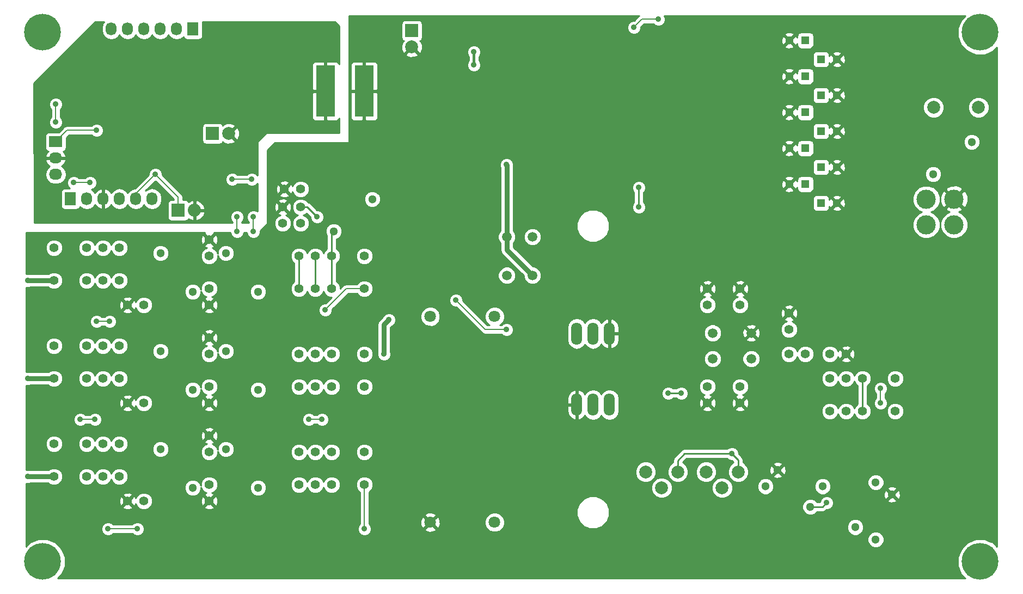
<source format=gbl>
G04 #@! TF.FileFunction,Copper,L2,Bot,Signal*
%FSLAX46Y46*%
G04 Gerber Fmt 4.6, Leading zero omitted, Abs format (unit mm)*
G04 Created by KiCad (PCBNEW (2014-11-29 BZR 5307)-product) date Sat 04 Jul 2015 02:05:10 PM CDT*
%MOMM*%
G01*
G04 APERTURE LIST*
%ADD10C,0.100000*%
%ADD11C,2.000000*%
%ADD12O,1.699260X3.500120*%
%ADD13C,3.000000*%
%ADD14R,2.999740X8.000000*%
%ADD15C,1.300000*%
%ADD16C,1.400000*%
%ADD17R,1.998980X1.998980*%
%ADD18C,1.998980*%
%ADD19C,1.397000*%
%ADD20C,1.500000*%
%ADD21C,1.800000*%
%ADD22R,2.032000X1.727200*%
%ADD23O,2.032000X1.727200*%
%ADD24R,1.727200X2.032000*%
%ADD25O,1.727200X2.032000*%
%ADD26R,2.032000X2.032000*%
%ADD27O,2.032000X2.032000*%
%ADD28C,5.700000*%
%ADD29R,1.300000X1.300000*%
%ADD30C,0.889000*%
%ADD31C,0.152400*%
%ADD32C,0.254000*%
%ADD33C,0.381000*%
%ADD34C,0.762000*%
G04 APERTURE END LIST*
D10*
D11*
X191516000Y-117328000D03*
X189016000Y-114828000D03*
X194016000Y-114828000D03*
X182118000Y-117328000D03*
X179618000Y-114828000D03*
X184618000Y-114828000D03*
D12*
X171450000Y-104394000D03*
X173990000Y-104394000D03*
X168910000Y-104394000D03*
X171450000Y-93345000D03*
X168910000Y-93345000D03*
X173990000Y-93345000D03*
D13*
X227584000Y-72422000D03*
X227584000Y-76422000D03*
D14*
X135841740Y-55626000D03*
X129842260Y-55626000D03*
D15*
X224330000Y-68540000D03*
X230330000Y-63540000D03*
D16*
X218440000Y-100330000D03*
X213360000Y-100330000D03*
X210820000Y-100330000D03*
X208280000Y-100330000D03*
X208280000Y-105410000D03*
X210820000Y-105410000D03*
X213360000Y-105410000D03*
X218440000Y-105410000D03*
X87630000Y-100330000D03*
X92710000Y-100330000D03*
X95250000Y-100330000D03*
X97790000Y-100330000D03*
X97790000Y-95250000D03*
X95250000Y-95250000D03*
X92710000Y-95250000D03*
X87630000Y-95250000D03*
X87630000Y-115570000D03*
X92710000Y-115570000D03*
X95250000Y-115570000D03*
X97790000Y-115570000D03*
X97790000Y-110490000D03*
X95250000Y-110490000D03*
X92710000Y-110490000D03*
X87630000Y-110490000D03*
X135890000Y-111760000D03*
X130810000Y-111760000D03*
X128270000Y-111760000D03*
X125730000Y-111760000D03*
X125730000Y-116840000D03*
X128270000Y-116840000D03*
X130810000Y-116840000D03*
X135890000Y-116840000D03*
X135890000Y-96520000D03*
X130810000Y-96520000D03*
X128270000Y-96520000D03*
X125730000Y-96520000D03*
X125730000Y-101600000D03*
X128270000Y-101600000D03*
X130810000Y-101600000D03*
X135890000Y-101600000D03*
X135890000Y-81280000D03*
X130810000Y-81280000D03*
X128270000Y-81280000D03*
X125730000Y-81280000D03*
X125730000Y-86360000D03*
X128270000Y-86360000D03*
X130810000Y-86360000D03*
X135890000Y-86360000D03*
X87630000Y-85090000D03*
X92710000Y-85090000D03*
X95250000Y-85090000D03*
X97790000Y-85090000D03*
X97790000Y-80010000D03*
X95250000Y-80010000D03*
X92710000Y-80010000D03*
X87630000Y-80010000D03*
D15*
X198247000Y-117094000D03*
X207137000Y-117094000D03*
X200152000Y-114554000D03*
X205232000Y-120269000D03*
X215392000Y-116459000D03*
X215392000Y-125349000D03*
X217932000Y-118364000D03*
X212217000Y-123444000D03*
X119340000Y-86820000D03*
X114340000Y-80820000D03*
X119340000Y-102060000D03*
X114340000Y-96060000D03*
X109180000Y-86820000D03*
X104180000Y-80820000D03*
X131112000Y-77430000D03*
X137112000Y-72430000D03*
X109180000Y-102060000D03*
X104180000Y-96060000D03*
X109180000Y-117300000D03*
X104180000Y-111300000D03*
X119340000Y-117300000D03*
X114340000Y-111300000D03*
D17*
X143256000Y-46228000D03*
D18*
X143256000Y-48768000D03*
D19*
X111760000Y-116840000D03*
X111760000Y-119380000D03*
X111760000Y-101600000D03*
X111760000Y-104140000D03*
X111760000Y-86360000D03*
X111760000Y-88900000D03*
X125984000Y-70866000D03*
X123444000Y-70866000D03*
X111760000Y-111760000D03*
X111760000Y-109220000D03*
X111760000Y-96520000D03*
X111760000Y-93980000D03*
X111760000Y-81280000D03*
X111760000Y-78740000D03*
X125984000Y-76200000D03*
X125984000Y-73660000D03*
X101600000Y-119380000D03*
X99060000Y-119380000D03*
X101600000Y-104140000D03*
X99060000Y-104140000D03*
X101600000Y-88900000D03*
X99060000Y-88900000D03*
X123190000Y-76200000D03*
X123190000Y-73660000D03*
D13*
X223266000Y-76422000D03*
X223266000Y-72422000D03*
D11*
X231394000Y-58166000D03*
X224394000Y-58166000D03*
D19*
X208280000Y-96520000D03*
X210820000Y-96520000D03*
X201930000Y-96520000D03*
X204470000Y-96520000D03*
X201930000Y-90170000D03*
X201930000Y-92710000D03*
X189230000Y-101600000D03*
X189230000Y-104140000D03*
X189230000Y-86360000D03*
X189230000Y-88900000D03*
X194310000Y-101600000D03*
X194310000Y-104140000D03*
X194310000Y-86360000D03*
X194310000Y-88900000D03*
D20*
X196040000Y-93250000D03*
X190040000Y-93250000D03*
X196040000Y-97250000D03*
X190040000Y-97250000D03*
X162020000Y-84280000D03*
X162020000Y-78280000D03*
X158020000Y-84280000D03*
X158020000Y-78280000D03*
D21*
X156130000Y-90680000D03*
X146130000Y-90680000D03*
X156130000Y-122680000D03*
X146130000Y-122680000D03*
D22*
X87884000Y-63500000D03*
D23*
X87884000Y-66040000D03*
X87884000Y-68580000D03*
D17*
X112268000Y-62230000D03*
D18*
X114808000Y-62230000D03*
D24*
X90170000Y-72390000D03*
D25*
X92710000Y-72390000D03*
X95250000Y-72390000D03*
X97790000Y-72390000D03*
X100330000Y-72390000D03*
X102870000Y-72390000D03*
D26*
X106934000Y-74168000D03*
D27*
X109474000Y-74168000D03*
D24*
X109220000Y-45974000D03*
D25*
X106680000Y-45974000D03*
X104140000Y-45974000D03*
X101600000Y-45974000D03*
X99060000Y-45974000D03*
X96520000Y-45974000D03*
D28*
X231648000Y-46482000D03*
X231648000Y-128778000D03*
X85852000Y-128778000D03*
X85852000Y-46482000D03*
D29*
X206883000Y-50673000D03*
D15*
X209383000Y-50673000D03*
D29*
X206883000Y-56261000D03*
D15*
X209383000Y-56261000D03*
D29*
X206883000Y-61849000D03*
D15*
X209383000Y-61849000D03*
D29*
X206883000Y-67437000D03*
D15*
X209383000Y-67437000D03*
D29*
X206883000Y-73025000D03*
D15*
X209383000Y-73025000D03*
D29*
X204470000Y-70104000D03*
D15*
X201970000Y-70104000D03*
D29*
X204470000Y-64516000D03*
D15*
X201970000Y-64516000D03*
D29*
X204470000Y-58928000D03*
D15*
X201970000Y-58928000D03*
D29*
X204470000Y-53340000D03*
D15*
X201970000Y-53340000D03*
D29*
X204470000Y-47752000D03*
D15*
X201970000Y-47752000D03*
D30*
X157988000Y-92710000D03*
X150114000Y-88138000D03*
X135890000Y-50038000D03*
X135890000Y-62230000D03*
X141732000Y-55626000D03*
X216662000Y-112268000D03*
X85598000Y-107950000D03*
X86106000Y-93218000D03*
X192786000Y-75692000D03*
X87376000Y-82550000D03*
X231902000Y-84074000D03*
X209296000Y-78740000D03*
X150114000Y-48768000D03*
X159512000Y-48768000D03*
X231902000Y-103886000D03*
X152908000Y-51562000D03*
X152908000Y-49530000D03*
X87884000Y-60452000D03*
X87884000Y-57658000D03*
X94234000Y-61722000D03*
X139700000Y-91186000D03*
X138938000Y-96520000D03*
X83566000Y-85090000D03*
X83566000Y-100330000D03*
X83566000Y-115570000D03*
X157988000Y-67056000D03*
X128524000Y-75184000D03*
X207772000Y-119634000D03*
X216154000Y-104140000D03*
X216154000Y-101854000D03*
X93218000Y-69850000D03*
X90678000Y-69850000D03*
X103378000Y-68580000D03*
X181610000Y-44450000D03*
X177800000Y-45720000D03*
X185166000Y-102616000D03*
X183134000Y-102616000D03*
X118364000Y-69342000D03*
X115316000Y-69342000D03*
X129794000Y-61214000D03*
X129794000Y-50038000D03*
X102108000Y-58420000D03*
X102108000Y-61722000D03*
X94996000Y-58674000D03*
X96774000Y-65532000D03*
X92075000Y-55880000D03*
X116078000Y-75184000D03*
X116078000Y-77470000D03*
X118618000Y-77470000D03*
X118618000Y-75184000D03*
X96012000Y-123698000D03*
X100584000Y-123698000D03*
X135890000Y-123698000D03*
X91694000Y-106680000D03*
X93980000Y-106680000D03*
X127254000Y-106680000D03*
X129286000Y-106680000D03*
X94234000Y-91440000D03*
X96266000Y-91440000D03*
X129794000Y-89662000D03*
X178562000Y-70612000D03*
X178562000Y-73660000D03*
X193040000Y-112014000D03*
D31*
X157988000Y-92710000D02*
X154686000Y-92710000D01*
X154686000Y-92710000D02*
X150114000Y-88138000D01*
D32*
X135841740Y-55626000D02*
X135841740Y-50086260D01*
X135841740Y-50086260D02*
X135890000Y-50038000D01*
X135841740Y-55626000D02*
X135841740Y-62181740D01*
X135841740Y-62181740D02*
X135890000Y-62230000D01*
X135841740Y-55626000D02*
X141732000Y-55626000D01*
D33*
X152908000Y-51562000D02*
X152908000Y-49530000D01*
D31*
X87884000Y-57658000D02*
X87884000Y-60452000D01*
X93472000Y-61722000D02*
X94234000Y-61722000D01*
X89662000Y-61722000D02*
X87884000Y-63500000D01*
X93472000Y-61722000D02*
X90678000Y-61722000D01*
X90678000Y-61722000D02*
X89662000Y-61722000D01*
D34*
X158020000Y-74422000D02*
X158020000Y-78280000D01*
X158020000Y-74390000D02*
X158020000Y-74422000D01*
X158020000Y-80280000D02*
X162020000Y-84280000D01*
X158020000Y-78280000D02*
X158020000Y-80280000D01*
X139700000Y-91186000D02*
X138938000Y-91948000D01*
X138938000Y-91948000D02*
X138938000Y-96520000D01*
X83566000Y-85090000D02*
X87630000Y-85090000D01*
X83566000Y-100330000D02*
X87630000Y-100330000D01*
X83566000Y-115570000D02*
X87630000Y-115570000D01*
X158020000Y-67088000D02*
X157988000Y-67056000D01*
X158020000Y-74422000D02*
X158020000Y-67088000D01*
D32*
X125730000Y-81280000D02*
X125730000Y-86360000D01*
X127000000Y-73660000D02*
X125984000Y-73660000D01*
X128524000Y-75184000D02*
X127000000Y-73660000D01*
X130810000Y-81280000D02*
X130810000Y-77732000D01*
X130810000Y-77732000D02*
X131112000Y-77430000D01*
X130810000Y-81280000D02*
X130810000Y-86360000D01*
X207772000Y-119634000D02*
X207137000Y-120269000D01*
X207137000Y-120269000D02*
X205232000Y-120269000D01*
D31*
X216154000Y-104140000D02*
X216154000Y-101854000D01*
X93218000Y-69850000D02*
X90678000Y-69850000D01*
X106934000Y-74168000D02*
X106934000Y-72136000D01*
X106934000Y-72136000D02*
X103378000Y-68580000D01*
X100330000Y-71628000D02*
X103378000Y-68580000D01*
X100330000Y-72390000D02*
X100330000Y-71628000D01*
X179070000Y-44450000D02*
X181610000Y-44450000D01*
X177800000Y-45720000D02*
X179070000Y-44450000D01*
D32*
X185166000Y-102616000D02*
X183134000Y-102616000D01*
D31*
X118364000Y-69342000D02*
X115316000Y-69342000D01*
X129842260Y-55626000D02*
X129842260Y-61165740D01*
X129842260Y-61165740D02*
X129794000Y-61214000D01*
X129842260Y-55626000D02*
X129842260Y-50086260D01*
X129842260Y-50086260D02*
X129794000Y-50038000D01*
D32*
X128270000Y-81280000D02*
X128270000Y-86360000D01*
X213360000Y-100330000D02*
X213360000Y-105410000D01*
D31*
X116078000Y-77470000D02*
X116078000Y-75184000D01*
X118618000Y-77470000D02*
X118618000Y-75184000D01*
X96012000Y-123698000D02*
X100584000Y-123698000D01*
X135890000Y-123698000D02*
X135890000Y-116840000D01*
X91694000Y-106680000D02*
X93980000Y-106680000D01*
X127254000Y-106680000D02*
X129286000Y-106680000D01*
X94234000Y-91440000D02*
X96266000Y-91440000D01*
X133096000Y-86360000D02*
X129794000Y-89662000D01*
X135890000Y-86360000D02*
X133096000Y-86360000D01*
D32*
X184618000Y-113070000D02*
X185674000Y-112014000D01*
X185674000Y-112014000D02*
X193040000Y-112014000D01*
X193040000Y-112014000D02*
X194016000Y-112990000D01*
X194016000Y-112990000D02*
X194016000Y-114828000D01*
X184618000Y-114828000D02*
X184618000Y-113070000D01*
X178562000Y-70612000D02*
X178562000Y-73660000D01*
G36*
X234240000Y-126441687D02*
X233624671Y-125825284D01*
X233029284Y-125578057D01*
X233029284Y-57842205D01*
X232780894Y-57241057D01*
X232321363Y-56780722D01*
X231720648Y-56531284D01*
X231070205Y-56530716D01*
X230469057Y-56779106D01*
X230008722Y-57238637D01*
X229759284Y-57839352D01*
X229758716Y-58489795D01*
X230007106Y-59090943D01*
X230466637Y-59551278D01*
X231067352Y-59800716D01*
X231717795Y-59801284D01*
X232318943Y-59552894D01*
X232779278Y-59093363D01*
X233028716Y-58492648D01*
X233029284Y-57842205D01*
X233029284Y-125578057D01*
X232344251Y-125293606D01*
X231615223Y-125292970D01*
X231615223Y-63285519D01*
X231420005Y-62813057D01*
X231058845Y-62451265D01*
X230586724Y-62255223D01*
X230075519Y-62254777D01*
X229603057Y-62449995D01*
X229241265Y-62811155D01*
X229045223Y-63283276D01*
X229044777Y-63794481D01*
X229239995Y-64266943D01*
X229601155Y-64628735D01*
X230073276Y-64824777D01*
X230584481Y-64825223D01*
X231056943Y-64630005D01*
X231418735Y-64268845D01*
X231614777Y-63796724D01*
X231615223Y-63285519D01*
X231615223Y-125292970D01*
X230957832Y-125292397D01*
X229726723Y-125801080D01*
X229726723Y-72805813D01*
X229710497Y-71956613D01*
X229416739Y-71247418D01*
X229097970Y-71087635D01*
X228918365Y-71267240D01*
X228918365Y-70908030D01*
X228758582Y-70589261D01*
X227967813Y-70279277D01*
X227118613Y-70295503D01*
X226409418Y-70589261D01*
X226249635Y-70908030D01*
X227584000Y-72242395D01*
X228918365Y-70908030D01*
X228918365Y-71267240D01*
X227763605Y-72422000D01*
X229097970Y-73756365D01*
X229416739Y-73596582D01*
X229726723Y-72805813D01*
X229726723Y-125801080D01*
X229719370Y-125804118D01*
X229719370Y-75999185D01*
X229395020Y-75214200D01*
X228794959Y-74613091D01*
X228344757Y-74426150D01*
X228758582Y-74254739D01*
X228918365Y-73935970D01*
X227584000Y-72601605D01*
X227404395Y-72781210D01*
X227404395Y-72422000D01*
X226070030Y-71087635D01*
X226029284Y-71108058D01*
X226029284Y-57842205D01*
X225780894Y-57241057D01*
X225321363Y-56780722D01*
X224720648Y-56531284D01*
X224070205Y-56530716D01*
X223469057Y-56779106D01*
X223008722Y-57238637D01*
X222759284Y-57839352D01*
X222758716Y-58489795D01*
X223007106Y-59090943D01*
X223466637Y-59551278D01*
X224067352Y-59800716D01*
X224717795Y-59801284D01*
X225318943Y-59552894D01*
X225779278Y-59093363D01*
X226028716Y-58492648D01*
X226029284Y-57842205D01*
X226029284Y-71108058D01*
X225751261Y-71247418D01*
X225615223Y-71594450D01*
X225615223Y-68285519D01*
X225420005Y-67813057D01*
X225058845Y-67451265D01*
X224586724Y-67255223D01*
X224075519Y-67254777D01*
X223603057Y-67449995D01*
X223241265Y-67811155D01*
X223045223Y-68283276D01*
X223044777Y-68794481D01*
X223239995Y-69266943D01*
X223601155Y-69628735D01*
X224073276Y-69824777D01*
X224584481Y-69825223D01*
X225056943Y-69630005D01*
X225418735Y-69268845D01*
X225614777Y-68796724D01*
X225615223Y-68285519D01*
X225615223Y-71594450D01*
X225441277Y-72038187D01*
X225457503Y-72887387D01*
X225751261Y-73596582D01*
X226070030Y-73756365D01*
X227404395Y-72422000D01*
X227404395Y-72781210D01*
X226249635Y-73935970D01*
X226409418Y-74254739D01*
X226834799Y-74421489D01*
X226376200Y-74610980D01*
X225775091Y-75211041D01*
X225449372Y-75995459D01*
X225448630Y-76844815D01*
X225772980Y-77629800D01*
X226373041Y-78230909D01*
X227157459Y-78556628D01*
X228006815Y-78557370D01*
X228791800Y-78233020D01*
X229392909Y-77632959D01*
X229718628Y-76848541D01*
X229719370Y-75999185D01*
X229719370Y-125804118D01*
X229676485Y-125821838D01*
X228695284Y-126801329D01*
X228163606Y-128081749D01*
X228162397Y-129468168D01*
X228691838Y-130749515D01*
X229311241Y-131370000D01*
X227330000Y-131370000D01*
X225401370Y-131370000D01*
X225401370Y-75999185D01*
X225077020Y-75214200D01*
X224476959Y-74613091D01*
X224016598Y-74421932D01*
X224473800Y-74233020D01*
X225074909Y-73632959D01*
X225400628Y-72848541D01*
X225401370Y-71999185D01*
X225077020Y-71214200D01*
X224476959Y-70613091D01*
X223692541Y-70287372D01*
X222843185Y-70286630D01*
X222058200Y-70610980D01*
X221457091Y-71211041D01*
X221131372Y-71995459D01*
X221130630Y-72844815D01*
X221454980Y-73629800D01*
X222055041Y-74230909D01*
X222515401Y-74422067D01*
X222058200Y-74610980D01*
X221457091Y-75211041D01*
X221131372Y-75995459D01*
X221130630Y-76844815D01*
X221454980Y-77629800D01*
X222055041Y-78230909D01*
X222839459Y-78556628D01*
X223688815Y-78557370D01*
X224473800Y-78233020D01*
X225074909Y-77632959D01*
X225400628Y-76848541D01*
X225401370Y-75999185D01*
X225401370Y-131370000D01*
X219775231Y-131370000D01*
X219775231Y-105145617D01*
X219775231Y-100065617D01*
X219572418Y-99574771D01*
X219197204Y-99198902D01*
X218706713Y-98995232D01*
X218175617Y-98994769D01*
X217684771Y-99197582D01*
X217308902Y-99572796D01*
X217105232Y-100063287D01*
X217104769Y-100594383D01*
X217307582Y-101085229D01*
X217682796Y-101461098D01*
X218173287Y-101664768D01*
X218704383Y-101665231D01*
X219195229Y-101462418D01*
X219571098Y-101087204D01*
X219774768Y-100596713D01*
X219775231Y-100065617D01*
X219775231Y-105145617D01*
X219572418Y-104654771D01*
X219197204Y-104278902D01*
X218706713Y-104075232D01*
X218175617Y-104074769D01*
X217684771Y-104277582D01*
X217308902Y-104652796D01*
X217233687Y-104833933D01*
X217233687Y-103926216D01*
X217069689Y-103529311D01*
X216865200Y-103324464D01*
X216865200Y-102669353D01*
X217068622Y-102466286D01*
X217233313Y-102069668D01*
X217233687Y-101640216D01*
X217069689Y-101243311D01*
X216766286Y-100939378D01*
X216369668Y-100774687D01*
X215940216Y-100774313D01*
X215543311Y-100938311D01*
X215239378Y-101241714D01*
X215074687Y-101638332D01*
X215074313Y-102067784D01*
X215238311Y-102464689D01*
X215442800Y-102669535D01*
X215442800Y-103324646D01*
X215239378Y-103527714D01*
X215074687Y-103924332D01*
X215074313Y-104353784D01*
X215238311Y-104750689D01*
X215541714Y-105054622D01*
X215938332Y-105219313D01*
X216367784Y-105219687D01*
X216764689Y-105055689D01*
X217068622Y-104752286D01*
X217233313Y-104355668D01*
X217233687Y-103926216D01*
X217233687Y-104833933D01*
X217105232Y-105143287D01*
X217104769Y-105674383D01*
X217307582Y-106165229D01*
X217682796Y-106541098D01*
X218173287Y-106744768D01*
X218704383Y-106745231D01*
X219195229Y-106542418D01*
X219571098Y-106167204D01*
X219774768Y-105676713D01*
X219775231Y-105145617D01*
X219775231Y-131370000D01*
X219229622Y-131370000D01*
X219229622Y-118544922D01*
X219200083Y-118034572D01*
X219061611Y-117700271D01*
X218831016Y-117644590D01*
X218651410Y-117824195D01*
X218651410Y-117464984D01*
X218595729Y-117234389D01*
X218112922Y-117066378D01*
X217602572Y-117095917D01*
X217268271Y-117234389D01*
X217212590Y-117464984D01*
X217932000Y-118184395D01*
X218651410Y-117464984D01*
X218651410Y-117824195D01*
X218111605Y-118364000D01*
X218831016Y-119083410D01*
X219061611Y-119027729D01*
X219229622Y-118544922D01*
X219229622Y-131370000D01*
X218651410Y-131370000D01*
X218651410Y-119263016D01*
X217932000Y-118543605D01*
X217752395Y-118723210D01*
X217752395Y-118364000D01*
X217032984Y-117644590D01*
X216802389Y-117700271D01*
X216677223Y-118059955D01*
X216677223Y-116204519D01*
X216482005Y-115732057D01*
X216120845Y-115370265D01*
X215648724Y-115174223D01*
X215137519Y-115173777D01*
X214695231Y-115356527D01*
X214695231Y-105145617D01*
X214492418Y-104654771D01*
X214122000Y-104283706D01*
X214122000Y-101455658D01*
X214491098Y-101087204D01*
X214694768Y-100596713D01*
X214695231Y-100065617D01*
X214492418Y-99574771D01*
X214117204Y-99198902D01*
X213626713Y-98995232D01*
X213095617Y-98994769D01*
X212604771Y-99197582D01*
X212228902Y-99572796D01*
X212165927Y-99724455D01*
X212165927Y-96712520D01*
X212137148Y-96182801D01*
X211989800Y-95827071D01*
X211754188Y-95765417D01*
X211574583Y-95945022D01*
X211574583Y-95585812D01*
X211512929Y-95350200D01*
X211012520Y-95174073D01*
X210680622Y-95192104D01*
X210680622Y-73205922D01*
X210680622Y-67617922D01*
X210680622Y-62029922D01*
X210680622Y-56441922D01*
X210680622Y-50853922D01*
X210651083Y-50343572D01*
X210512611Y-50009271D01*
X210282016Y-49953590D01*
X210102410Y-50133195D01*
X210102410Y-49773984D01*
X210046729Y-49543389D01*
X209563922Y-49375378D01*
X209053572Y-49404917D01*
X208719271Y-49543389D01*
X208663590Y-49773984D01*
X209383000Y-50493395D01*
X210102410Y-49773984D01*
X210102410Y-50133195D01*
X209562605Y-50673000D01*
X210282016Y-51392410D01*
X210512611Y-51336729D01*
X210680622Y-50853922D01*
X210680622Y-56441922D01*
X210651083Y-55931572D01*
X210512611Y-55597271D01*
X210282016Y-55541590D01*
X210102410Y-55721195D01*
X210102410Y-55361984D01*
X210102410Y-51572016D01*
X209383000Y-50852605D01*
X209203395Y-51032210D01*
X209203395Y-50673000D01*
X208483984Y-49953590D01*
X208253389Y-50009271D01*
X208180440Y-50218901D01*
X208180440Y-50023000D01*
X208133463Y-49780877D01*
X207993673Y-49568073D01*
X207782640Y-49425623D01*
X207533000Y-49375560D01*
X206233000Y-49375560D01*
X205990877Y-49422537D01*
X205778073Y-49562327D01*
X205767440Y-49578079D01*
X205767440Y-48402000D01*
X205767440Y-47102000D01*
X205720463Y-46859877D01*
X205580673Y-46647073D01*
X205369640Y-46504623D01*
X205120000Y-46454560D01*
X203820000Y-46454560D01*
X203577877Y-46501537D01*
X203365073Y-46641327D01*
X203222623Y-46852360D01*
X203172560Y-47102000D01*
X203172560Y-47264385D01*
X203099611Y-47088271D01*
X202869016Y-47032590D01*
X202689410Y-47212195D01*
X202689410Y-46852984D01*
X202633729Y-46622389D01*
X202150922Y-46454378D01*
X201640572Y-46483917D01*
X201306271Y-46622389D01*
X201250590Y-46852984D01*
X201970000Y-47572395D01*
X202689410Y-46852984D01*
X202689410Y-47212195D01*
X202149605Y-47752000D01*
X202869016Y-48471410D01*
X203099611Y-48415729D01*
X203172560Y-48206098D01*
X203172560Y-48402000D01*
X203219537Y-48644123D01*
X203359327Y-48856927D01*
X203570360Y-48999377D01*
X203820000Y-49049440D01*
X205120000Y-49049440D01*
X205362123Y-49002463D01*
X205574927Y-48862673D01*
X205717377Y-48651640D01*
X205767440Y-48402000D01*
X205767440Y-49578079D01*
X205635623Y-49773360D01*
X205585560Y-50023000D01*
X205585560Y-51323000D01*
X205632537Y-51565123D01*
X205772327Y-51777927D01*
X205983360Y-51920377D01*
X206233000Y-51970440D01*
X207533000Y-51970440D01*
X207775123Y-51923463D01*
X207987927Y-51783673D01*
X208130377Y-51572640D01*
X208180440Y-51323000D01*
X208180440Y-51160614D01*
X208253389Y-51336729D01*
X208483984Y-51392410D01*
X209203395Y-50673000D01*
X209203395Y-51032210D01*
X208663590Y-51572016D01*
X208719271Y-51802611D01*
X209202078Y-51970622D01*
X209712428Y-51941083D01*
X210046729Y-51802611D01*
X210102410Y-51572016D01*
X210102410Y-55361984D01*
X210046729Y-55131389D01*
X209563922Y-54963378D01*
X209053572Y-54992917D01*
X208719271Y-55131389D01*
X208663590Y-55361984D01*
X209383000Y-56081395D01*
X210102410Y-55361984D01*
X210102410Y-55721195D01*
X209562605Y-56261000D01*
X210282016Y-56980410D01*
X210512611Y-56924729D01*
X210680622Y-56441922D01*
X210680622Y-62029922D01*
X210651083Y-61519572D01*
X210512611Y-61185271D01*
X210282016Y-61129590D01*
X210102410Y-61309195D01*
X210102410Y-60949984D01*
X210102410Y-57160016D01*
X209383000Y-56440605D01*
X209203395Y-56620210D01*
X209203395Y-56261000D01*
X208483984Y-55541590D01*
X208253389Y-55597271D01*
X208180440Y-55806901D01*
X208180440Y-55611000D01*
X208133463Y-55368877D01*
X207993673Y-55156073D01*
X207782640Y-55013623D01*
X207533000Y-54963560D01*
X206233000Y-54963560D01*
X205990877Y-55010537D01*
X205778073Y-55150327D01*
X205767440Y-55166079D01*
X205767440Y-53990000D01*
X205767440Y-52690000D01*
X205720463Y-52447877D01*
X205580673Y-52235073D01*
X205369640Y-52092623D01*
X205120000Y-52042560D01*
X203820000Y-52042560D01*
X203577877Y-52089537D01*
X203365073Y-52229327D01*
X203222623Y-52440360D01*
X203172560Y-52690000D01*
X203172560Y-52852385D01*
X203099611Y-52676271D01*
X202869016Y-52620590D01*
X202689410Y-52800195D01*
X202689410Y-52440984D01*
X202689410Y-48651016D01*
X201970000Y-47931605D01*
X201790395Y-48111210D01*
X201790395Y-47752000D01*
X201070984Y-47032590D01*
X200840389Y-47088271D01*
X200672378Y-47571078D01*
X200701917Y-48081428D01*
X200840389Y-48415729D01*
X201070984Y-48471410D01*
X201790395Y-47752000D01*
X201790395Y-48111210D01*
X201250590Y-48651016D01*
X201306271Y-48881611D01*
X201789078Y-49049622D01*
X202299428Y-49020083D01*
X202633729Y-48881611D01*
X202689410Y-48651016D01*
X202689410Y-52440984D01*
X202633729Y-52210389D01*
X202150922Y-52042378D01*
X201640572Y-52071917D01*
X201306271Y-52210389D01*
X201250590Y-52440984D01*
X201970000Y-53160395D01*
X202689410Y-52440984D01*
X202689410Y-52800195D01*
X202149605Y-53340000D01*
X202869016Y-54059410D01*
X203099611Y-54003729D01*
X203172560Y-53794098D01*
X203172560Y-53990000D01*
X203219537Y-54232123D01*
X203359327Y-54444927D01*
X203570360Y-54587377D01*
X203820000Y-54637440D01*
X205120000Y-54637440D01*
X205362123Y-54590463D01*
X205574927Y-54450673D01*
X205717377Y-54239640D01*
X205767440Y-53990000D01*
X205767440Y-55166079D01*
X205635623Y-55361360D01*
X205585560Y-55611000D01*
X205585560Y-56911000D01*
X205632537Y-57153123D01*
X205772327Y-57365927D01*
X205983360Y-57508377D01*
X206233000Y-57558440D01*
X207533000Y-57558440D01*
X207775123Y-57511463D01*
X207987927Y-57371673D01*
X208130377Y-57160640D01*
X208180440Y-56911000D01*
X208180440Y-56748614D01*
X208253389Y-56924729D01*
X208483984Y-56980410D01*
X209203395Y-56261000D01*
X209203395Y-56620210D01*
X208663590Y-57160016D01*
X208719271Y-57390611D01*
X209202078Y-57558622D01*
X209712428Y-57529083D01*
X210046729Y-57390611D01*
X210102410Y-57160016D01*
X210102410Y-60949984D01*
X210046729Y-60719389D01*
X209563922Y-60551378D01*
X209053572Y-60580917D01*
X208719271Y-60719389D01*
X208663590Y-60949984D01*
X209383000Y-61669395D01*
X210102410Y-60949984D01*
X210102410Y-61309195D01*
X209562605Y-61849000D01*
X210282016Y-62568410D01*
X210512611Y-62512729D01*
X210680622Y-62029922D01*
X210680622Y-67617922D01*
X210651083Y-67107572D01*
X210512611Y-66773271D01*
X210282016Y-66717590D01*
X210102410Y-66897195D01*
X210102410Y-66537984D01*
X210102410Y-62748016D01*
X209383000Y-62028605D01*
X209203395Y-62208210D01*
X209203395Y-61849000D01*
X208483984Y-61129590D01*
X208253389Y-61185271D01*
X208180440Y-61394901D01*
X208180440Y-61199000D01*
X208133463Y-60956877D01*
X207993673Y-60744073D01*
X207782640Y-60601623D01*
X207533000Y-60551560D01*
X206233000Y-60551560D01*
X205990877Y-60598537D01*
X205778073Y-60738327D01*
X205767440Y-60754079D01*
X205767440Y-59578000D01*
X205767440Y-58278000D01*
X205720463Y-58035877D01*
X205580673Y-57823073D01*
X205369640Y-57680623D01*
X205120000Y-57630560D01*
X203820000Y-57630560D01*
X203577877Y-57677537D01*
X203365073Y-57817327D01*
X203222623Y-58028360D01*
X203172560Y-58278000D01*
X203172560Y-58440385D01*
X203099611Y-58264271D01*
X202869016Y-58208590D01*
X202689410Y-58388195D01*
X202689410Y-58028984D01*
X202689410Y-54239016D01*
X201970000Y-53519605D01*
X201790395Y-53699210D01*
X201790395Y-53340000D01*
X201070984Y-52620590D01*
X200840389Y-52676271D01*
X200672378Y-53159078D01*
X200701917Y-53669428D01*
X200840389Y-54003729D01*
X201070984Y-54059410D01*
X201790395Y-53340000D01*
X201790395Y-53699210D01*
X201250590Y-54239016D01*
X201306271Y-54469611D01*
X201789078Y-54637622D01*
X202299428Y-54608083D01*
X202633729Y-54469611D01*
X202689410Y-54239016D01*
X202689410Y-58028984D01*
X202633729Y-57798389D01*
X202150922Y-57630378D01*
X201640572Y-57659917D01*
X201306271Y-57798389D01*
X201250590Y-58028984D01*
X201970000Y-58748395D01*
X202689410Y-58028984D01*
X202689410Y-58388195D01*
X202149605Y-58928000D01*
X202869016Y-59647410D01*
X203099611Y-59591729D01*
X203172560Y-59382098D01*
X203172560Y-59578000D01*
X203219537Y-59820123D01*
X203359327Y-60032927D01*
X203570360Y-60175377D01*
X203820000Y-60225440D01*
X205120000Y-60225440D01*
X205362123Y-60178463D01*
X205574927Y-60038673D01*
X205717377Y-59827640D01*
X205767440Y-59578000D01*
X205767440Y-60754079D01*
X205635623Y-60949360D01*
X205585560Y-61199000D01*
X205585560Y-62499000D01*
X205632537Y-62741123D01*
X205772327Y-62953927D01*
X205983360Y-63096377D01*
X206233000Y-63146440D01*
X207533000Y-63146440D01*
X207775123Y-63099463D01*
X207987927Y-62959673D01*
X208130377Y-62748640D01*
X208180440Y-62499000D01*
X208180440Y-62336614D01*
X208253389Y-62512729D01*
X208483984Y-62568410D01*
X209203395Y-61849000D01*
X209203395Y-62208210D01*
X208663590Y-62748016D01*
X208719271Y-62978611D01*
X209202078Y-63146622D01*
X209712428Y-63117083D01*
X210046729Y-62978611D01*
X210102410Y-62748016D01*
X210102410Y-66537984D01*
X210046729Y-66307389D01*
X209563922Y-66139378D01*
X209053572Y-66168917D01*
X208719271Y-66307389D01*
X208663590Y-66537984D01*
X209383000Y-67257395D01*
X210102410Y-66537984D01*
X210102410Y-66897195D01*
X209562605Y-67437000D01*
X210282016Y-68156410D01*
X210512611Y-68100729D01*
X210680622Y-67617922D01*
X210680622Y-73205922D01*
X210651083Y-72695572D01*
X210512611Y-72361271D01*
X210282016Y-72305590D01*
X210102410Y-72485195D01*
X210102410Y-72125984D01*
X210102410Y-68336016D01*
X209383000Y-67616605D01*
X209203395Y-67796210D01*
X209203395Y-67437000D01*
X208483984Y-66717590D01*
X208253389Y-66773271D01*
X208180440Y-66982901D01*
X208180440Y-66787000D01*
X208133463Y-66544877D01*
X207993673Y-66332073D01*
X207782640Y-66189623D01*
X207533000Y-66139560D01*
X206233000Y-66139560D01*
X205990877Y-66186537D01*
X205778073Y-66326327D01*
X205767440Y-66342079D01*
X205767440Y-65166000D01*
X205767440Y-63866000D01*
X205720463Y-63623877D01*
X205580673Y-63411073D01*
X205369640Y-63268623D01*
X205120000Y-63218560D01*
X203820000Y-63218560D01*
X203577877Y-63265537D01*
X203365073Y-63405327D01*
X203222623Y-63616360D01*
X203172560Y-63866000D01*
X203172560Y-64028385D01*
X203099611Y-63852271D01*
X202869016Y-63796590D01*
X202689410Y-63976195D01*
X202689410Y-63616984D01*
X202689410Y-59827016D01*
X201970000Y-59107605D01*
X201790395Y-59287210D01*
X201790395Y-58928000D01*
X201070984Y-58208590D01*
X200840389Y-58264271D01*
X200672378Y-58747078D01*
X200701917Y-59257428D01*
X200840389Y-59591729D01*
X201070984Y-59647410D01*
X201790395Y-58928000D01*
X201790395Y-59287210D01*
X201250590Y-59827016D01*
X201306271Y-60057611D01*
X201789078Y-60225622D01*
X202299428Y-60196083D01*
X202633729Y-60057611D01*
X202689410Y-59827016D01*
X202689410Y-63616984D01*
X202633729Y-63386389D01*
X202150922Y-63218378D01*
X201640572Y-63247917D01*
X201306271Y-63386389D01*
X201250590Y-63616984D01*
X201970000Y-64336395D01*
X202689410Y-63616984D01*
X202689410Y-63976195D01*
X202149605Y-64516000D01*
X202869016Y-65235410D01*
X203099611Y-65179729D01*
X203172560Y-64970098D01*
X203172560Y-65166000D01*
X203219537Y-65408123D01*
X203359327Y-65620927D01*
X203570360Y-65763377D01*
X203820000Y-65813440D01*
X205120000Y-65813440D01*
X205362123Y-65766463D01*
X205574927Y-65626673D01*
X205717377Y-65415640D01*
X205767440Y-65166000D01*
X205767440Y-66342079D01*
X205635623Y-66537360D01*
X205585560Y-66787000D01*
X205585560Y-68087000D01*
X205632537Y-68329123D01*
X205772327Y-68541927D01*
X205983360Y-68684377D01*
X206233000Y-68734440D01*
X207533000Y-68734440D01*
X207775123Y-68687463D01*
X207987927Y-68547673D01*
X208130377Y-68336640D01*
X208180440Y-68087000D01*
X208180440Y-67924614D01*
X208253389Y-68100729D01*
X208483984Y-68156410D01*
X209203395Y-67437000D01*
X209203395Y-67796210D01*
X208663590Y-68336016D01*
X208719271Y-68566611D01*
X209202078Y-68734622D01*
X209712428Y-68705083D01*
X210046729Y-68566611D01*
X210102410Y-68336016D01*
X210102410Y-72125984D01*
X210046729Y-71895389D01*
X209563922Y-71727378D01*
X209053572Y-71756917D01*
X208719271Y-71895389D01*
X208663590Y-72125984D01*
X209383000Y-72845395D01*
X210102410Y-72125984D01*
X210102410Y-72485195D01*
X209562605Y-73025000D01*
X210282016Y-73744410D01*
X210512611Y-73688729D01*
X210680622Y-73205922D01*
X210680622Y-95192104D01*
X210482801Y-95202852D01*
X210127071Y-95350200D01*
X210102410Y-95444442D01*
X210102410Y-73924016D01*
X209383000Y-73204605D01*
X209203395Y-73384210D01*
X209203395Y-73025000D01*
X208483984Y-72305590D01*
X208253389Y-72361271D01*
X208180440Y-72570901D01*
X208180440Y-72375000D01*
X208133463Y-72132877D01*
X207993673Y-71920073D01*
X207782640Y-71777623D01*
X207533000Y-71727560D01*
X206233000Y-71727560D01*
X205990877Y-71774537D01*
X205778073Y-71914327D01*
X205767440Y-71930079D01*
X205767440Y-70754000D01*
X205767440Y-69454000D01*
X205720463Y-69211877D01*
X205580673Y-68999073D01*
X205369640Y-68856623D01*
X205120000Y-68806560D01*
X203820000Y-68806560D01*
X203577877Y-68853537D01*
X203365073Y-68993327D01*
X203222623Y-69204360D01*
X203172560Y-69454000D01*
X203172560Y-69616385D01*
X203099611Y-69440271D01*
X202869016Y-69384590D01*
X202689410Y-69564195D01*
X202689410Y-69204984D01*
X202689410Y-65415016D01*
X201970000Y-64695605D01*
X201790395Y-64875210D01*
X201790395Y-64516000D01*
X201070984Y-63796590D01*
X200840389Y-63852271D01*
X200672378Y-64335078D01*
X200701917Y-64845428D01*
X200840389Y-65179729D01*
X201070984Y-65235410D01*
X201790395Y-64516000D01*
X201790395Y-64875210D01*
X201250590Y-65415016D01*
X201306271Y-65645611D01*
X201789078Y-65813622D01*
X202299428Y-65784083D01*
X202633729Y-65645611D01*
X202689410Y-65415016D01*
X202689410Y-69204984D01*
X202633729Y-68974389D01*
X202150922Y-68806378D01*
X201640572Y-68835917D01*
X201306271Y-68974389D01*
X201250590Y-69204984D01*
X201970000Y-69924395D01*
X202689410Y-69204984D01*
X202689410Y-69564195D01*
X202149605Y-70104000D01*
X202869016Y-70823410D01*
X203099611Y-70767729D01*
X203172560Y-70558098D01*
X203172560Y-70754000D01*
X203219537Y-70996123D01*
X203359327Y-71208927D01*
X203570360Y-71351377D01*
X203820000Y-71401440D01*
X205120000Y-71401440D01*
X205362123Y-71354463D01*
X205574927Y-71214673D01*
X205717377Y-71003640D01*
X205767440Y-70754000D01*
X205767440Y-71930079D01*
X205635623Y-72125360D01*
X205585560Y-72375000D01*
X205585560Y-73675000D01*
X205632537Y-73917123D01*
X205772327Y-74129927D01*
X205983360Y-74272377D01*
X206233000Y-74322440D01*
X207533000Y-74322440D01*
X207775123Y-74275463D01*
X207987927Y-74135673D01*
X208130377Y-73924640D01*
X208180440Y-73675000D01*
X208180440Y-73512614D01*
X208253389Y-73688729D01*
X208483984Y-73744410D01*
X209203395Y-73025000D01*
X209203395Y-73384210D01*
X208663590Y-73924016D01*
X208719271Y-74154611D01*
X209202078Y-74322622D01*
X209712428Y-74293083D01*
X210046729Y-74154611D01*
X210102410Y-73924016D01*
X210102410Y-95444442D01*
X210065417Y-95585812D01*
X210820000Y-96340395D01*
X211574583Y-95585812D01*
X211574583Y-95945022D01*
X210999605Y-96520000D01*
X211754188Y-97274583D01*
X211989800Y-97212929D01*
X212165927Y-96712520D01*
X212165927Y-99724455D01*
X212089909Y-99907526D01*
X211952418Y-99574771D01*
X211577204Y-99198902D01*
X211574583Y-99197813D01*
X211574583Y-97454188D01*
X210820000Y-96699605D01*
X210640395Y-96879210D01*
X210640395Y-96520000D01*
X209885812Y-95765417D01*
X209650200Y-95827071D01*
X209551916Y-96106311D01*
X209411146Y-95765620D01*
X209036353Y-95390173D01*
X208546413Y-95186732D01*
X208015914Y-95186269D01*
X207525620Y-95388854D01*
X207150173Y-95763647D01*
X206946732Y-96253587D01*
X206946269Y-96784086D01*
X207148854Y-97274380D01*
X207523647Y-97649827D01*
X208013587Y-97853268D01*
X208544086Y-97853731D01*
X209034380Y-97651146D01*
X209409827Y-97276353D01*
X209543313Y-96954881D01*
X209650200Y-97212929D01*
X209885812Y-97274583D01*
X210640395Y-96520000D01*
X210640395Y-96879210D01*
X210065417Y-97454188D01*
X210127071Y-97689800D01*
X210627480Y-97865927D01*
X211157199Y-97837148D01*
X211512929Y-97689800D01*
X211574583Y-97454188D01*
X211574583Y-99197813D01*
X211086713Y-98995232D01*
X210555617Y-98994769D01*
X210064771Y-99197582D01*
X209688902Y-99572796D01*
X209549909Y-99907526D01*
X209412418Y-99574771D01*
X209037204Y-99198902D01*
X208546713Y-98995232D01*
X208015617Y-98994769D01*
X207524771Y-99197582D01*
X207148902Y-99572796D01*
X206945232Y-100063287D01*
X206944769Y-100594383D01*
X207147582Y-101085229D01*
X207522796Y-101461098D01*
X208013287Y-101664768D01*
X208544383Y-101665231D01*
X209035229Y-101462418D01*
X209411098Y-101087204D01*
X209550090Y-100752473D01*
X209687582Y-101085229D01*
X210062796Y-101461098D01*
X210553287Y-101664768D01*
X211084383Y-101665231D01*
X211575229Y-101462418D01*
X211951098Y-101087204D01*
X212090090Y-100752473D01*
X212227582Y-101085229D01*
X212598000Y-101456293D01*
X212598000Y-104284341D01*
X212228902Y-104652796D01*
X212089909Y-104987526D01*
X211952418Y-104654771D01*
X211577204Y-104278902D01*
X211086713Y-104075232D01*
X210555617Y-104074769D01*
X210064771Y-104277582D01*
X209688902Y-104652796D01*
X209549909Y-104987526D01*
X209412418Y-104654771D01*
X209037204Y-104278902D01*
X208546713Y-104075232D01*
X208015617Y-104074769D01*
X207524771Y-104277582D01*
X207148902Y-104652796D01*
X206945232Y-105143287D01*
X206944769Y-105674383D01*
X207147582Y-106165229D01*
X207522796Y-106541098D01*
X208013287Y-106744768D01*
X208544383Y-106745231D01*
X209035229Y-106542418D01*
X209411098Y-106167204D01*
X209550090Y-105832473D01*
X209687582Y-106165229D01*
X210062796Y-106541098D01*
X210553287Y-106744768D01*
X211084383Y-106745231D01*
X211575229Y-106542418D01*
X211951098Y-106167204D01*
X212090090Y-105832473D01*
X212227582Y-106165229D01*
X212602796Y-106541098D01*
X213093287Y-106744768D01*
X213624383Y-106745231D01*
X214115229Y-106542418D01*
X214491098Y-106167204D01*
X214694768Y-105676713D01*
X214695231Y-105145617D01*
X214695231Y-115356527D01*
X214665057Y-115368995D01*
X214303265Y-115730155D01*
X214107223Y-116202276D01*
X214106777Y-116713481D01*
X214301995Y-117185943D01*
X214663155Y-117547735D01*
X215135276Y-117743777D01*
X215646481Y-117744223D01*
X216118943Y-117549005D01*
X216480735Y-117187845D01*
X216676777Y-116715724D01*
X216677223Y-116204519D01*
X216677223Y-118059955D01*
X216634378Y-118183078D01*
X216663917Y-118693428D01*
X216802389Y-119027729D01*
X217032984Y-119083410D01*
X217752395Y-118364000D01*
X217752395Y-118723210D01*
X217212590Y-119263016D01*
X217268271Y-119493611D01*
X217751078Y-119661622D01*
X218261428Y-119632083D01*
X218595729Y-119493611D01*
X218651410Y-119263016D01*
X218651410Y-131370000D01*
X216677223Y-131370000D01*
X216677223Y-125094519D01*
X216482005Y-124622057D01*
X216120845Y-124260265D01*
X215648724Y-124064223D01*
X215137519Y-124063777D01*
X214665057Y-124258995D01*
X214303265Y-124620155D01*
X214107223Y-125092276D01*
X214106777Y-125603481D01*
X214301995Y-126075943D01*
X214663155Y-126437735D01*
X215135276Y-126633777D01*
X215646481Y-126634223D01*
X216118943Y-126439005D01*
X216480735Y-126077845D01*
X216676777Y-125605724D01*
X216677223Y-125094519D01*
X216677223Y-131370000D01*
X213502223Y-131370000D01*
X213502223Y-123189519D01*
X213307005Y-122717057D01*
X212945845Y-122355265D01*
X212473724Y-122159223D01*
X211962519Y-122158777D01*
X211490057Y-122353995D01*
X211128265Y-122715155D01*
X210932223Y-123187276D01*
X210931777Y-123698481D01*
X211126995Y-124170943D01*
X211488155Y-124532735D01*
X211960276Y-124728777D01*
X212471481Y-124729223D01*
X212943943Y-124534005D01*
X213305735Y-124172845D01*
X213501777Y-123700724D01*
X213502223Y-123189519D01*
X213502223Y-131370000D01*
X208851687Y-131370000D01*
X208851687Y-119420216D01*
X208687689Y-119023311D01*
X208422223Y-118757381D01*
X208422223Y-116839519D01*
X208227005Y-116367057D01*
X207865845Y-116005265D01*
X207393724Y-115809223D01*
X206882519Y-115808777D01*
X206410057Y-116003995D01*
X206048265Y-116365155D01*
X205852223Y-116837276D01*
X205851777Y-117348481D01*
X206046995Y-117820943D01*
X206408155Y-118182735D01*
X206880276Y-118378777D01*
X207391481Y-118379223D01*
X207863943Y-118184005D01*
X208225735Y-117822845D01*
X208421777Y-117350724D01*
X208422223Y-116839519D01*
X208422223Y-118757381D01*
X208384286Y-118719378D01*
X207987668Y-118554687D01*
X207558216Y-118554313D01*
X207161311Y-118718311D01*
X206857378Y-119021714D01*
X206692687Y-119418332D01*
X206692609Y-119507000D01*
X206287009Y-119507000D01*
X205960845Y-119180265D01*
X205803731Y-119115025D01*
X205803731Y-96255914D01*
X205601146Y-95765620D01*
X205226353Y-95390173D01*
X204736413Y-95186732D01*
X204205914Y-95186269D01*
X203715620Y-95388854D01*
X203340173Y-95763647D01*
X203275927Y-95918367D01*
X203275927Y-90362520D01*
X203247148Y-89832801D01*
X203099800Y-89477071D01*
X202864188Y-89415417D01*
X202689410Y-89590195D01*
X202689410Y-71003016D01*
X201970000Y-70283605D01*
X201790395Y-70463210D01*
X201790395Y-70104000D01*
X201070984Y-69384590D01*
X200840389Y-69440271D01*
X200672378Y-69923078D01*
X200701917Y-70433428D01*
X200840389Y-70767729D01*
X201070984Y-70823410D01*
X201790395Y-70104000D01*
X201790395Y-70463210D01*
X201250590Y-71003016D01*
X201306271Y-71233611D01*
X201789078Y-71401622D01*
X202299428Y-71372083D01*
X202633729Y-71233611D01*
X202689410Y-71003016D01*
X202689410Y-89590195D01*
X202684583Y-89595022D01*
X202684583Y-89235812D01*
X202622929Y-89000200D01*
X202122520Y-88824073D01*
X201592801Y-88852852D01*
X201237071Y-89000200D01*
X201175417Y-89235812D01*
X201930000Y-89990395D01*
X202684583Y-89235812D01*
X202684583Y-89595022D01*
X202109605Y-90170000D01*
X202864188Y-90924583D01*
X203099800Y-90862929D01*
X203275927Y-90362520D01*
X203275927Y-95918367D01*
X203263731Y-95947738D01*
X203263731Y-92445914D01*
X203061146Y-91955620D01*
X202686353Y-91580173D01*
X202364881Y-91446686D01*
X202622929Y-91339800D01*
X202684583Y-91104188D01*
X201930000Y-90349605D01*
X201750395Y-90529210D01*
X201750395Y-90170000D01*
X200995812Y-89415417D01*
X200760200Y-89477071D01*
X200584073Y-89977480D01*
X200612852Y-90507199D01*
X200760200Y-90862929D01*
X200995812Y-90924583D01*
X201750395Y-90170000D01*
X201750395Y-90529210D01*
X201175417Y-91104188D01*
X201237071Y-91339800D01*
X201516311Y-91438083D01*
X201175620Y-91578854D01*
X200800173Y-91953647D01*
X200596732Y-92443587D01*
X200596269Y-92974086D01*
X200798854Y-93464380D01*
X201173647Y-93839827D01*
X201663587Y-94043268D01*
X202194086Y-94043731D01*
X202684380Y-93841146D01*
X203059827Y-93466353D01*
X203263268Y-92976413D01*
X203263731Y-92445914D01*
X203263731Y-95947738D01*
X203199906Y-96101446D01*
X203061146Y-95765620D01*
X202686353Y-95390173D01*
X202196413Y-95186732D01*
X201665914Y-95186269D01*
X201175620Y-95388854D01*
X200800173Y-95763647D01*
X200596732Y-96253587D01*
X200596269Y-96784086D01*
X200798854Y-97274380D01*
X201173647Y-97649827D01*
X201663587Y-97853268D01*
X202194086Y-97853731D01*
X202684380Y-97651146D01*
X203059827Y-97276353D01*
X203200093Y-96938553D01*
X203338854Y-97274380D01*
X203713647Y-97649827D01*
X204203587Y-97853268D01*
X204734086Y-97853731D01*
X205224380Y-97651146D01*
X205599827Y-97276353D01*
X205803268Y-96786413D01*
X205803731Y-96255914D01*
X205803731Y-119115025D01*
X205488724Y-118984223D01*
X204977519Y-118983777D01*
X204505057Y-119178995D01*
X204143265Y-119540155D01*
X203947223Y-120012276D01*
X203946777Y-120523481D01*
X204141995Y-120995943D01*
X204503155Y-121357735D01*
X204975276Y-121553777D01*
X205486481Y-121554223D01*
X205958943Y-121359005D01*
X206287521Y-121031000D01*
X207137000Y-121031000D01*
X207137000Y-121030999D01*
X207428604Y-120972996D01*
X207428605Y-120972996D01*
X207675815Y-120807815D01*
X207770130Y-120713499D01*
X207985784Y-120713687D01*
X208382689Y-120549689D01*
X208686622Y-120246286D01*
X208851313Y-119849668D01*
X208851687Y-119420216D01*
X208851687Y-131370000D01*
X201449622Y-131370000D01*
X201449622Y-114734922D01*
X201420083Y-114224572D01*
X201281611Y-113890271D01*
X201051016Y-113834590D01*
X200871410Y-114014195D01*
X200871410Y-113654984D01*
X200815729Y-113424389D01*
X200332922Y-113256378D01*
X199822572Y-113285917D01*
X199488271Y-113424389D01*
X199432590Y-113654984D01*
X200152000Y-114374395D01*
X200871410Y-113654984D01*
X200871410Y-114014195D01*
X200331605Y-114554000D01*
X201051016Y-115273410D01*
X201281611Y-115217729D01*
X201449622Y-114734922D01*
X201449622Y-131370000D01*
X200871410Y-131370000D01*
X200871410Y-115453016D01*
X200152000Y-114733605D01*
X199972395Y-114913210D01*
X199972395Y-114554000D01*
X199252984Y-113834590D01*
X199022389Y-113890271D01*
X198854378Y-114373078D01*
X198883917Y-114883428D01*
X199022389Y-115217729D01*
X199252984Y-115273410D01*
X199972395Y-114554000D01*
X199972395Y-114913210D01*
X199432590Y-115453016D01*
X199488271Y-115683611D01*
X199971078Y-115851622D01*
X200481428Y-115822083D01*
X200815729Y-115683611D01*
X200871410Y-115453016D01*
X200871410Y-131370000D01*
X199532223Y-131370000D01*
X199532223Y-116839519D01*
X199337005Y-116367057D01*
X198975845Y-116005265D01*
X198503724Y-115809223D01*
X197992519Y-115808777D01*
X197520057Y-116003995D01*
X197437201Y-116086706D01*
X197437201Y-93454829D01*
X197409230Y-92904552D01*
X197252460Y-92526077D01*
X197011517Y-92458088D01*
X196831912Y-92637693D01*
X196831912Y-92278483D01*
X196763923Y-92037540D01*
X196244829Y-91852799D01*
X195694552Y-91880770D01*
X195655927Y-91896769D01*
X195655927Y-86552520D01*
X195627148Y-86022801D01*
X195479800Y-85667071D01*
X195244188Y-85605417D01*
X195064583Y-85785022D01*
X195064583Y-85425812D01*
X195002929Y-85190200D01*
X194502520Y-85014073D01*
X193972801Y-85042852D01*
X193617071Y-85190200D01*
X193555417Y-85425812D01*
X194310000Y-86180395D01*
X195064583Y-85425812D01*
X195064583Y-85785022D01*
X194489605Y-86360000D01*
X195244188Y-87114583D01*
X195479800Y-87052929D01*
X195655927Y-86552520D01*
X195655927Y-91896769D01*
X195643731Y-91901820D01*
X195643731Y-88635914D01*
X195441146Y-88145620D01*
X195066353Y-87770173D01*
X194744881Y-87636686D01*
X195002929Y-87529800D01*
X195064583Y-87294188D01*
X194310000Y-86539605D01*
X194130395Y-86719210D01*
X194130395Y-86360000D01*
X193375812Y-85605417D01*
X193140200Y-85667071D01*
X192964073Y-86167480D01*
X192992852Y-86697199D01*
X193140200Y-87052929D01*
X193375812Y-87114583D01*
X194130395Y-86360000D01*
X194130395Y-86719210D01*
X193555417Y-87294188D01*
X193617071Y-87529800D01*
X193896311Y-87628083D01*
X193555620Y-87768854D01*
X193180173Y-88143647D01*
X192976732Y-88633587D01*
X192976269Y-89164086D01*
X193178854Y-89654380D01*
X193553647Y-90029827D01*
X194043587Y-90233268D01*
X194574086Y-90233731D01*
X195064380Y-90031146D01*
X195439827Y-89656353D01*
X195643268Y-89166413D01*
X195643731Y-88635914D01*
X195643731Y-91901820D01*
X195316077Y-92037540D01*
X195248088Y-92278483D01*
X196040000Y-93070395D01*
X196831912Y-92278483D01*
X196831912Y-92637693D01*
X196219605Y-93250000D01*
X197011517Y-94041912D01*
X197252460Y-93973923D01*
X197437201Y-93454829D01*
X197437201Y-116086706D01*
X197425240Y-116098646D01*
X197425240Y-96975715D01*
X197214831Y-96466485D01*
X196831912Y-96082898D01*
X196831912Y-94221517D01*
X196040000Y-93429605D01*
X195860395Y-93609210D01*
X195860395Y-93250000D01*
X195068483Y-92458088D01*
X194827540Y-92526077D01*
X194642799Y-93045171D01*
X194670770Y-93595448D01*
X194827540Y-93973923D01*
X195068483Y-94041912D01*
X195860395Y-93250000D01*
X195860395Y-93609210D01*
X195248088Y-94221517D01*
X195316077Y-94462460D01*
X195835171Y-94647201D01*
X196385448Y-94619230D01*
X196763923Y-94462460D01*
X196831912Y-94221517D01*
X196831912Y-96082898D01*
X196825564Y-96076539D01*
X196316702Y-95865241D01*
X195765715Y-95864760D01*
X195256485Y-96075169D01*
X194866539Y-96464436D01*
X194655241Y-96973298D01*
X194654760Y-97524285D01*
X194865169Y-98033515D01*
X195254436Y-98423461D01*
X195763298Y-98634759D01*
X196314285Y-98635240D01*
X196823515Y-98424831D01*
X197213461Y-98035564D01*
X197424759Y-97526702D01*
X197425240Y-96975715D01*
X197425240Y-116098646D01*
X197158265Y-116365155D01*
X196962223Y-116837276D01*
X196961777Y-117348481D01*
X197156995Y-117820943D01*
X197518155Y-118182735D01*
X197990276Y-118378777D01*
X198501481Y-118379223D01*
X198973943Y-118184005D01*
X199335735Y-117822845D01*
X199531777Y-117350724D01*
X199532223Y-116839519D01*
X199532223Y-131370000D01*
X195655927Y-131370000D01*
X195655927Y-104332520D01*
X195643731Y-104108035D01*
X195643731Y-101335914D01*
X195441146Y-100845620D01*
X195066353Y-100470173D01*
X194576413Y-100266732D01*
X194045914Y-100266269D01*
X193555620Y-100468854D01*
X193180173Y-100843647D01*
X192976732Y-101333587D01*
X192976269Y-101864086D01*
X193178854Y-102354380D01*
X193553647Y-102729827D01*
X193875118Y-102863313D01*
X193617071Y-102970200D01*
X193555417Y-103205812D01*
X194310000Y-103960395D01*
X195064583Y-103205812D01*
X195002929Y-102970200D01*
X194723688Y-102871916D01*
X195064380Y-102731146D01*
X195439827Y-102356353D01*
X195643268Y-101866413D01*
X195643731Y-101335914D01*
X195643731Y-104108035D01*
X195627148Y-103802801D01*
X195479800Y-103447071D01*
X195244188Y-103385417D01*
X194489605Y-104140000D01*
X195244188Y-104894583D01*
X195479800Y-104832929D01*
X195655927Y-104332520D01*
X195655927Y-131370000D01*
X195651284Y-131370000D01*
X195651284Y-114504205D01*
X195402894Y-113903057D01*
X195064583Y-113564154D01*
X195064583Y-105074188D01*
X194310000Y-104319605D01*
X194130395Y-104499210D01*
X194130395Y-104140000D01*
X193375812Y-103385417D01*
X193140200Y-103447071D01*
X192964073Y-103947480D01*
X192992852Y-104477199D01*
X193140200Y-104832929D01*
X193375812Y-104894583D01*
X194130395Y-104140000D01*
X194130395Y-104499210D01*
X193555417Y-105074188D01*
X193617071Y-105309800D01*
X194117480Y-105485927D01*
X194647199Y-105457148D01*
X195002929Y-105309800D01*
X195064583Y-105074188D01*
X195064583Y-113564154D01*
X194943363Y-113442722D01*
X194778000Y-113374057D01*
X194778000Y-112990000D01*
X194719996Y-112698395D01*
X194554815Y-112451185D01*
X194554815Y-112451184D01*
X194119499Y-112015868D01*
X194119687Y-111800216D01*
X193955689Y-111403311D01*
X193652286Y-111099378D01*
X193255668Y-110934687D01*
X192826216Y-110934313D01*
X192429311Y-111098311D01*
X192275353Y-111252000D01*
X191425240Y-111252000D01*
X191425240Y-96975715D01*
X191425240Y-92975715D01*
X191214831Y-92466485D01*
X190825564Y-92076539D01*
X190575927Y-91972880D01*
X190575927Y-86552520D01*
X190547148Y-86022801D01*
X190399800Y-85667071D01*
X190164188Y-85605417D01*
X189984583Y-85785022D01*
X189984583Y-85425812D01*
X189922929Y-85190200D01*
X189422520Y-85014073D01*
X188892801Y-85042852D01*
X188537071Y-85190200D01*
X188475417Y-85425812D01*
X189230000Y-86180395D01*
X189984583Y-85425812D01*
X189984583Y-85785022D01*
X189409605Y-86360000D01*
X190164188Y-87114583D01*
X190399800Y-87052929D01*
X190575927Y-86552520D01*
X190575927Y-91972880D01*
X190563731Y-91967816D01*
X190563731Y-88635914D01*
X190361146Y-88145620D01*
X189986353Y-87770173D01*
X189664881Y-87636686D01*
X189922929Y-87529800D01*
X189984583Y-87294188D01*
X189230000Y-86539605D01*
X189050395Y-86719210D01*
X189050395Y-86360000D01*
X188295812Y-85605417D01*
X188060200Y-85667071D01*
X187884073Y-86167480D01*
X187912852Y-86697199D01*
X188060200Y-87052929D01*
X188295812Y-87114583D01*
X189050395Y-86360000D01*
X189050395Y-86719210D01*
X188475417Y-87294188D01*
X188537071Y-87529800D01*
X188816311Y-87628083D01*
X188475620Y-87768854D01*
X188100173Y-88143647D01*
X187896732Y-88633587D01*
X187896269Y-89164086D01*
X188098854Y-89654380D01*
X188473647Y-90029827D01*
X188963587Y-90233268D01*
X189494086Y-90233731D01*
X189984380Y-90031146D01*
X190359827Y-89656353D01*
X190563268Y-89166413D01*
X190563731Y-88635914D01*
X190563731Y-91967816D01*
X190316702Y-91865241D01*
X189765715Y-91864760D01*
X189256485Y-92075169D01*
X188866539Y-92464436D01*
X188655241Y-92973298D01*
X188654760Y-93524285D01*
X188865169Y-94033515D01*
X189254436Y-94423461D01*
X189763298Y-94634759D01*
X190314285Y-94635240D01*
X190823515Y-94424831D01*
X191213461Y-94035564D01*
X191424759Y-93526702D01*
X191425240Y-92975715D01*
X191425240Y-96975715D01*
X191214831Y-96466485D01*
X190825564Y-96076539D01*
X190316702Y-95865241D01*
X189765715Y-95864760D01*
X189256485Y-96075169D01*
X188866539Y-96464436D01*
X188655241Y-96973298D01*
X188654760Y-97524285D01*
X188865169Y-98033515D01*
X189254436Y-98423461D01*
X189763298Y-98634759D01*
X190314285Y-98635240D01*
X190823515Y-98424831D01*
X191213461Y-98035564D01*
X191424759Y-97526702D01*
X191425240Y-96975715D01*
X191425240Y-111252000D01*
X190575927Y-111252000D01*
X190575927Y-104332520D01*
X190563731Y-104108035D01*
X190563731Y-101335914D01*
X190361146Y-100845620D01*
X189986353Y-100470173D01*
X189496413Y-100266732D01*
X188965914Y-100266269D01*
X188475620Y-100468854D01*
X188100173Y-100843647D01*
X187896732Y-101333587D01*
X187896269Y-101864086D01*
X188098854Y-102354380D01*
X188473647Y-102729827D01*
X188795118Y-102863313D01*
X188537071Y-102970200D01*
X188475417Y-103205812D01*
X189230000Y-103960395D01*
X189984583Y-103205812D01*
X189922929Y-102970200D01*
X189643688Y-102871916D01*
X189984380Y-102731146D01*
X190359827Y-102356353D01*
X190563268Y-101866413D01*
X190563731Y-101335914D01*
X190563731Y-104108035D01*
X190547148Y-103802801D01*
X190399800Y-103447071D01*
X190164188Y-103385417D01*
X189409605Y-104140000D01*
X190164188Y-104894583D01*
X190399800Y-104832929D01*
X190575927Y-104332520D01*
X190575927Y-111252000D01*
X189984583Y-111252000D01*
X189984583Y-105074188D01*
X189230000Y-104319605D01*
X189050395Y-104499210D01*
X189050395Y-104140000D01*
X188295812Y-103385417D01*
X188060200Y-103447071D01*
X187884073Y-103947480D01*
X187912852Y-104477199D01*
X188060200Y-104832929D01*
X188295812Y-104894583D01*
X189050395Y-104140000D01*
X189050395Y-104499210D01*
X188475417Y-105074188D01*
X188537071Y-105309800D01*
X189037480Y-105485927D01*
X189567199Y-105457148D01*
X189922929Y-105309800D01*
X189984583Y-105074188D01*
X189984583Y-111252000D01*
X186245687Y-111252000D01*
X186245687Y-102402216D01*
X186081689Y-102005311D01*
X185778286Y-101701378D01*
X185381668Y-101536687D01*
X184952216Y-101536313D01*
X184555311Y-101700311D01*
X184401353Y-101854000D01*
X183898641Y-101854000D01*
X183746286Y-101701378D01*
X183349668Y-101536687D01*
X182920216Y-101536313D01*
X182523311Y-101700311D01*
X182219378Y-102003714D01*
X182054687Y-102400332D01*
X182054313Y-102829784D01*
X182218311Y-103226689D01*
X182521714Y-103530622D01*
X182918332Y-103695313D01*
X183347784Y-103695687D01*
X183744689Y-103531689D01*
X183898646Y-103378000D01*
X184401358Y-103378000D01*
X184553714Y-103530622D01*
X184950332Y-103695313D01*
X185379784Y-103695687D01*
X185776689Y-103531689D01*
X186080622Y-103228286D01*
X186245313Y-102831668D01*
X186245687Y-102402216D01*
X186245687Y-111252000D01*
X185674000Y-111252000D01*
X185382396Y-111310003D01*
X185135185Y-111475184D01*
X184079185Y-112531185D01*
X183914004Y-112778395D01*
X183856000Y-113070000D01*
X183856000Y-113373779D01*
X183693057Y-113441106D01*
X183232722Y-113900637D01*
X182983284Y-114501352D01*
X182982716Y-115151795D01*
X183231106Y-115752943D01*
X183690637Y-116213278D01*
X184291352Y-116462716D01*
X184941795Y-116463284D01*
X185542943Y-116214894D01*
X186003278Y-115755363D01*
X186252716Y-115154648D01*
X186253284Y-114504205D01*
X186004894Y-113903057D01*
X185545363Y-113442722D01*
X185388177Y-113377452D01*
X185989630Y-112776000D01*
X192275358Y-112776000D01*
X192427714Y-112928622D01*
X192824332Y-113093313D01*
X193041871Y-113093502D01*
X193254000Y-113305630D01*
X193254000Y-113373779D01*
X193091057Y-113441106D01*
X192630722Y-113900637D01*
X192381284Y-114501352D01*
X192380716Y-115151795D01*
X192629106Y-115752943D01*
X193088637Y-116213278D01*
X193689352Y-116462716D01*
X194339795Y-116463284D01*
X194940943Y-116214894D01*
X195401278Y-115755363D01*
X195650716Y-115154648D01*
X195651284Y-114504205D01*
X195651284Y-131370000D01*
X193151284Y-131370000D01*
X193151284Y-117004205D01*
X192902894Y-116403057D01*
X192443363Y-115942722D01*
X191842648Y-115693284D01*
X191192205Y-115692716D01*
X190651284Y-115916220D01*
X190651284Y-114504205D01*
X190402894Y-113903057D01*
X189943363Y-113442722D01*
X189342648Y-113193284D01*
X188692205Y-113192716D01*
X188091057Y-113441106D01*
X187630722Y-113900637D01*
X187381284Y-114501352D01*
X187380716Y-115151795D01*
X187629106Y-115752943D01*
X188088637Y-116213278D01*
X188689352Y-116462716D01*
X189339795Y-116463284D01*
X189940943Y-116214894D01*
X190401278Y-115755363D01*
X190650716Y-115154648D01*
X190651284Y-114504205D01*
X190651284Y-115916220D01*
X190591057Y-115941106D01*
X190130722Y-116400637D01*
X189881284Y-117001352D01*
X189880716Y-117651795D01*
X190129106Y-118252943D01*
X190588637Y-118713278D01*
X191189352Y-118962716D01*
X191839795Y-118963284D01*
X192440943Y-118714894D01*
X192901278Y-118255363D01*
X193150716Y-117654648D01*
X193151284Y-117004205D01*
X193151284Y-131370000D01*
X183753284Y-131370000D01*
X183753284Y-117004205D01*
X183504894Y-116403057D01*
X183045363Y-115942722D01*
X182444648Y-115693284D01*
X181794205Y-115692716D01*
X181253284Y-115916220D01*
X181253284Y-114504205D01*
X181004894Y-113903057D01*
X180545363Y-113442722D01*
X179944648Y-113193284D01*
X179641687Y-113193019D01*
X179641687Y-73446216D01*
X179477689Y-73049311D01*
X179324000Y-72895353D01*
X179324000Y-71376641D01*
X179476622Y-71224286D01*
X179641313Y-70827668D01*
X179641687Y-70398216D01*
X179477689Y-70001311D01*
X179174286Y-69697378D01*
X178777668Y-69532687D01*
X178348216Y-69532313D01*
X177951311Y-69696311D01*
X177647378Y-69999714D01*
X177482687Y-70396332D01*
X177482313Y-70825784D01*
X177646311Y-71222689D01*
X177800000Y-71376646D01*
X177800000Y-72895358D01*
X177647378Y-73047714D01*
X177482687Y-73444332D01*
X177482313Y-73873784D01*
X177646311Y-74270689D01*
X177949714Y-74574622D01*
X178346332Y-74739313D01*
X178775784Y-74739687D01*
X179172689Y-74575689D01*
X179476622Y-74272286D01*
X179641313Y-73875668D01*
X179641687Y-73446216D01*
X179641687Y-113193019D01*
X179294205Y-113192716D01*
X178693057Y-113441106D01*
X178232722Y-113900637D01*
X177983284Y-114501352D01*
X177982716Y-115151795D01*
X178231106Y-115752943D01*
X178690637Y-116213278D01*
X179291352Y-116462716D01*
X179941795Y-116463284D01*
X180542943Y-116214894D01*
X181003278Y-115755363D01*
X181252716Y-115154648D01*
X181253284Y-114504205D01*
X181253284Y-115916220D01*
X181193057Y-115941106D01*
X180732722Y-116400637D01*
X180483284Y-117001352D01*
X180482716Y-117651795D01*
X180731106Y-118252943D01*
X181190637Y-118713278D01*
X181791352Y-118962716D01*
X182441795Y-118963284D01*
X183042943Y-118714894D01*
X183503278Y-118255363D01*
X183752716Y-117654648D01*
X183753284Y-117004205D01*
X183753284Y-131370000D01*
X175474630Y-131370000D01*
X175474630Y-105341156D01*
X175474630Y-103446844D01*
X175474630Y-94372430D01*
X175474630Y-93472000D01*
X175474630Y-93218000D01*
X175474630Y-92317570D01*
X175313018Y-91759094D01*
X174949989Y-91304976D01*
X174440810Y-91024351D01*
X174346832Y-91003460D01*
X174117000Y-91124786D01*
X174117000Y-93218000D01*
X175474630Y-93218000D01*
X175474630Y-93472000D01*
X174117000Y-93472000D01*
X174117000Y-95565214D01*
X174346832Y-95686540D01*
X174440810Y-95665649D01*
X174949989Y-95385024D01*
X175313018Y-94930906D01*
X175474630Y-94372430D01*
X175474630Y-103446844D01*
X175361619Y-102878701D01*
X175039792Y-102397052D01*
X174558143Y-102075225D01*
X173990000Y-101962214D01*
X173985359Y-101963137D01*
X173985359Y-76078985D01*
X173600254Y-75146959D01*
X172887792Y-74433252D01*
X171956439Y-74046521D01*
X170947985Y-74045641D01*
X170015959Y-74430746D01*
X169302252Y-75143208D01*
X168915521Y-76074561D01*
X168914641Y-77083015D01*
X169299746Y-78015041D01*
X170012208Y-78728748D01*
X170943561Y-79115479D01*
X171952015Y-79116359D01*
X172884041Y-78731254D01*
X173597748Y-78018792D01*
X173984479Y-77087439D01*
X173985359Y-76078985D01*
X173985359Y-101963137D01*
X173863000Y-101987475D01*
X173863000Y-95565214D01*
X173863000Y-93472000D01*
X173843000Y-93472000D01*
X173843000Y-93218000D01*
X173863000Y-93218000D01*
X173863000Y-91124786D01*
X173633168Y-91003460D01*
X173539190Y-91024351D01*
X173030011Y-91304976D01*
X172725516Y-91685872D01*
X172499792Y-91348052D01*
X172018143Y-91026225D01*
X171450000Y-90913214D01*
X170881857Y-91026225D01*
X170400208Y-91348052D01*
X170180000Y-91677617D01*
X169959792Y-91348052D01*
X169478143Y-91026225D01*
X168910000Y-90913214D01*
X168341857Y-91026225D01*
X167860208Y-91348052D01*
X167538381Y-91829701D01*
X167425370Y-92397844D01*
X167425370Y-94292156D01*
X167538381Y-94860299D01*
X167860208Y-95341948D01*
X168341857Y-95663775D01*
X168910000Y-95776786D01*
X169478143Y-95663775D01*
X169959792Y-95341948D01*
X170180000Y-95012382D01*
X170400208Y-95341948D01*
X170881857Y-95663775D01*
X171450000Y-95776786D01*
X172018143Y-95663775D01*
X172499792Y-95341948D01*
X172725516Y-95004127D01*
X173030011Y-95385024D01*
X173539190Y-95665649D01*
X173633168Y-95686540D01*
X173863000Y-95565214D01*
X173863000Y-101987475D01*
X173421857Y-102075225D01*
X172940208Y-102397052D01*
X172720000Y-102726617D01*
X172499792Y-102397052D01*
X172018143Y-102075225D01*
X171450000Y-101962214D01*
X170881857Y-102075225D01*
X170400208Y-102397052D01*
X170174483Y-102734872D01*
X169869989Y-102353976D01*
X169360810Y-102073351D01*
X169266832Y-102052460D01*
X169037000Y-102173786D01*
X169037000Y-104267000D01*
X169057000Y-104267000D01*
X169057000Y-104521000D01*
X169037000Y-104521000D01*
X169037000Y-106614214D01*
X169266832Y-106735540D01*
X169360810Y-106714649D01*
X169869989Y-106434024D01*
X170174483Y-106053127D01*
X170400208Y-106390948D01*
X170881857Y-106712775D01*
X171450000Y-106825786D01*
X172018143Y-106712775D01*
X172499792Y-106390948D01*
X172720000Y-106061382D01*
X172940208Y-106390948D01*
X173421857Y-106712775D01*
X173990000Y-106825786D01*
X174558143Y-106712775D01*
X175039792Y-106390948D01*
X175361619Y-105909299D01*
X175474630Y-105341156D01*
X175474630Y-131370000D01*
X173985359Y-131370000D01*
X173985359Y-120655985D01*
X173600254Y-119723959D01*
X172887792Y-119010252D01*
X171956439Y-118623521D01*
X170947985Y-118622641D01*
X170015959Y-119007746D01*
X169302252Y-119720208D01*
X168915521Y-120651561D01*
X168914641Y-121660015D01*
X169299746Y-122592041D01*
X170012208Y-123305748D01*
X170943561Y-123692479D01*
X171952015Y-123693359D01*
X172884041Y-123308254D01*
X173597748Y-122595792D01*
X173984479Y-121664439D01*
X173985359Y-120655985D01*
X173985359Y-131370000D01*
X168783000Y-131370000D01*
X168783000Y-106614214D01*
X168783000Y-104521000D01*
X168783000Y-104267000D01*
X168783000Y-102173786D01*
X168553168Y-102052460D01*
X168459190Y-102073351D01*
X167950011Y-102353976D01*
X167586982Y-102808094D01*
X167425370Y-103366570D01*
X167425370Y-104267000D01*
X168783000Y-104267000D01*
X168783000Y-104521000D01*
X167425370Y-104521000D01*
X167425370Y-105421430D01*
X167586982Y-105979906D01*
X167950011Y-106434024D01*
X168459190Y-106714649D01*
X168553168Y-106735540D01*
X168783000Y-106614214D01*
X168783000Y-131370000D01*
X163405240Y-131370000D01*
X163405240Y-84005715D01*
X163405240Y-78005715D01*
X163194831Y-77496485D01*
X162805564Y-77106539D01*
X162296702Y-76895241D01*
X161745715Y-76894760D01*
X161236485Y-77105169D01*
X160846539Y-77494436D01*
X160635241Y-78003298D01*
X160634760Y-78554285D01*
X160845169Y-79063515D01*
X161234436Y-79453461D01*
X161743298Y-79664759D01*
X162294285Y-79665240D01*
X162803515Y-79454831D01*
X163193461Y-79065564D01*
X163404759Y-78556702D01*
X163405240Y-78005715D01*
X163405240Y-84005715D01*
X163194831Y-83496485D01*
X162805564Y-83106539D01*
X162296702Y-82895241D01*
X162071885Y-82895044D01*
X159036000Y-79859159D01*
X159036000Y-79222750D01*
X159193461Y-79065564D01*
X159404759Y-78556702D01*
X159405240Y-78005715D01*
X159194831Y-77496485D01*
X159036000Y-77337376D01*
X159036000Y-74422000D01*
X159036000Y-74390000D01*
X159036000Y-67347077D01*
X159067313Y-67271668D01*
X159067687Y-66842216D01*
X158903689Y-66445311D01*
X158600286Y-66141378D01*
X158203668Y-65976687D01*
X157774216Y-65976313D01*
X157377311Y-66140311D01*
X157073378Y-66443714D01*
X156908687Y-66840332D01*
X156908313Y-67269784D01*
X157004000Y-67501363D01*
X157004000Y-74390000D01*
X157004000Y-74422000D01*
X157004000Y-77337249D01*
X156846539Y-77494436D01*
X156635241Y-78003298D01*
X156634760Y-78554285D01*
X156845169Y-79063515D01*
X157004000Y-79222623D01*
X157004000Y-80280000D01*
X157068507Y-80604299D01*
X157081338Y-80668807D01*
X157301580Y-80998420D01*
X160634954Y-84331795D01*
X160634760Y-84554285D01*
X160845169Y-85063515D01*
X161234436Y-85453461D01*
X161743298Y-85664759D01*
X162294285Y-85665240D01*
X162803515Y-85454831D01*
X163193461Y-85065564D01*
X163404759Y-84556702D01*
X163405240Y-84005715D01*
X163405240Y-131370000D01*
X159405240Y-131370000D01*
X159405240Y-84005715D01*
X159194831Y-83496485D01*
X158805564Y-83106539D01*
X158296702Y-82895241D01*
X157745715Y-82894760D01*
X157236485Y-83105169D01*
X156846539Y-83494436D01*
X156635241Y-84003298D01*
X156634760Y-84554285D01*
X156845169Y-85063515D01*
X157234436Y-85453461D01*
X157743298Y-85664759D01*
X158294285Y-85665240D01*
X158803515Y-85454831D01*
X159193461Y-85065564D01*
X159404759Y-84556702D01*
X159405240Y-84005715D01*
X159405240Y-131370000D01*
X159067687Y-131370000D01*
X159067687Y-92496216D01*
X158903689Y-92099311D01*
X158600286Y-91795378D01*
X158203668Y-91630687D01*
X157774216Y-91630313D01*
X157377311Y-91794311D01*
X157172464Y-91998800D01*
X156957876Y-91998800D01*
X156998371Y-91982068D01*
X157430551Y-91550643D01*
X157664733Y-90986670D01*
X157665265Y-90376009D01*
X157432068Y-89811629D01*
X157000643Y-89379449D01*
X156436670Y-89145267D01*
X155826009Y-89144735D01*
X155261629Y-89377932D01*
X154829449Y-89809357D01*
X154595267Y-90373330D01*
X154594735Y-90983991D01*
X154827932Y-91548371D01*
X155259357Y-91980551D01*
X155303305Y-91998800D01*
X154980588Y-91998800D01*
X153987687Y-91005899D01*
X153987687Y-51348216D01*
X153823689Y-50951311D01*
X153733500Y-50860964D01*
X153733500Y-50231252D01*
X153822622Y-50142286D01*
X153987313Y-49745668D01*
X153987687Y-49316216D01*
X153823689Y-48919311D01*
X153520286Y-48615378D01*
X153123668Y-48450687D01*
X152694216Y-48450313D01*
X152297311Y-48614311D01*
X151993378Y-48917714D01*
X151828687Y-49314332D01*
X151828313Y-49743784D01*
X151992311Y-50140689D01*
X152082500Y-50231035D01*
X152082500Y-50860747D01*
X151993378Y-50949714D01*
X151828687Y-51346332D01*
X151828313Y-51775784D01*
X151992311Y-52172689D01*
X152295714Y-52476622D01*
X152692332Y-52641313D01*
X153121784Y-52641687D01*
X153518689Y-52477689D01*
X153822622Y-52174286D01*
X153987313Y-51777668D01*
X153987687Y-51348216D01*
X153987687Y-91005899D01*
X151193436Y-88211648D01*
X151193687Y-87924216D01*
X151029689Y-87527311D01*
X150726286Y-87223378D01*
X150329668Y-87058687D01*
X149900216Y-87058313D01*
X149503311Y-87222311D01*
X149199378Y-87525714D01*
X149034687Y-87922332D01*
X149034313Y-88351784D01*
X149198311Y-88748689D01*
X149501714Y-89052622D01*
X149898332Y-89217313D01*
X150187776Y-89217565D01*
X154183105Y-93212894D01*
X154183106Y-93212894D01*
X154337274Y-93315905D01*
X154413835Y-93367062D01*
X154413836Y-93367063D01*
X154686000Y-93421200D01*
X157172646Y-93421200D01*
X157375714Y-93624622D01*
X157772332Y-93789313D01*
X158201784Y-93789687D01*
X158598689Y-93625689D01*
X158902622Y-93322286D01*
X159067313Y-92925668D01*
X159067687Y-92496216D01*
X159067687Y-131370000D01*
X157665265Y-131370000D01*
X157665265Y-122376009D01*
X157432068Y-121811629D01*
X157000643Y-121379449D01*
X156436670Y-121145267D01*
X155826009Y-121144735D01*
X155261629Y-121377932D01*
X154829449Y-121809357D01*
X154595267Y-122373330D01*
X154594735Y-122983991D01*
X154827932Y-123548371D01*
X155259357Y-123980551D01*
X155823330Y-124214733D01*
X156433991Y-124215265D01*
X156998371Y-123982068D01*
X157430551Y-123550643D01*
X157664733Y-122986670D01*
X157665265Y-122376009D01*
X157665265Y-131370000D01*
X147676458Y-131370000D01*
X147676458Y-122920664D01*
X147665265Y-122654099D01*
X147665265Y-90376009D01*
X147432068Y-89811629D01*
X147000643Y-89379449D01*
X146436670Y-89145267D01*
X145826009Y-89144735D01*
X145261629Y-89377932D01*
X144902930Y-89736004D01*
X144902930Y-47227490D01*
X144902930Y-45228510D01*
X144855953Y-44986387D01*
X144716163Y-44773583D01*
X144505130Y-44631133D01*
X144255490Y-44581070D01*
X142256510Y-44581070D01*
X142014387Y-44628047D01*
X141801583Y-44767837D01*
X141659133Y-44978870D01*
X141609070Y-45228510D01*
X141609070Y-47227490D01*
X141656047Y-47469613D01*
X141795837Y-47682417D01*
X142006870Y-47824867D01*
X142018115Y-47827122D01*
X141837035Y-47894042D01*
X141610599Y-48503582D01*
X141634659Y-49153377D01*
X141837035Y-49641958D01*
X142103837Y-49740557D01*
X143076395Y-48768000D01*
X143062252Y-48753857D01*
X143241857Y-48574252D01*
X143256000Y-48588395D01*
X143270142Y-48574252D01*
X143449747Y-48753857D01*
X143435605Y-48768000D01*
X144408163Y-49740557D01*
X144674965Y-49641958D01*
X144901401Y-49032418D01*
X144877341Y-48382623D01*
X144674965Y-47894042D01*
X144496642Y-47828141D01*
X144497613Y-47827953D01*
X144710417Y-47688163D01*
X144852867Y-47477130D01*
X144902930Y-47227490D01*
X144902930Y-89736004D01*
X144829449Y-89809357D01*
X144595267Y-90373330D01*
X144594735Y-90983991D01*
X144827932Y-91548371D01*
X145259357Y-91980551D01*
X145823330Y-92214733D01*
X146433991Y-92215265D01*
X146998371Y-91982068D01*
X147430551Y-91550643D01*
X147664733Y-90986670D01*
X147665265Y-90376009D01*
X147665265Y-122654099D01*
X147650839Y-122310540D01*
X147466643Y-121865852D01*
X147210159Y-121779446D01*
X147030554Y-121959051D01*
X147030554Y-121599841D01*
X146944148Y-121343357D01*
X146370664Y-121133542D01*
X145760540Y-121159161D01*
X145315852Y-121343357D01*
X145229446Y-121599841D01*
X146130000Y-122500395D01*
X147030554Y-121599841D01*
X147030554Y-121959051D01*
X146309605Y-122680000D01*
X147210159Y-123580554D01*
X147466643Y-123494148D01*
X147676458Y-122920664D01*
X147676458Y-131370000D01*
X147030554Y-131370000D01*
X147030554Y-123760159D01*
X146130000Y-122859605D01*
X145950395Y-123039210D01*
X145950395Y-122680000D01*
X145049841Y-121779446D01*
X144793357Y-121865852D01*
X144583542Y-122439336D01*
X144609161Y-123049460D01*
X144793357Y-123494148D01*
X145049841Y-123580554D01*
X145950395Y-122680000D01*
X145950395Y-123039210D01*
X145229446Y-123760159D01*
X145315852Y-124016643D01*
X145889336Y-124226458D01*
X146499460Y-124200839D01*
X146944148Y-124016643D01*
X147030554Y-123760159D01*
X147030554Y-131370000D01*
X144228557Y-131370000D01*
X144228557Y-49920163D01*
X143256000Y-48947605D01*
X142283443Y-49920163D01*
X142382042Y-50186965D01*
X142991582Y-50413401D01*
X143641377Y-50389341D01*
X144129958Y-50186965D01*
X144228557Y-49920163D01*
X144228557Y-131370000D01*
X140779687Y-131370000D01*
X140779687Y-90972216D01*
X140615689Y-90575311D01*
X140312286Y-90271378D01*
X139915668Y-90106687D01*
X139486216Y-90106313D01*
X139089311Y-90270311D01*
X138785378Y-90573714D01*
X138721421Y-90727738D01*
X138397223Y-91051936D01*
X138397223Y-72175519D01*
X138202005Y-71703057D01*
X137976610Y-71477267D01*
X137976610Y-59752310D01*
X137976610Y-59499691D01*
X137976610Y-55911750D01*
X137976610Y-55340250D01*
X137976610Y-51752309D01*
X137976610Y-51499690D01*
X137879937Y-51266301D01*
X137701308Y-51087673D01*
X137467919Y-50991000D01*
X136127490Y-50991000D01*
X135968740Y-51149750D01*
X135968740Y-55499000D01*
X137817860Y-55499000D01*
X137976610Y-55340250D01*
X137976610Y-55911750D01*
X137817860Y-55753000D01*
X135968740Y-55753000D01*
X135968740Y-60102250D01*
X136127490Y-60261000D01*
X137467919Y-60261000D01*
X137701308Y-60164327D01*
X137879937Y-59985699D01*
X137976610Y-59752310D01*
X137976610Y-71477267D01*
X137840845Y-71341265D01*
X137368724Y-71145223D01*
X136857519Y-71144777D01*
X136385057Y-71339995D01*
X136023265Y-71701155D01*
X135827223Y-72173276D01*
X135826777Y-72684481D01*
X136021995Y-73156943D01*
X136383155Y-73518735D01*
X136855276Y-73714777D01*
X137366481Y-73715223D01*
X137838943Y-73520005D01*
X138200735Y-73158845D01*
X138396777Y-72686724D01*
X138397223Y-72175519D01*
X138397223Y-91051936D01*
X138219580Y-91229580D01*
X137999338Y-91559193D01*
X137986507Y-91623700D01*
X137922000Y-91948000D01*
X137922000Y-96151858D01*
X137858687Y-96304332D01*
X137858313Y-96733784D01*
X138022311Y-97130689D01*
X138325714Y-97434622D01*
X138722332Y-97599313D01*
X139151784Y-97599687D01*
X139548689Y-97435689D01*
X139852622Y-97132286D01*
X140017313Y-96735668D01*
X140017687Y-96306216D01*
X139954000Y-96152081D01*
X139954000Y-92368840D01*
X140158105Y-92164735D01*
X140310689Y-92101689D01*
X140614622Y-91798286D01*
X140779313Y-91401668D01*
X140779687Y-90972216D01*
X140779687Y-131370000D01*
X137225231Y-131370000D01*
X137225231Y-116575617D01*
X137225231Y-111495617D01*
X137225231Y-101335617D01*
X137225231Y-96255617D01*
X137225231Y-86095617D01*
X137225231Y-81015617D01*
X137022418Y-80524771D01*
X136647204Y-80148902D01*
X136156713Y-79945232D01*
X135714740Y-79944846D01*
X135714740Y-60102250D01*
X135714740Y-55753000D01*
X135714740Y-55499000D01*
X135714740Y-51149750D01*
X135555990Y-50991000D01*
X134215561Y-50991000D01*
X133982172Y-51087673D01*
X133803543Y-51266301D01*
X133706870Y-51499690D01*
X133706870Y-51752309D01*
X133706870Y-55340250D01*
X133865620Y-55499000D01*
X135714740Y-55499000D01*
X135714740Y-55753000D01*
X133865620Y-55753000D01*
X133706870Y-55911750D01*
X133706870Y-59499691D01*
X133706870Y-59752310D01*
X133803543Y-59985699D01*
X133982172Y-60164327D01*
X134215561Y-60261000D01*
X135555990Y-60261000D01*
X135714740Y-60102250D01*
X135714740Y-79944846D01*
X135625617Y-79944769D01*
X135134771Y-80147582D01*
X134758902Y-80522796D01*
X134555232Y-81013287D01*
X134554769Y-81544383D01*
X134757582Y-82035229D01*
X135132796Y-82411098D01*
X135623287Y-82614768D01*
X136154383Y-82615231D01*
X136645229Y-82412418D01*
X137021098Y-82037204D01*
X137224768Y-81546713D01*
X137225231Y-81015617D01*
X137225231Y-86095617D01*
X137022418Y-85604771D01*
X136647204Y-85228902D01*
X136156713Y-85025232D01*
X135625617Y-85024769D01*
X135134771Y-85227582D01*
X134758902Y-85602796D01*
X134739799Y-85648800D01*
X133096000Y-85648800D01*
X132868990Y-85693955D01*
X132823835Y-85702937D01*
X132593106Y-85857106D01*
X132145048Y-86305163D01*
X132145231Y-86095617D01*
X131942418Y-85604771D01*
X131572000Y-85233706D01*
X131572000Y-82405658D01*
X131941098Y-82037204D01*
X132144768Y-81546713D01*
X132145231Y-81015617D01*
X131942418Y-80524771D01*
X131572000Y-80153706D01*
X131572000Y-78630303D01*
X131838943Y-78520005D01*
X132200735Y-78158845D01*
X132396777Y-77686724D01*
X132397223Y-77175519D01*
X132202005Y-76703057D01*
X131840845Y-76341265D01*
X131368724Y-76145223D01*
X130857519Y-76144777D01*
X130385057Y-76339995D01*
X130023265Y-76701155D01*
X129827223Y-77173276D01*
X129826777Y-77684481D01*
X130021995Y-78156943D01*
X130048000Y-78182993D01*
X130048000Y-80154341D01*
X129678902Y-80522796D01*
X129603687Y-80703932D01*
X129603687Y-74970216D01*
X129439689Y-74573311D01*
X129136286Y-74269378D01*
X128739668Y-74104687D01*
X128522128Y-74104497D01*
X127538815Y-73121185D01*
X127317731Y-72973460D01*
X127317731Y-70601914D01*
X127115146Y-70111620D01*
X126740353Y-69736173D01*
X126250413Y-69532732D01*
X125719914Y-69532269D01*
X125229620Y-69734854D01*
X124854173Y-70109647D01*
X124720686Y-70431118D01*
X124613800Y-70173071D01*
X124378188Y-70111417D01*
X124198583Y-70291022D01*
X124198583Y-69931812D01*
X124136929Y-69696200D01*
X123636520Y-69520073D01*
X123106801Y-69548852D01*
X122751071Y-69696200D01*
X122689417Y-69931812D01*
X123444000Y-70686395D01*
X124198583Y-69931812D01*
X124198583Y-70291022D01*
X123623605Y-70866000D01*
X124378188Y-71620583D01*
X124613800Y-71558929D01*
X124712083Y-71279688D01*
X124852854Y-71620380D01*
X125227647Y-71995827D01*
X125717587Y-72199268D01*
X126248086Y-72199731D01*
X126738380Y-71997146D01*
X127113827Y-71622353D01*
X127317268Y-71132413D01*
X127317731Y-70601914D01*
X127317731Y-72973460D01*
X127291605Y-72956004D01*
X127122026Y-72922272D01*
X127115146Y-72905620D01*
X126740353Y-72530173D01*
X126250413Y-72326732D01*
X125719914Y-72326269D01*
X125229620Y-72528854D01*
X124854173Y-72903647D01*
X124650732Y-73393587D01*
X124650269Y-73924086D01*
X124852854Y-74414380D01*
X125227647Y-74789827D01*
X125565446Y-74930093D01*
X125229620Y-75068854D01*
X124854173Y-75443647D01*
X124650732Y-75933587D01*
X124650269Y-76464086D01*
X124852854Y-76954380D01*
X125227647Y-77329827D01*
X125717587Y-77533268D01*
X126248086Y-77533731D01*
X126738380Y-77331146D01*
X127113827Y-76956353D01*
X127317268Y-76466413D01*
X127317731Y-75935914D01*
X127115146Y-75445620D01*
X126740353Y-75070173D01*
X126402553Y-74929906D01*
X126738380Y-74791146D01*
X126896085Y-74633715D01*
X127444500Y-75182131D01*
X127444313Y-75397784D01*
X127608311Y-75794689D01*
X127911714Y-76098622D01*
X128308332Y-76263313D01*
X128737784Y-76263687D01*
X129134689Y-76099689D01*
X129438622Y-75796286D01*
X129603313Y-75399668D01*
X129603687Y-74970216D01*
X129603687Y-80703932D01*
X129539909Y-80857526D01*
X129402418Y-80524771D01*
X129027204Y-80148902D01*
X128536713Y-79945232D01*
X128005617Y-79944769D01*
X127514771Y-80147582D01*
X127138902Y-80522796D01*
X126999909Y-80857526D01*
X126862418Y-80524771D01*
X126487204Y-80148902D01*
X125996713Y-79945232D01*
X125465617Y-79944769D01*
X124974771Y-80147582D01*
X124598902Y-80522796D01*
X124535927Y-80674456D01*
X124535927Y-73852520D01*
X124507148Y-73322801D01*
X124359800Y-72967071D01*
X124198583Y-72924884D01*
X124198583Y-71800188D01*
X123444000Y-71045605D01*
X123264395Y-71225210D01*
X123264395Y-70866000D01*
X122509812Y-70111417D01*
X122274200Y-70173071D01*
X122098073Y-70673480D01*
X122126852Y-71203199D01*
X122274200Y-71558929D01*
X122509812Y-71620583D01*
X123264395Y-70866000D01*
X123264395Y-71225210D01*
X122689417Y-71800188D01*
X122751071Y-72035800D01*
X123251480Y-72211927D01*
X123781199Y-72183148D01*
X124136929Y-72035800D01*
X124198583Y-71800188D01*
X124198583Y-72924884D01*
X124124188Y-72905417D01*
X123944583Y-73085022D01*
X123944583Y-72725812D01*
X123882929Y-72490200D01*
X123382520Y-72314073D01*
X122852801Y-72342852D01*
X122497071Y-72490200D01*
X122435417Y-72725812D01*
X123190000Y-73480395D01*
X123944583Y-72725812D01*
X123944583Y-73085022D01*
X123369605Y-73660000D01*
X124124188Y-74414583D01*
X124359800Y-74352929D01*
X124535927Y-73852520D01*
X124535927Y-80674456D01*
X124523731Y-80703827D01*
X124523731Y-75935914D01*
X124321146Y-75445620D01*
X123946353Y-75070173D01*
X123624881Y-74936686D01*
X123882929Y-74829800D01*
X123944583Y-74594188D01*
X123190000Y-73839605D01*
X123010395Y-74019210D01*
X123010395Y-73660000D01*
X122255812Y-72905417D01*
X122020200Y-72967071D01*
X121844073Y-73467480D01*
X121872852Y-73997199D01*
X122020200Y-74352929D01*
X122255812Y-74414583D01*
X123010395Y-73660000D01*
X123010395Y-74019210D01*
X122435417Y-74594188D01*
X122497071Y-74829800D01*
X122776311Y-74928083D01*
X122435620Y-75068854D01*
X122060173Y-75443647D01*
X121856732Y-75933587D01*
X121856269Y-76464086D01*
X122058854Y-76954380D01*
X122433647Y-77329827D01*
X122923587Y-77533268D01*
X123454086Y-77533731D01*
X123944380Y-77331146D01*
X124319827Y-76956353D01*
X124523268Y-76466413D01*
X124523731Y-75935914D01*
X124523731Y-80703827D01*
X124395232Y-81013287D01*
X124394769Y-81544383D01*
X124597582Y-82035229D01*
X124968000Y-82406293D01*
X124968000Y-85234341D01*
X124598902Y-85602796D01*
X124395232Y-86093287D01*
X124394769Y-86624383D01*
X124597582Y-87115229D01*
X124972796Y-87491098D01*
X125463287Y-87694768D01*
X125994383Y-87695231D01*
X126485229Y-87492418D01*
X126861098Y-87117204D01*
X127000090Y-86782473D01*
X127137582Y-87115229D01*
X127512796Y-87491098D01*
X128003287Y-87694768D01*
X128534383Y-87695231D01*
X129025229Y-87492418D01*
X129401098Y-87117204D01*
X129540090Y-86782473D01*
X129677582Y-87115229D01*
X130052796Y-87491098D01*
X130543287Y-87694768D01*
X130755259Y-87694952D01*
X129867648Y-88582563D01*
X129580216Y-88582313D01*
X129183311Y-88746311D01*
X128879378Y-89049714D01*
X128714687Y-89446332D01*
X128714313Y-89875784D01*
X128878311Y-90272689D01*
X129181714Y-90576622D01*
X129578332Y-90741313D01*
X130007784Y-90741687D01*
X130404689Y-90577689D01*
X130708622Y-90274286D01*
X130873313Y-89877668D01*
X130873565Y-89588222D01*
X133390588Y-87071200D01*
X134739389Y-87071200D01*
X134757582Y-87115229D01*
X135132796Y-87491098D01*
X135623287Y-87694768D01*
X136154383Y-87695231D01*
X136645229Y-87492418D01*
X137021098Y-87117204D01*
X137224768Y-86626713D01*
X137225231Y-86095617D01*
X137225231Y-96255617D01*
X137022418Y-95764771D01*
X136647204Y-95388902D01*
X136156713Y-95185232D01*
X135625617Y-95184769D01*
X135134771Y-95387582D01*
X134758902Y-95762796D01*
X134555232Y-96253287D01*
X134554769Y-96784383D01*
X134757582Y-97275229D01*
X135132796Y-97651098D01*
X135623287Y-97854768D01*
X136154383Y-97855231D01*
X136645229Y-97652418D01*
X137021098Y-97277204D01*
X137224768Y-96786713D01*
X137225231Y-96255617D01*
X137225231Y-101335617D01*
X137022418Y-100844771D01*
X136647204Y-100468902D01*
X136156713Y-100265232D01*
X135625617Y-100264769D01*
X135134771Y-100467582D01*
X134758902Y-100842796D01*
X134555232Y-101333287D01*
X134554769Y-101864383D01*
X134757582Y-102355229D01*
X135132796Y-102731098D01*
X135623287Y-102934768D01*
X136154383Y-102935231D01*
X136645229Y-102732418D01*
X137021098Y-102357204D01*
X137224768Y-101866713D01*
X137225231Y-101335617D01*
X137225231Y-111495617D01*
X137022418Y-111004771D01*
X136647204Y-110628902D01*
X136156713Y-110425232D01*
X135625617Y-110424769D01*
X135134771Y-110627582D01*
X134758902Y-111002796D01*
X134555232Y-111493287D01*
X134554769Y-112024383D01*
X134757582Y-112515229D01*
X135132796Y-112891098D01*
X135623287Y-113094768D01*
X136154383Y-113095231D01*
X136645229Y-112892418D01*
X137021098Y-112517204D01*
X137224768Y-112026713D01*
X137225231Y-111495617D01*
X137225231Y-116575617D01*
X137022418Y-116084771D01*
X136647204Y-115708902D01*
X136156713Y-115505232D01*
X135625617Y-115504769D01*
X135134771Y-115707582D01*
X134758902Y-116082796D01*
X134555232Y-116573287D01*
X134554769Y-117104383D01*
X134757582Y-117595229D01*
X135132796Y-117971098D01*
X135178800Y-117990200D01*
X135178800Y-122882646D01*
X134975378Y-123085714D01*
X134810687Y-123482332D01*
X134810313Y-123911784D01*
X134974311Y-124308689D01*
X135277714Y-124612622D01*
X135674332Y-124777313D01*
X136103784Y-124777687D01*
X136500689Y-124613689D01*
X136804622Y-124310286D01*
X136969313Y-123913668D01*
X136969687Y-123484216D01*
X136805689Y-123087311D01*
X136601200Y-122882464D01*
X136601200Y-117990610D01*
X136645229Y-117972418D01*
X137021098Y-117597204D01*
X137224768Y-117106713D01*
X137225231Y-116575617D01*
X137225231Y-131370000D01*
X132145231Y-131370000D01*
X132145231Y-116575617D01*
X132145231Y-111495617D01*
X132145231Y-101335617D01*
X132145231Y-96255617D01*
X131942418Y-95764771D01*
X131567204Y-95388902D01*
X131076713Y-95185232D01*
X130545617Y-95184769D01*
X130054771Y-95387582D01*
X129678902Y-95762796D01*
X129539909Y-96097526D01*
X129402418Y-95764771D01*
X129027204Y-95388902D01*
X128536713Y-95185232D01*
X128005617Y-95184769D01*
X127514771Y-95387582D01*
X127138902Y-95762796D01*
X126999909Y-96097526D01*
X126862418Y-95764771D01*
X126487204Y-95388902D01*
X125996713Y-95185232D01*
X125465617Y-95184769D01*
X124974771Y-95387582D01*
X124598902Y-95762796D01*
X124395232Y-96253287D01*
X124394769Y-96784383D01*
X124597582Y-97275229D01*
X124972796Y-97651098D01*
X125463287Y-97854768D01*
X125994383Y-97855231D01*
X126485229Y-97652418D01*
X126861098Y-97277204D01*
X127000090Y-96942473D01*
X127137582Y-97275229D01*
X127512796Y-97651098D01*
X128003287Y-97854768D01*
X128534383Y-97855231D01*
X129025229Y-97652418D01*
X129401098Y-97277204D01*
X129540090Y-96942473D01*
X129677582Y-97275229D01*
X130052796Y-97651098D01*
X130543287Y-97854768D01*
X131074383Y-97855231D01*
X131565229Y-97652418D01*
X131941098Y-97277204D01*
X132144768Y-96786713D01*
X132145231Y-96255617D01*
X132145231Y-101335617D01*
X131942418Y-100844771D01*
X131567204Y-100468902D01*
X131076713Y-100265232D01*
X130545617Y-100264769D01*
X130054771Y-100467582D01*
X129678902Y-100842796D01*
X129539909Y-101177526D01*
X129402418Y-100844771D01*
X129027204Y-100468902D01*
X128536713Y-100265232D01*
X128005617Y-100264769D01*
X127514771Y-100467582D01*
X127138902Y-100842796D01*
X126999909Y-101177526D01*
X126862418Y-100844771D01*
X126487204Y-100468902D01*
X125996713Y-100265232D01*
X125465617Y-100264769D01*
X124974771Y-100467582D01*
X124598902Y-100842796D01*
X124395232Y-101333287D01*
X124394769Y-101864383D01*
X124597582Y-102355229D01*
X124972796Y-102731098D01*
X125463287Y-102934768D01*
X125994383Y-102935231D01*
X126485229Y-102732418D01*
X126861098Y-102357204D01*
X127000090Y-102022473D01*
X127137582Y-102355229D01*
X127512796Y-102731098D01*
X128003287Y-102934768D01*
X128534383Y-102935231D01*
X129025229Y-102732418D01*
X129401098Y-102357204D01*
X129540090Y-102022473D01*
X129677582Y-102355229D01*
X130052796Y-102731098D01*
X130543287Y-102934768D01*
X131074383Y-102935231D01*
X131565229Y-102732418D01*
X131941098Y-102357204D01*
X132144768Y-101866713D01*
X132145231Y-101335617D01*
X132145231Y-111495617D01*
X131942418Y-111004771D01*
X131567204Y-110628902D01*
X131076713Y-110425232D01*
X130545617Y-110424769D01*
X130365687Y-110499114D01*
X130365687Y-106466216D01*
X130201689Y-106069311D01*
X129898286Y-105765378D01*
X129501668Y-105600687D01*
X129072216Y-105600313D01*
X128675311Y-105764311D01*
X128470464Y-105968800D01*
X128069353Y-105968800D01*
X127866286Y-105765378D01*
X127469668Y-105600687D01*
X127040216Y-105600313D01*
X126643311Y-105764311D01*
X126339378Y-106067714D01*
X126174687Y-106464332D01*
X126174313Y-106893784D01*
X126338311Y-107290689D01*
X126641714Y-107594622D01*
X127038332Y-107759313D01*
X127467784Y-107759687D01*
X127864689Y-107595689D01*
X128069535Y-107391200D01*
X128470646Y-107391200D01*
X128673714Y-107594622D01*
X129070332Y-107759313D01*
X129499784Y-107759687D01*
X129896689Y-107595689D01*
X130200622Y-107292286D01*
X130365313Y-106895668D01*
X130365687Y-106466216D01*
X130365687Y-110499114D01*
X130054771Y-110627582D01*
X129678902Y-111002796D01*
X129539909Y-111337526D01*
X129402418Y-111004771D01*
X129027204Y-110628902D01*
X128536713Y-110425232D01*
X128005617Y-110424769D01*
X127514771Y-110627582D01*
X127138902Y-111002796D01*
X126999909Y-111337526D01*
X126862418Y-111004771D01*
X126487204Y-110628902D01*
X125996713Y-110425232D01*
X125465617Y-110424769D01*
X124974771Y-110627582D01*
X124598902Y-111002796D01*
X124395232Y-111493287D01*
X124394769Y-112024383D01*
X124597582Y-112515229D01*
X124972796Y-112891098D01*
X125463287Y-113094768D01*
X125994383Y-113095231D01*
X126485229Y-112892418D01*
X126861098Y-112517204D01*
X127000090Y-112182473D01*
X127137582Y-112515229D01*
X127512796Y-112891098D01*
X128003287Y-113094768D01*
X128534383Y-113095231D01*
X129025229Y-112892418D01*
X129401098Y-112517204D01*
X129540090Y-112182473D01*
X129677582Y-112515229D01*
X130052796Y-112891098D01*
X130543287Y-113094768D01*
X131074383Y-113095231D01*
X131565229Y-112892418D01*
X131941098Y-112517204D01*
X132144768Y-112026713D01*
X132145231Y-111495617D01*
X132145231Y-116575617D01*
X131942418Y-116084771D01*
X131567204Y-115708902D01*
X131076713Y-115505232D01*
X130545617Y-115504769D01*
X130054771Y-115707582D01*
X129678902Y-116082796D01*
X129539909Y-116417526D01*
X129402418Y-116084771D01*
X129027204Y-115708902D01*
X128536713Y-115505232D01*
X128005617Y-115504769D01*
X127514771Y-115707582D01*
X127138902Y-116082796D01*
X126999909Y-116417526D01*
X126862418Y-116084771D01*
X126487204Y-115708902D01*
X125996713Y-115505232D01*
X125465617Y-115504769D01*
X124974771Y-115707582D01*
X124598902Y-116082796D01*
X124395232Y-116573287D01*
X124394769Y-117104383D01*
X124597582Y-117595229D01*
X124972796Y-117971098D01*
X125463287Y-118174768D01*
X125994383Y-118175231D01*
X126485229Y-117972418D01*
X126861098Y-117597204D01*
X127000090Y-117262473D01*
X127137582Y-117595229D01*
X127512796Y-117971098D01*
X128003287Y-118174768D01*
X128534383Y-118175231D01*
X129025229Y-117972418D01*
X129401098Y-117597204D01*
X129540090Y-117262473D01*
X129677582Y-117595229D01*
X130052796Y-117971098D01*
X130543287Y-118174768D01*
X131074383Y-118175231D01*
X131565229Y-117972418D01*
X131941098Y-117597204D01*
X132144768Y-117106713D01*
X132145231Y-116575617D01*
X132145231Y-131370000D01*
X120625223Y-131370000D01*
X120625223Y-117045519D01*
X120625223Y-101805519D01*
X120625223Y-86565519D01*
X120430005Y-86093057D01*
X120068845Y-85731265D01*
X119596724Y-85535223D01*
X119085519Y-85534777D01*
X118613057Y-85729995D01*
X118251265Y-86091155D01*
X118055223Y-86563276D01*
X118054777Y-87074481D01*
X118249995Y-87546943D01*
X118611155Y-87908735D01*
X119083276Y-88104777D01*
X119594481Y-88105223D01*
X120066943Y-87910005D01*
X120428735Y-87548845D01*
X120624777Y-87076724D01*
X120625223Y-86565519D01*
X120625223Y-101805519D01*
X120430005Y-101333057D01*
X120068845Y-100971265D01*
X119596724Y-100775223D01*
X119085519Y-100774777D01*
X118613057Y-100969995D01*
X118251265Y-101331155D01*
X118055223Y-101803276D01*
X118054777Y-102314481D01*
X118249995Y-102786943D01*
X118611155Y-103148735D01*
X119083276Y-103344777D01*
X119594481Y-103345223D01*
X120066943Y-103150005D01*
X120428735Y-102788845D01*
X120624777Y-102316724D01*
X120625223Y-101805519D01*
X120625223Y-117045519D01*
X120430005Y-116573057D01*
X120068845Y-116211265D01*
X119596724Y-116015223D01*
X119085519Y-116014777D01*
X118613057Y-116209995D01*
X118251265Y-116571155D01*
X118055223Y-117043276D01*
X118054777Y-117554481D01*
X118249995Y-118026943D01*
X118611155Y-118388735D01*
X119083276Y-118584777D01*
X119594481Y-118585223D01*
X120066943Y-118390005D01*
X120428735Y-118028845D01*
X120624777Y-117556724D01*
X120625223Y-117045519D01*
X120625223Y-131370000D01*
X115625223Y-131370000D01*
X115625223Y-111045519D01*
X115625223Y-95805519D01*
X115625223Y-80565519D01*
X115430005Y-80093057D01*
X115068845Y-79731265D01*
X114596724Y-79535223D01*
X114085519Y-79534777D01*
X113613057Y-79729995D01*
X113251265Y-80091155D01*
X113105927Y-80441167D01*
X113105927Y-78932520D01*
X113077148Y-78402801D01*
X112929800Y-78047071D01*
X112694188Y-77985417D01*
X111939605Y-78740000D01*
X112694188Y-79494583D01*
X112929800Y-79432929D01*
X113105927Y-78932520D01*
X113105927Y-80441167D01*
X113055223Y-80563276D01*
X113054910Y-80921960D01*
X112891146Y-80525620D01*
X112516353Y-80150173D01*
X112194881Y-80016686D01*
X112452929Y-79909800D01*
X112514583Y-79674188D01*
X111760000Y-78919605D01*
X111580395Y-79099210D01*
X111580395Y-78740000D01*
X110825812Y-77985417D01*
X110590200Y-78047071D01*
X110414073Y-78547480D01*
X110442852Y-79077199D01*
X110590200Y-79432929D01*
X110825812Y-79494583D01*
X111580395Y-78740000D01*
X111580395Y-79099210D01*
X111005417Y-79674188D01*
X111067071Y-79909800D01*
X111346311Y-80008083D01*
X111005620Y-80148854D01*
X110630173Y-80523647D01*
X110426732Y-81013587D01*
X110426269Y-81544086D01*
X110628854Y-82034380D01*
X111003647Y-82409827D01*
X111493587Y-82613268D01*
X112024086Y-82613731D01*
X112514380Y-82411146D01*
X112889827Y-82036353D01*
X113093268Y-81546413D01*
X113093597Y-81168434D01*
X113249995Y-81546943D01*
X113611155Y-81908735D01*
X114083276Y-82104777D01*
X114594481Y-82105223D01*
X115066943Y-81910005D01*
X115428735Y-81548845D01*
X115624777Y-81076724D01*
X115625223Y-80565519D01*
X115625223Y-95805519D01*
X115430005Y-95333057D01*
X115068845Y-94971265D01*
X114596724Y-94775223D01*
X114085519Y-94774777D01*
X113613057Y-94969995D01*
X113251265Y-95331155D01*
X113105927Y-95681167D01*
X113105927Y-94172520D01*
X113105927Y-89092520D01*
X113093731Y-88868035D01*
X113093731Y-86095914D01*
X112891146Y-85605620D01*
X112516353Y-85230173D01*
X112026413Y-85026732D01*
X111495914Y-85026269D01*
X111005620Y-85228854D01*
X110630173Y-85603647D01*
X110426732Y-86093587D01*
X110426402Y-86471565D01*
X110270005Y-86093057D01*
X109908845Y-85731265D01*
X109436724Y-85535223D01*
X108925519Y-85534777D01*
X108453057Y-85729995D01*
X108091265Y-86091155D01*
X107895223Y-86563276D01*
X107894777Y-87074481D01*
X108089995Y-87546943D01*
X108451155Y-87908735D01*
X108923276Y-88104777D01*
X109434481Y-88105223D01*
X109906943Y-87910005D01*
X110268735Y-87548845D01*
X110464777Y-87076724D01*
X110465089Y-86718039D01*
X110628854Y-87114380D01*
X111003647Y-87489827D01*
X111325118Y-87623313D01*
X111067071Y-87730200D01*
X111005417Y-87965812D01*
X111760000Y-88720395D01*
X112514583Y-87965812D01*
X112452929Y-87730200D01*
X112173688Y-87631916D01*
X112514380Y-87491146D01*
X112889827Y-87116353D01*
X113093268Y-86626413D01*
X113093731Y-86095914D01*
X113093731Y-88868035D01*
X113077148Y-88562801D01*
X112929800Y-88207071D01*
X112694188Y-88145417D01*
X111939605Y-88900000D01*
X112694188Y-89654583D01*
X112929800Y-89592929D01*
X113105927Y-89092520D01*
X113105927Y-94172520D01*
X113077148Y-93642801D01*
X112929800Y-93287071D01*
X112694188Y-93225417D01*
X112514583Y-93405022D01*
X112514583Y-93045812D01*
X112514583Y-89834188D01*
X111760000Y-89079605D01*
X111580395Y-89259210D01*
X111580395Y-88900000D01*
X110825812Y-88145417D01*
X110590200Y-88207071D01*
X110414073Y-88707480D01*
X110442852Y-89237199D01*
X110590200Y-89592929D01*
X110825812Y-89654583D01*
X111580395Y-88900000D01*
X111580395Y-89259210D01*
X111005417Y-89834188D01*
X111067071Y-90069800D01*
X111567480Y-90245927D01*
X112097199Y-90217148D01*
X112452929Y-90069800D01*
X112514583Y-89834188D01*
X112514583Y-93045812D01*
X112452929Y-92810200D01*
X111952520Y-92634073D01*
X111422801Y-92662852D01*
X111067071Y-92810200D01*
X111005417Y-93045812D01*
X111760000Y-93800395D01*
X112514583Y-93045812D01*
X112514583Y-93405022D01*
X111939605Y-93980000D01*
X112694188Y-94734583D01*
X112929800Y-94672929D01*
X113105927Y-94172520D01*
X113105927Y-95681167D01*
X113055223Y-95803276D01*
X113054910Y-96161960D01*
X112891146Y-95765620D01*
X112516353Y-95390173D01*
X112194881Y-95256686D01*
X112452929Y-95149800D01*
X112514583Y-94914188D01*
X111760000Y-94159605D01*
X111580395Y-94339210D01*
X111580395Y-93980000D01*
X110825812Y-93225417D01*
X110590200Y-93287071D01*
X110414073Y-93787480D01*
X110442852Y-94317199D01*
X110590200Y-94672929D01*
X110825812Y-94734583D01*
X111580395Y-93980000D01*
X111580395Y-94339210D01*
X111005417Y-94914188D01*
X111067071Y-95149800D01*
X111346311Y-95248083D01*
X111005620Y-95388854D01*
X110630173Y-95763647D01*
X110426732Y-96253587D01*
X110426269Y-96784086D01*
X110628854Y-97274380D01*
X111003647Y-97649827D01*
X111493587Y-97853268D01*
X112024086Y-97853731D01*
X112514380Y-97651146D01*
X112889827Y-97276353D01*
X113093268Y-96786413D01*
X113093597Y-96408434D01*
X113249995Y-96786943D01*
X113611155Y-97148735D01*
X114083276Y-97344777D01*
X114594481Y-97345223D01*
X115066943Y-97150005D01*
X115428735Y-96788845D01*
X115624777Y-96316724D01*
X115625223Y-95805519D01*
X115625223Y-111045519D01*
X115430005Y-110573057D01*
X115068845Y-110211265D01*
X114596724Y-110015223D01*
X114085519Y-110014777D01*
X113613057Y-110209995D01*
X113251265Y-110571155D01*
X113105927Y-110921167D01*
X113105927Y-109412520D01*
X113105927Y-104332520D01*
X113093731Y-104108035D01*
X113093731Y-101335914D01*
X112891146Y-100845620D01*
X112516353Y-100470173D01*
X112026413Y-100266732D01*
X111495914Y-100266269D01*
X111005620Y-100468854D01*
X110630173Y-100843647D01*
X110426732Y-101333587D01*
X110426402Y-101711565D01*
X110270005Y-101333057D01*
X109908845Y-100971265D01*
X109436724Y-100775223D01*
X108925519Y-100774777D01*
X108453057Y-100969995D01*
X108091265Y-101331155D01*
X107895223Y-101803276D01*
X107894777Y-102314481D01*
X108089995Y-102786943D01*
X108451155Y-103148735D01*
X108923276Y-103344777D01*
X109434481Y-103345223D01*
X109906943Y-103150005D01*
X110268735Y-102788845D01*
X110464777Y-102316724D01*
X110465089Y-101958039D01*
X110628854Y-102354380D01*
X111003647Y-102729827D01*
X111325118Y-102863313D01*
X111067071Y-102970200D01*
X111005417Y-103205812D01*
X111760000Y-103960395D01*
X112514583Y-103205812D01*
X112452929Y-102970200D01*
X112173688Y-102871916D01*
X112514380Y-102731146D01*
X112889827Y-102356353D01*
X113093268Y-101866413D01*
X113093731Y-101335914D01*
X113093731Y-104108035D01*
X113077148Y-103802801D01*
X112929800Y-103447071D01*
X112694188Y-103385417D01*
X111939605Y-104140000D01*
X112694188Y-104894583D01*
X112929800Y-104832929D01*
X113105927Y-104332520D01*
X113105927Y-109412520D01*
X113077148Y-108882801D01*
X112929800Y-108527071D01*
X112694188Y-108465417D01*
X112514583Y-108645022D01*
X112514583Y-108285812D01*
X112514583Y-105074188D01*
X111760000Y-104319605D01*
X111580395Y-104499210D01*
X111580395Y-104140000D01*
X110825812Y-103385417D01*
X110590200Y-103447071D01*
X110414073Y-103947480D01*
X110442852Y-104477199D01*
X110590200Y-104832929D01*
X110825812Y-104894583D01*
X111580395Y-104140000D01*
X111580395Y-104499210D01*
X111005417Y-105074188D01*
X111067071Y-105309800D01*
X111567480Y-105485927D01*
X112097199Y-105457148D01*
X112452929Y-105309800D01*
X112514583Y-105074188D01*
X112514583Y-108285812D01*
X112452929Y-108050200D01*
X111952520Y-107874073D01*
X111422801Y-107902852D01*
X111067071Y-108050200D01*
X111005417Y-108285812D01*
X111760000Y-109040395D01*
X112514583Y-108285812D01*
X112514583Y-108645022D01*
X111939605Y-109220000D01*
X112694188Y-109974583D01*
X112929800Y-109912929D01*
X113105927Y-109412520D01*
X113105927Y-110921167D01*
X113055223Y-111043276D01*
X113054910Y-111401960D01*
X112891146Y-111005620D01*
X112516353Y-110630173D01*
X112194881Y-110496686D01*
X112452929Y-110389800D01*
X112514583Y-110154188D01*
X111760000Y-109399605D01*
X111580395Y-109579210D01*
X111580395Y-109220000D01*
X110825812Y-108465417D01*
X110590200Y-108527071D01*
X110414073Y-109027480D01*
X110442852Y-109557199D01*
X110590200Y-109912929D01*
X110825812Y-109974583D01*
X111580395Y-109220000D01*
X111580395Y-109579210D01*
X111005417Y-110154188D01*
X111067071Y-110389800D01*
X111346311Y-110488083D01*
X111005620Y-110628854D01*
X110630173Y-111003647D01*
X110426732Y-111493587D01*
X110426269Y-112024086D01*
X110628854Y-112514380D01*
X111003647Y-112889827D01*
X111493587Y-113093268D01*
X112024086Y-113093731D01*
X112514380Y-112891146D01*
X112889827Y-112516353D01*
X113093268Y-112026413D01*
X113093597Y-111648434D01*
X113249995Y-112026943D01*
X113611155Y-112388735D01*
X114083276Y-112584777D01*
X114594481Y-112585223D01*
X115066943Y-112390005D01*
X115428735Y-112028845D01*
X115624777Y-111556724D01*
X115625223Y-111045519D01*
X115625223Y-131370000D01*
X113105927Y-131370000D01*
X113105927Y-119572520D01*
X113093731Y-119348035D01*
X113093731Y-116575914D01*
X112891146Y-116085620D01*
X112516353Y-115710173D01*
X112026413Y-115506732D01*
X111495914Y-115506269D01*
X111005620Y-115708854D01*
X110630173Y-116083647D01*
X110426732Y-116573587D01*
X110426402Y-116951565D01*
X110270005Y-116573057D01*
X109908845Y-116211265D01*
X109436724Y-116015223D01*
X108925519Y-116014777D01*
X108453057Y-116209995D01*
X108091265Y-116571155D01*
X107895223Y-117043276D01*
X107894777Y-117554481D01*
X108089995Y-118026943D01*
X108451155Y-118388735D01*
X108923276Y-118584777D01*
X109434481Y-118585223D01*
X109906943Y-118390005D01*
X110268735Y-118028845D01*
X110464777Y-117556724D01*
X110465089Y-117198039D01*
X110628854Y-117594380D01*
X111003647Y-117969827D01*
X111325118Y-118103313D01*
X111067071Y-118210200D01*
X111005417Y-118445812D01*
X111760000Y-119200395D01*
X112514583Y-118445812D01*
X112452929Y-118210200D01*
X112173688Y-118111916D01*
X112514380Y-117971146D01*
X112889827Y-117596353D01*
X113093268Y-117106413D01*
X113093731Y-116575914D01*
X113093731Y-119348035D01*
X113077148Y-119042801D01*
X112929800Y-118687071D01*
X112694188Y-118625417D01*
X111939605Y-119380000D01*
X112694188Y-120134583D01*
X112929800Y-120072929D01*
X113105927Y-119572520D01*
X113105927Y-131370000D01*
X112514583Y-131370000D01*
X112514583Y-120314188D01*
X111760000Y-119559605D01*
X111580395Y-119739210D01*
X111580395Y-119380000D01*
X110825812Y-118625417D01*
X110590200Y-118687071D01*
X110414073Y-119187480D01*
X110442852Y-119717199D01*
X110590200Y-120072929D01*
X110825812Y-120134583D01*
X111580395Y-119380000D01*
X111580395Y-119739210D01*
X111005417Y-120314188D01*
X111067071Y-120549800D01*
X111567480Y-120725927D01*
X112097199Y-120697148D01*
X112452929Y-120549800D01*
X112514583Y-120314188D01*
X112514583Y-131370000D01*
X105465223Y-131370000D01*
X105465223Y-111045519D01*
X105465223Y-95805519D01*
X105465223Y-80565519D01*
X105270005Y-80093057D01*
X104908845Y-79731265D01*
X104436724Y-79535223D01*
X103925519Y-79534777D01*
X103453057Y-79729995D01*
X103091265Y-80091155D01*
X102895223Y-80563276D01*
X102894777Y-81074481D01*
X103089995Y-81546943D01*
X103451155Y-81908735D01*
X103923276Y-82104777D01*
X104434481Y-82105223D01*
X104906943Y-81910005D01*
X105268735Y-81548845D01*
X105464777Y-81076724D01*
X105465223Y-80565519D01*
X105465223Y-95805519D01*
X105270005Y-95333057D01*
X104908845Y-94971265D01*
X104436724Y-94775223D01*
X103925519Y-94774777D01*
X103453057Y-94969995D01*
X103091265Y-95331155D01*
X102933731Y-95710538D01*
X102933731Y-88635914D01*
X102731146Y-88145620D01*
X102356353Y-87770173D01*
X101866413Y-87566732D01*
X101335914Y-87566269D01*
X100845620Y-87768854D01*
X100470173Y-88143647D01*
X100336686Y-88465118D01*
X100229800Y-88207071D01*
X99994188Y-88145417D01*
X99814583Y-88325022D01*
X99814583Y-87965812D01*
X99752929Y-87730200D01*
X99252520Y-87554073D01*
X99125231Y-87560988D01*
X99125231Y-84825617D01*
X99125231Y-79745617D01*
X98922418Y-79254771D01*
X98547204Y-78878902D01*
X98056713Y-78675232D01*
X97525617Y-78674769D01*
X97034771Y-78877582D01*
X96658902Y-79252796D01*
X96519909Y-79587526D01*
X96382418Y-79254771D01*
X96007204Y-78878902D01*
X95516713Y-78675232D01*
X94985617Y-78674769D01*
X94494771Y-78877582D01*
X94118902Y-79252796D01*
X93979909Y-79587526D01*
X93842418Y-79254771D01*
X93467204Y-78878902D01*
X92976713Y-78675232D01*
X92445617Y-78674769D01*
X91954771Y-78877582D01*
X91578902Y-79252796D01*
X91375232Y-79743287D01*
X91374769Y-80274383D01*
X91577582Y-80765229D01*
X91952796Y-81141098D01*
X92443287Y-81344768D01*
X92974383Y-81345231D01*
X93465229Y-81142418D01*
X93841098Y-80767204D01*
X93980090Y-80432473D01*
X94117582Y-80765229D01*
X94492796Y-81141098D01*
X94983287Y-81344768D01*
X95514383Y-81345231D01*
X96005229Y-81142418D01*
X96381098Y-80767204D01*
X96520090Y-80432473D01*
X96657582Y-80765229D01*
X97032796Y-81141098D01*
X97523287Y-81344768D01*
X98054383Y-81345231D01*
X98545229Y-81142418D01*
X98921098Y-80767204D01*
X99124768Y-80276713D01*
X99125231Y-79745617D01*
X99125231Y-84825617D01*
X98922418Y-84334771D01*
X98547204Y-83958902D01*
X98056713Y-83755232D01*
X97525617Y-83754769D01*
X97034771Y-83957582D01*
X96658902Y-84332796D01*
X96519909Y-84667526D01*
X96382418Y-84334771D01*
X96007204Y-83958902D01*
X95516713Y-83755232D01*
X94985617Y-83754769D01*
X94494771Y-83957582D01*
X94118902Y-84332796D01*
X93979909Y-84667526D01*
X93842418Y-84334771D01*
X93467204Y-83958902D01*
X92976713Y-83755232D01*
X92445617Y-83754769D01*
X91954771Y-83957582D01*
X91578902Y-84332796D01*
X91375232Y-84823287D01*
X91374769Y-85354383D01*
X91577582Y-85845229D01*
X91952796Y-86221098D01*
X92443287Y-86424768D01*
X92974383Y-86425231D01*
X93465229Y-86222418D01*
X93841098Y-85847204D01*
X93980090Y-85512473D01*
X94117582Y-85845229D01*
X94492796Y-86221098D01*
X94983287Y-86424768D01*
X95514383Y-86425231D01*
X96005229Y-86222418D01*
X96381098Y-85847204D01*
X96520090Y-85512473D01*
X96657582Y-85845229D01*
X97032796Y-86221098D01*
X97523287Y-86424768D01*
X98054383Y-86425231D01*
X98545229Y-86222418D01*
X98921098Y-85847204D01*
X99124768Y-85356713D01*
X99125231Y-84825617D01*
X99125231Y-87560988D01*
X98722801Y-87582852D01*
X98367071Y-87730200D01*
X98305417Y-87965812D01*
X99060000Y-88720395D01*
X99814583Y-87965812D01*
X99814583Y-88325022D01*
X99239605Y-88900000D01*
X99994188Y-89654583D01*
X100229800Y-89592929D01*
X100328083Y-89313688D01*
X100468854Y-89654380D01*
X100843647Y-90029827D01*
X101333587Y-90233268D01*
X101864086Y-90233731D01*
X102354380Y-90031146D01*
X102729827Y-89656353D01*
X102933268Y-89166413D01*
X102933731Y-88635914D01*
X102933731Y-95710538D01*
X102895223Y-95803276D01*
X102894777Y-96314481D01*
X103089995Y-96786943D01*
X103451155Y-97148735D01*
X103923276Y-97344777D01*
X104434481Y-97345223D01*
X104906943Y-97150005D01*
X105268735Y-96788845D01*
X105464777Y-96316724D01*
X105465223Y-95805519D01*
X105465223Y-111045519D01*
X105270005Y-110573057D01*
X104908845Y-110211265D01*
X104436724Y-110015223D01*
X103925519Y-110014777D01*
X103453057Y-110209995D01*
X103091265Y-110571155D01*
X102933731Y-110950538D01*
X102933731Y-103875914D01*
X102731146Y-103385620D01*
X102356353Y-103010173D01*
X101866413Y-102806732D01*
X101335914Y-102806269D01*
X100845620Y-103008854D01*
X100470173Y-103383647D01*
X100336686Y-103705118D01*
X100229800Y-103447071D01*
X99994188Y-103385417D01*
X99814583Y-103565022D01*
X99814583Y-103205812D01*
X99814583Y-89834188D01*
X99060000Y-89079605D01*
X98880395Y-89259210D01*
X98880395Y-88900000D01*
X98125812Y-88145417D01*
X97890200Y-88207071D01*
X97714073Y-88707480D01*
X97742852Y-89237199D01*
X97890200Y-89592929D01*
X98125812Y-89654583D01*
X98880395Y-88900000D01*
X98880395Y-89259210D01*
X98305417Y-89834188D01*
X98367071Y-90069800D01*
X98867480Y-90245927D01*
X99397199Y-90217148D01*
X99752929Y-90069800D01*
X99814583Y-89834188D01*
X99814583Y-103205812D01*
X99752929Y-102970200D01*
X99252520Y-102794073D01*
X99125231Y-102800988D01*
X99125231Y-100065617D01*
X99125231Y-94985617D01*
X98922418Y-94494771D01*
X98547204Y-94118902D01*
X98056713Y-93915232D01*
X97525617Y-93914769D01*
X97345687Y-93989114D01*
X97345687Y-91226216D01*
X97181689Y-90829311D01*
X96878286Y-90525378D01*
X96481668Y-90360687D01*
X96052216Y-90360313D01*
X95655311Y-90524311D01*
X95450464Y-90728800D01*
X95049353Y-90728800D01*
X94846286Y-90525378D01*
X94449668Y-90360687D01*
X94020216Y-90360313D01*
X93623311Y-90524311D01*
X93319378Y-90827714D01*
X93154687Y-91224332D01*
X93154313Y-91653784D01*
X93318311Y-92050689D01*
X93621714Y-92354622D01*
X94018332Y-92519313D01*
X94447784Y-92519687D01*
X94844689Y-92355689D01*
X95049535Y-92151200D01*
X95450646Y-92151200D01*
X95653714Y-92354622D01*
X96050332Y-92519313D01*
X96479784Y-92519687D01*
X96876689Y-92355689D01*
X97180622Y-92052286D01*
X97345313Y-91655668D01*
X97345687Y-91226216D01*
X97345687Y-93989114D01*
X97034771Y-94117582D01*
X96658902Y-94492796D01*
X96519909Y-94827526D01*
X96382418Y-94494771D01*
X96007204Y-94118902D01*
X95516713Y-93915232D01*
X94985617Y-93914769D01*
X94494771Y-94117582D01*
X94118902Y-94492796D01*
X93979909Y-94827526D01*
X93842418Y-94494771D01*
X93467204Y-94118902D01*
X92976713Y-93915232D01*
X92445617Y-93914769D01*
X91954771Y-94117582D01*
X91578902Y-94492796D01*
X91375232Y-94983287D01*
X91374769Y-95514383D01*
X91577582Y-96005229D01*
X91952796Y-96381098D01*
X92443287Y-96584768D01*
X92974383Y-96585231D01*
X93465229Y-96382418D01*
X93841098Y-96007204D01*
X93980090Y-95672473D01*
X94117582Y-96005229D01*
X94492796Y-96381098D01*
X94983287Y-96584768D01*
X95514383Y-96585231D01*
X96005229Y-96382418D01*
X96381098Y-96007204D01*
X96520090Y-95672473D01*
X96657582Y-96005229D01*
X97032796Y-96381098D01*
X97523287Y-96584768D01*
X98054383Y-96585231D01*
X98545229Y-96382418D01*
X98921098Y-96007204D01*
X99124768Y-95516713D01*
X99125231Y-94985617D01*
X99125231Y-100065617D01*
X98922418Y-99574771D01*
X98547204Y-99198902D01*
X98056713Y-98995232D01*
X97525617Y-98994769D01*
X97034771Y-99197582D01*
X96658902Y-99572796D01*
X96519909Y-99907526D01*
X96382418Y-99574771D01*
X96007204Y-99198902D01*
X95516713Y-98995232D01*
X94985617Y-98994769D01*
X94494771Y-99197582D01*
X94118902Y-99572796D01*
X93979909Y-99907526D01*
X93842418Y-99574771D01*
X93467204Y-99198902D01*
X92976713Y-98995232D01*
X92445617Y-98994769D01*
X91954771Y-99197582D01*
X91578902Y-99572796D01*
X91375232Y-100063287D01*
X91374769Y-100594383D01*
X91577582Y-101085229D01*
X91952796Y-101461098D01*
X92443287Y-101664768D01*
X92974383Y-101665231D01*
X93465229Y-101462418D01*
X93841098Y-101087204D01*
X93980090Y-100752473D01*
X94117582Y-101085229D01*
X94492796Y-101461098D01*
X94983287Y-101664768D01*
X95514383Y-101665231D01*
X96005229Y-101462418D01*
X96381098Y-101087204D01*
X96520090Y-100752473D01*
X96657582Y-101085229D01*
X97032796Y-101461098D01*
X97523287Y-101664768D01*
X98054383Y-101665231D01*
X98545229Y-101462418D01*
X98921098Y-101087204D01*
X99124768Y-100596713D01*
X99125231Y-100065617D01*
X99125231Y-102800988D01*
X98722801Y-102822852D01*
X98367071Y-102970200D01*
X98305417Y-103205812D01*
X99060000Y-103960395D01*
X99814583Y-103205812D01*
X99814583Y-103565022D01*
X99239605Y-104140000D01*
X99994188Y-104894583D01*
X100229800Y-104832929D01*
X100328083Y-104553688D01*
X100468854Y-104894380D01*
X100843647Y-105269827D01*
X101333587Y-105473268D01*
X101864086Y-105473731D01*
X102354380Y-105271146D01*
X102729827Y-104896353D01*
X102933268Y-104406413D01*
X102933731Y-103875914D01*
X102933731Y-110950538D01*
X102895223Y-111043276D01*
X102894777Y-111554481D01*
X103089995Y-112026943D01*
X103451155Y-112388735D01*
X103923276Y-112584777D01*
X104434481Y-112585223D01*
X104906943Y-112390005D01*
X105268735Y-112028845D01*
X105464777Y-111556724D01*
X105465223Y-111045519D01*
X105465223Y-131370000D01*
X102933731Y-131370000D01*
X102933731Y-119115914D01*
X102731146Y-118625620D01*
X102356353Y-118250173D01*
X101866413Y-118046732D01*
X101335914Y-118046269D01*
X100845620Y-118248854D01*
X100470173Y-118623647D01*
X100336686Y-118945118D01*
X100229800Y-118687071D01*
X99994188Y-118625417D01*
X99814583Y-118805022D01*
X99814583Y-118445812D01*
X99814583Y-105074188D01*
X99060000Y-104319605D01*
X98880395Y-104499210D01*
X98880395Y-104140000D01*
X98125812Y-103385417D01*
X97890200Y-103447071D01*
X97714073Y-103947480D01*
X97742852Y-104477199D01*
X97890200Y-104832929D01*
X98125812Y-104894583D01*
X98880395Y-104140000D01*
X98880395Y-104499210D01*
X98305417Y-105074188D01*
X98367071Y-105309800D01*
X98867480Y-105485927D01*
X99397199Y-105457148D01*
X99752929Y-105309800D01*
X99814583Y-105074188D01*
X99814583Y-118445812D01*
X99752929Y-118210200D01*
X99252520Y-118034073D01*
X99125231Y-118040988D01*
X99125231Y-115305617D01*
X99125231Y-110225617D01*
X98922418Y-109734771D01*
X98547204Y-109358902D01*
X98056713Y-109155232D01*
X97525617Y-109154769D01*
X97034771Y-109357582D01*
X96658902Y-109732796D01*
X96519909Y-110067526D01*
X96382418Y-109734771D01*
X96007204Y-109358902D01*
X95516713Y-109155232D01*
X95059687Y-109154833D01*
X95059687Y-106466216D01*
X94895689Y-106069311D01*
X94592286Y-105765378D01*
X94195668Y-105600687D01*
X93766216Y-105600313D01*
X93369311Y-105764311D01*
X93164464Y-105968800D01*
X92509353Y-105968800D01*
X92306286Y-105765378D01*
X91909668Y-105600687D01*
X91480216Y-105600313D01*
X91083311Y-105764311D01*
X90779378Y-106067714D01*
X90614687Y-106464332D01*
X90614313Y-106893784D01*
X90778311Y-107290689D01*
X91081714Y-107594622D01*
X91478332Y-107759313D01*
X91907784Y-107759687D01*
X92304689Y-107595689D01*
X92509535Y-107391200D01*
X93164646Y-107391200D01*
X93367714Y-107594622D01*
X93764332Y-107759313D01*
X94193784Y-107759687D01*
X94590689Y-107595689D01*
X94894622Y-107292286D01*
X95059313Y-106895668D01*
X95059687Y-106466216D01*
X95059687Y-109154833D01*
X94985617Y-109154769D01*
X94494771Y-109357582D01*
X94118902Y-109732796D01*
X93979909Y-110067526D01*
X93842418Y-109734771D01*
X93467204Y-109358902D01*
X92976713Y-109155232D01*
X92445617Y-109154769D01*
X91954771Y-109357582D01*
X91578902Y-109732796D01*
X91375232Y-110223287D01*
X91374769Y-110754383D01*
X91577582Y-111245229D01*
X91952796Y-111621098D01*
X92443287Y-111824768D01*
X92974383Y-111825231D01*
X93465229Y-111622418D01*
X93841098Y-111247204D01*
X93980090Y-110912473D01*
X94117582Y-111245229D01*
X94492796Y-111621098D01*
X94983287Y-111824768D01*
X95514383Y-111825231D01*
X96005229Y-111622418D01*
X96381098Y-111247204D01*
X96520090Y-110912473D01*
X96657582Y-111245229D01*
X97032796Y-111621098D01*
X97523287Y-111824768D01*
X98054383Y-111825231D01*
X98545229Y-111622418D01*
X98921098Y-111247204D01*
X99124768Y-110756713D01*
X99125231Y-110225617D01*
X99125231Y-115305617D01*
X98922418Y-114814771D01*
X98547204Y-114438902D01*
X98056713Y-114235232D01*
X97525617Y-114234769D01*
X97034771Y-114437582D01*
X96658902Y-114812796D01*
X96519909Y-115147526D01*
X96382418Y-114814771D01*
X96007204Y-114438902D01*
X95516713Y-114235232D01*
X94985617Y-114234769D01*
X94494771Y-114437582D01*
X94118902Y-114812796D01*
X93979909Y-115147526D01*
X93842418Y-114814771D01*
X93467204Y-114438902D01*
X92976713Y-114235232D01*
X92445617Y-114234769D01*
X91954771Y-114437582D01*
X91578902Y-114812796D01*
X91375232Y-115303287D01*
X91374769Y-115834383D01*
X91577582Y-116325229D01*
X91952796Y-116701098D01*
X92443287Y-116904768D01*
X92974383Y-116905231D01*
X93465229Y-116702418D01*
X93841098Y-116327204D01*
X93980090Y-115992473D01*
X94117582Y-116325229D01*
X94492796Y-116701098D01*
X94983287Y-116904768D01*
X95514383Y-116905231D01*
X96005229Y-116702418D01*
X96381098Y-116327204D01*
X96520090Y-115992473D01*
X96657582Y-116325229D01*
X97032796Y-116701098D01*
X97523287Y-116904768D01*
X98054383Y-116905231D01*
X98545229Y-116702418D01*
X98921098Y-116327204D01*
X99124768Y-115836713D01*
X99125231Y-115305617D01*
X99125231Y-118040988D01*
X98722801Y-118062852D01*
X98367071Y-118210200D01*
X98305417Y-118445812D01*
X99060000Y-119200395D01*
X99814583Y-118445812D01*
X99814583Y-118805022D01*
X99239605Y-119380000D01*
X99994188Y-120134583D01*
X100229800Y-120072929D01*
X100328083Y-119793688D01*
X100468854Y-120134380D01*
X100843647Y-120509827D01*
X101333587Y-120713268D01*
X101864086Y-120713731D01*
X102354380Y-120511146D01*
X102729827Y-120136353D01*
X102933268Y-119646413D01*
X102933731Y-119115914D01*
X102933731Y-131370000D01*
X101663687Y-131370000D01*
X101663687Y-123484216D01*
X101499689Y-123087311D01*
X101196286Y-122783378D01*
X100799668Y-122618687D01*
X100370216Y-122618313D01*
X99973311Y-122782311D01*
X99814583Y-122940761D01*
X99814583Y-120314188D01*
X99060000Y-119559605D01*
X98880395Y-119739210D01*
X98880395Y-119380000D01*
X98125812Y-118625417D01*
X97890200Y-118687071D01*
X97714073Y-119187480D01*
X97742852Y-119717199D01*
X97890200Y-120072929D01*
X98125812Y-120134583D01*
X98880395Y-119380000D01*
X98880395Y-119739210D01*
X98305417Y-120314188D01*
X98367071Y-120549800D01*
X98867480Y-120725927D01*
X99397199Y-120697148D01*
X99752929Y-120549800D01*
X99814583Y-120314188D01*
X99814583Y-122940761D01*
X99768464Y-122986800D01*
X96827353Y-122986800D01*
X96624286Y-122783378D01*
X96227668Y-122618687D01*
X95798216Y-122618313D01*
X95401311Y-122782311D01*
X95097378Y-123085714D01*
X94932687Y-123482332D01*
X94932313Y-123911784D01*
X95096311Y-124308689D01*
X95399714Y-124612622D01*
X95796332Y-124777313D01*
X96225784Y-124777687D01*
X96622689Y-124613689D01*
X96827535Y-124409200D01*
X99768646Y-124409200D01*
X99971714Y-124612622D01*
X100368332Y-124777313D01*
X100797784Y-124777687D01*
X101194689Y-124613689D01*
X101498622Y-124310286D01*
X101663313Y-123913668D01*
X101663687Y-123484216D01*
X101663687Y-131370000D01*
X88188312Y-131370000D01*
X88804716Y-130754671D01*
X89336394Y-129474251D01*
X89337603Y-128087832D01*
X88808162Y-126806485D01*
X87828671Y-125825284D01*
X86548251Y-125293606D01*
X85161832Y-125292397D01*
X83880485Y-125821838D01*
X83260000Y-126441241D01*
X83260000Y-116611803D01*
X83350332Y-116649313D01*
X83779784Y-116649687D01*
X83933918Y-116586000D01*
X86757898Y-116586000D01*
X86872796Y-116701098D01*
X87363287Y-116904768D01*
X87894383Y-116905231D01*
X88385229Y-116702418D01*
X88761098Y-116327204D01*
X88964768Y-115836713D01*
X88965231Y-115305617D01*
X88965231Y-110225617D01*
X88762418Y-109734771D01*
X88387204Y-109358902D01*
X87896713Y-109155232D01*
X87365617Y-109154769D01*
X86874771Y-109357582D01*
X86498902Y-109732796D01*
X86295232Y-110223287D01*
X86294769Y-110754383D01*
X86497582Y-111245229D01*
X86872796Y-111621098D01*
X87363287Y-111824768D01*
X87894383Y-111825231D01*
X88385229Y-111622418D01*
X88761098Y-111247204D01*
X88964768Y-110756713D01*
X88965231Y-110225617D01*
X88965231Y-115305617D01*
X88762418Y-114814771D01*
X88387204Y-114438902D01*
X87896713Y-114235232D01*
X87365617Y-114234769D01*
X86874771Y-114437582D01*
X86758149Y-114554000D01*
X83934141Y-114554000D01*
X83781668Y-114490687D01*
X83352216Y-114490313D01*
X83260000Y-114528415D01*
X83260000Y-101371803D01*
X83350332Y-101409313D01*
X83779784Y-101409687D01*
X83933918Y-101346000D01*
X86757898Y-101346000D01*
X86872796Y-101461098D01*
X87363287Y-101664768D01*
X87894383Y-101665231D01*
X88385229Y-101462418D01*
X88761098Y-101087204D01*
X88964768Y-100596713D01*
X88965231Y-100065617D01*
X88965231Y-94985617D01*
X88762418Y-94494771D01*
X88387204Y-94118902D01*
X87896713Y-93915232D01*
X87365617Y-93914769D01*
X86874771Y-94117582D01*
X86498902Y-94492796D01*
X86295232Y-94983287D01*
X86294769Y-95514383D01*
X86497582Y-96005229D01*
X86872796Y-96381098D01*
X87363287Y-96584768D01*
X87894383Y-96585231D01*
X88385229Y-96382418D01*
X88761098Y-96007204D01*
X88964768Y-95516713D01*
X88965231Y-94985617D01*
X88965231Y-100065617D01*
X88762418Y-99574771D01*
X88387204Y-99198902D01*
X87896713Y-98995232D01*
X87365617Y-98994769D01*
X86874771Y-99197582D01*
X86758149Y-99314000D01*
X83934141Y-99314000D01*
X83781668Y-99250687D01*
X83352216Y-99250313D01*
X83260000Y-99288415D01*
X83260000Y-86131803D01*
X83350332Y-86169313D01*
X83779784Y-86169687D01*
X83933918Y-86106000D01*
X86757898Y-86106000D01*
X86872796Y-86221098D01*
X87363287Y-86424768D01*
X87894383Y-86425231D01*
X88385229Y-86222418D01*
X88761098Y-85847204D01*
X88964768Y-85356713D01*
X88965231Y-84825617D01*
X88965231Y-79745617D01*
X88762418Y-79254771D01*
X88387204Y-78878902D01*
X87896713Y-78675232D01*
X87365617Y-78674769D01*
X86874771Y-78877582D01*
X86498902Y-79252796D01*
X86295232Y-79743287D01*
X86294769Y-80274383D01*
X86497582Y-80765229D01*
X86872796Y-81141098D01*
X87363287Y-81344768D01*
X87894383Y-81345231D01*
X88385229Y-81142418D01*
X88761098Y-80767204D01*
X88964768Y-80276713D01*
X88965231Y-79745617D01*
X88965231Y-84825617D01*
X88762418Y-84334771D01*
X88387204Y-83958902D01*
X87896713Y-83755232D01*
X87365617Y-83754769D01*
X86874771Y-83957582D01*
X86758149Y-84074000D01*
X83934141Y-84074000D01*
X83781668Y-84010687D01*
X83352216Y-84010313D01*
X83260000Y-84048415D01*
X83260000Y-77597000D01*
X111060058Y-77597000D01*
X111005417Y-77805812D01*
X111760000Y-78560395D01*
X112514583Y-77805812D01*
X112459941Y-77597000D01*
X114998388Y-77597000D01*
X114998313Y-77683784D01*
X115162311Y-78080689D01*
X115465714Y-78384622D01*
X115862332Y-78549313D01*
X116291784Y-78549687D01*
X116688689Y-78385689D01*
X116992622Y-78082286D01*
X117157313Y-77685668D01*
X117157390Y-77597000D01*
X117538388Y-77597000D01*
X117538313Y-77683784D01*
X117702311Y-78080689D01*
X118005714Y-78384622D01*
X118402332Y-78549313D01*
X118831784Y-78549687D01*
X119228689Y-78385689D01*
X119532622Y-78082286D01*
X119697313Y-77685668D01*
X119697621Y-77331983D01*
X120777000Y-76252605D01*
X120777000Y-64822605D01*
X121972605Y-63627000D01*
X133477000Y-63627000D01*
X133477000Y-47625000D01*
X133477000Y-43890000D01*
X178652570Y-43890000D01*
X178567105Y-43947106D01*
X177873648Y-44640563D01*
X177586216Y-44640313D01*
X177189311Y-44804311D01*
X176885378Y-45107714D01*
X176720687Y-45504332D01*
X176720313Y-45933784D01*
X176884311Y-46330689D01*
X177187714Y-46634622D01*
X177584332Y-46799313D01*
X178013784Y-46799687D01*
X178410689Y-46635689D01*
X178714622Y-46332286D01*
X178879313Y-45935668D01*
X178879565Y-45646223D01*
X179364588Y-45161200D01*
X180794646Y-45161200D01*
X180997714Y-45364622D01*
X181394332Y-45529313D01*
X181823784Y-45529687D01*
X182220689Y-45365689D01*
X182524622Y-45062286D01*
X182689313Y-44665668D01*
X182689687Y-44236216D01*
X182546633Y-43890000D01*
X229311687Y-43890000D01*
X228695284Y-44505329D01*
X228163606Y-45785749D01*
X228162397Y-47172168D01*
X228691838Y-48453515D01*
X229671329Y-49434716D01*
X230951749Y-49966394D01*
X232338168Y-49967603D01*
X233619515Y-49438162D01*
X234240000Y-48818758D01*
X234240000Y-126441687D01*
X234240000Y-126441687D01*
G37*
X234240000Y-126441687D02*
X233624671Y-125825284D01*
X233029284Y-125578057D01*
X233029284Y-57842205D01*
X232780894Y-57241057D01*
X232321363Y-56780722D01*
X231720648Y-56531284D01*
X231070205Y-56530716D01*
X230469057Y-56779106D01*
X230008722Y-57238637D01*
X229759284Y-57839352D01*
X229758716Y-58489795D01*
X230007106Y-59090943D01*
X230466637Y-59551278D01*
X231067352Y-59800716D01*
X231717795Y-59801284D01*
X232318943Y-59552894D01*
X232779278Y-59093363D01*
X233028716Y-58492648D01*
X233029284Y-57842205D01*
X233029284Y-125578057D01*
X232344251Y-125293606D01*
X231615223Y-125292970D01*
X231615223Y-63285519D01*
X231420005Y-62813057D01*
X231058845Y-62451265D01*
X230586724Y-62255223D01*
X230075519Y-62254777D01*
X229603057Y-62449995D01*
X229241265Y-62811155D01*
X229045223Y-63283276D01*
X229044777Y-63794481D01*
X229239995Y-64266943D01*
X229601155Y-64628735D01*
X230073276Y-64824777D01*
X230584481Y-64825223D01*
X231056943Y-64630005D01*
X231418735Y-64268845D01*
X231614777Y-63796724D01*
X231615223Y-63285519D01*
X231615223Y-125292970D01*
X230957832Y-125292397D01*
X229726723Y-125801080D01*
X229726723Y-72805813D01*
X229710497Y-71956613D01*
X229416739Y-71247418D01*
X229097970Y-71087635D01*
X228918365Y-71267240D01*
X228918365Y-70908030D01*
X228758582Y-70589261D01*
X227967813Y-70279277D01*
X227118613Y-70295503D01*
X226409418Y-70589261D01*
X226249635Y-70908030D01*
X227584000Y-72242395D01*
X228918365Y-70908030D01*
X228918365Y-71267240D01*
X227763605Y-72422000D01*
X229097970Y-73756365D01*
X229416739Y-73596582D01*
X229726723Y-72805813D01*
X229726723Y-125801080D01*
X229719370Y-125804118D01*
X229719370Y-75999185D01*
X229395020Y-75214200D01*
X228794959Y-74613091D01*
X228344757Y-74426150D01*
X228758582Y-74254739D01*
X228918365Y-73935970D01*
X227584000Y-72601605D01*
X227404395Y-72781210D01*
X227404395Y-72422000D01*
X226070030Y-71087635D01*
X226029284Y-71108058D01*
X226029284Y-57842205D01*
X225780894Y-57241057D01*
X225321363Y-56780722D01*
X224720648Y-56531284D01*
X224070205Y-56530716D01*
X223469057Y-56779106D01*
X223008722Y-57238637D01*
X222759284Y-57839352D01*
X222758716Y-58489795D01*
X223007106Y-59090943D01*
X223466637Y-59551278D01*
X224067352Y-59800716D01*
X224717795Y-59801284D01*
X225318943Y-59552894D01*
X225779278Y-59093363D01*
X226028716Y-58492648D01*
X226029284Y-57842205D01*
X226029284Y-71108058D01*
X225751261Y-71247418D01*
X225615223Y-71594450D01*
X225615223Y-68285519D01*
X225420005Y-67813057D01*
X225058845Y-67451265D01*
X224586724Y-67255223D01*
X224075519Y-67254777D01*
X223603057Y-67449995D01*
X223241265Y-67811155D01*
X223045223Y-68283276D01*
X223044777Y-68794481D01*
X223239995Y-69266943D01*
X223601155Y-69628735D01*
X224073276Y-69824777D01*
X224584481Y-69825223D01*
X225056943Y-69630005D01*
X225418735Y-69268845D01*
X225614777Y-68796724D01*
X225615223Y-68285519D01*
X225615223Y-71594450D01*
X225441277Y-72038187D01*
X225457503Y-72887387D01*
X225751261Y-73596582D01*
X226070030Y-73756365D01*
X227404395Y-72422000D01*
X227404395Y-72781210D01*
X226249635Y-73935970D01*
X226409418Y-74254739D01*
X226834799Y-74421489D01*
X226376200Y-74610980D01*
X225775091Y-75211041D01*
X225449372Y-75995459D01*
X225448630Y-76844815D01*
X225772980Y-77629800D01*
X226373041Y-78230909D01*
X227157459Y-78556628D01*
X228006815Y-78557370D01*
X228791800Y-78233020D01*
X229392909Y-77632959D01*
X229718628Y-76848541D01*
X229719370Y-75999185D01*
X229719370Y-125804118D01*
X229676485Y-125821838D01*
X228695284Y-126801329D01*
X228163606Y-128081749D01*
X228162397Y-129468168D01*
X228691838Y-130749515D01*
X229311241Y-131370000D01*
X227330000Y-131370000D01*
X225401370Y-131370000D01*
X225401370Y-75999185D01*
X225077020Y-75214200D01*
X224476959Y-74613091D01*
X224016598Y-74421932D01*
X224473800Y-74233020D01*
X225074909Y-73632959D01*
X225400628Y-72848541D01*
X225401370Y-71999185D01*
X225077020Y-71214200D01*
X224476959Y-70613091D01*
X223692541Y-70287372D01*
X222843185Y-70286630D01*
X222058200Y-70610980D01*
X221457091Y-71211041D01*
X221131372Y-71995459D01*
X221130630Y-72844815D01*
X221454980Y-73629800D01*
X222055041Y-74230909D01*
X222515401Y-74422067D01*
X222058200Y-74610980D01*
X221457091Y-75211041D01*
X221131372Y-75995459D01*
X221130630Y-76844815D01*
X221454980Y-77629800D01*
X222055041Y-78230909D01*
X222839459Y-78556628D01*
X223688815Y-78557370D01*
X224473800Y-78233020D01*
X225074909Y-77632959D01*
X225400628Y-76848541D01*
X225401370Y-75999185D01*
X225401370Y-131370000D01*
X219775231Y-131370000D01*
X219775231Y-105145617D01*
X219775231Y-100065617D01*
X219572418Y-99574771D01*
X219197204Y-99198902D01*
X218706713Y-98995232D01*
X218175617Y-98994769D01*
X217684771Y-99197582D01*
X217308902Y-99572796D01*
X217105232Y-100063287D01*
X217104769Y-100594383D01*
X217307582Y-101085229D01*
X217682796Y-101461098D01*
X218173287Y-101664768D01*
X218704383Y-101665231D01*
X219195229Y-101462418D01*
X219571098Y-101087204D01*
X219774768Y-100596713D01*
X219775231Y-100065617D01*
X219775231Y-105145617D01*
X219572418Y-104654771D01*
X219197204Y-104278902D01*
X218706713Y-104075232D01*
X218175617Y-104074769D01*
X217684771Y-104277582D01*
X217308902Y-104652796D01*
X217233687Y-104833933D01*
X217233687Y-103926216D01*
X217069689Y-103529311D01*
X216865200Y-103324464D01*
X216865200Y-102669353D01*
X217068622Y-102466286D01*
X217233313Y-102069668D01*
X217233687Y-101640216D01*
X217069689Y-101243311D01*
X216766286Y-100939378D01*
X216369668Y-100774687D01*
X215940216Y-100774313D01*
X215543311Y-100938311D01*
X215239378Y-101241714D01*
X215074687Y-101638332D01*
X215074313Y-102067784D01*
X215238311Y-102464689D01*
X215442800Y-102669535D01*
X215442800Y-103324646D01*
X215239378Y-103527714D01*
X215074687Y-103924332D01*
X215074313Y-104353784D01*
X215238311Y-104750689D01*
X215541714Y-105054622D01*
X215938332Y-105219313D01*
X216367784Y-105219687D01*
X216764689Y-105055689D01*
X217068622Y-104752286D01*
X217233313Y-104355668D01*
X217233687Y-103926216D01*
X217233687Y-104833933D01*
X217105232Y-105143287D01*
X217104769Y-105674383D01*
X217307582Y-106165229D01*
X217682796Y-106541098D01*
X218173287Y-106744768D01*
X218704383Y-106745231D01*
X219195229Y-106542418D01*
X219571098Y-106167204D01*
X219774768Y-105676713D01*
X219775231Y-105145617D01*
X219775231Y-131370000D01*
X219229622Y-131370000D01*
X219229622Y-118544922D01*
X219200083Y-118034572D01*
X219061611Y-117700271D01*
X218831016Y-117644590D01*
X218651410Y-117824195D01*
X218651410Y-117464984D01*
X218595729Y-117234389D01*
X218112922Y-117066378D01*
X217602572Y-117095917D01*
X217268271Y-117234389D01*
X217212590Y-117464984D01*
X217932000Y-118184395D01*
X218651410Y-117464984D01*
X218651410Y-117824195D01*
X218111605Y-118364000D01*
X218831016Y-119083410D01*
X219061611Y-119027729D01*
X219229622Y-118544922D01*
X219229622Y-131370000D01*
X218651410Y-131370000D01*
X218651410Y-119263016D01*
X217932000Y-118543605D01*
X217752395Y-118723210D01*
X217752395Y-118364000D01*
X217032984Y-117644590D01*
X216802389Y-117700271D01*
X216677223Y-118059955D01*
X216677223Y-116204519D01*
X216482005Y-115732057D01*
X216120845Y-115370265D01*
X215648724Y-115174223D01*
X215137519Y-115173777D01*
X214695231Y-115356527D01*
X214695231Y-105145617D01*
X214492418Y-104654771D01*
X214122000Y-104283706D01*
X214122000Y-101455658D01*
X214491098Y-101087204D01*
X214694768Y-100596713D01*
X214695231Y-100065617D01*
X214492418Y-99574771D01*
X214117204Y-99198902D01*
X213626713Y-98995232D01*
X213095617Y-98994769D01*
X212604771Y-99197582D01*
X212228902Y-99572796D01*
X212165927Y-99724455D01*
X212165927Y-96712520D01*
X212137148Y-96182801D01*
X211989800Y-95827071D01*
X211754188Y-95765417D01*
X211574583Y-95945022D01*
X211574583Y-95585812D01*
X211512929Y-95350200D01*
X211012520Y-95174073D01*
X210680622Y-95192104D01*
X210680622Y-73205922D01*
X210680622Y-67617922D01*
X210680622Y-62029922D01*
X210680622Y-56441922D01*
X210680622Y-50853922D01*
X210651083Y-50343572D01*
X210512611Y-50009271D01*
X210282016Y-49953590D01*
X210102410Y-50133195D01*
X210102410Y-49773984D01*
X210046729Y-49543389D01*
X209563922Y-49375378D01*
X209053572Y-49404917D01*
X208719271Y-49543389D01*
X208663590Y-49773984D01*
X209383000Y-50493395D01*
X210102410Y-49773984D01*
X210102410Y-50133195D01*
X209562605Y-50673000D01*
X210282016Y-51392410D01*
X210512611Y-51336729D01*
X210680622Y-50853922D01*
X210680622Y-56441922D01*
X210651083Y-55931572D01*
X210512611Y-55597271D01*
X210282016Y-55541590D01*
X210102410Y-55721195D01*
X210102410Y-55361984D01*
X210102410Y-51572016D01*
X209383000Y-50852605D01*
X209203395Y-51032210D01*
X209203395Y-50673000D01*
X208483984Y-49953590D01*
X208253389Y-50009271D01*
X208180440Y-50218901D01*
X208180440Y-50023000D01*
X208133463Y-49780877D01*
X207993673Y-49568073D01*
X207782640Y-49425623D01*
X207533000Y-49375560D01*
X206233000Y-49375560D01*
X205990877Y-49422537D01*
X205778073Y-49562327D01*
X205767440Y-49578079D01*
X205767440Y-48402000D01*
X205767440Y-47102000D01*
X205720463Y-46859877D01*
X205580673Y-46647073D01*
X205369640Y-46504623D01*
X205120000Y-46454560D01*
X203820000Y-46454560D01*
X203577877Y-46501537D01*
X203365073Y-46641327D01*
X203222623Y-46852360D01*
X203172560Y-47102000D01*
X203172560Y-47264385D01*
X203099611Y-47088271D01*
X202869016Y-47032590D01*
X202689410Y-47212195D01*
X202689410Y-46852984D01*
X202633729Y-46622389D01*
X202150922Y-46454378D01*
X201640572Y-46483917D01*
X201306271Y-46622389D01*
X201250590Y-46852984D01*
X201970000Y-47572395D01*
X202689410Y-46852984D01*
X202689410Y-47212195D01*
X202149605Y-47752000D01*
X202869016Y-48471410D01*
X203099611Y-48415729D01*
X203172560Y-48206098D01*
X203172560Y-48402000D01*
X203219537Y-48644123D01*
X203359327Y-48856927D01*
X203570360Y-48999377D01*
X203820000Y-49049440D01*
X205120000Y-49049440D01*
X205362123Y-49002463D01*
X205574927Y-48862673D01*
X205717377Y-48651640D01*
X205767440Y-48402000D01*
X205767440Y-49578079D01*
X205635623Y-49773360D01*
X205585560Y-50023000D01*
X205585560Y-51323000D01*
X205632537Y-51565123D01*
X205772327Y-51777927D01*
X205983360Y-51920377D01*
X206233000Y-51970440D01*
X207533000Y-51970440D01*
X207775123Y-51923463D01*
X207987927Y-51783673D01*
X208130377Y-51572640D01*
X208180440Y-51323000D01*
X208180440Y-51160614D01*
X208253389Y-51336729D01*
X208483984Y-51392410D01*
X209203395Y-50673000D01*
X209203395Y-51032210D01*
X208663590Y-51572016D01*
X208719271Y-51802611D01*
X209202078Y-51970622D01*
X209712428Y-51941083D01*
X210046729Y-51802611D01*
X210102410Y-51572016D01*
X210102410Y-55361984D01*
X210046729Y-55131389D01*
X209563922Y-54963378D01*
X209053572Y-54992917D01*
X208719271Y-55131389D01*
X208663590Y-55361984D01*
X209383000Y-56081395D01*
X210102410Y-55361984D01*
X210102410Y-55721195D01*
X209562605Y-56261000D01*
X210282016Y-56980410D01*
X210512611Y-56924729D01*
X210680622Y-56441922D01*
X210680622Y-62029922D01*
X210651083Y-61519572D01*
X210512611Y-61185271D01*
X210282016Y-61129590D01*
X210102410Y-61309195D01*
X210102410Y-60949984D01*
X210102410Y-57160016D01*
X209383000Y-56440605D01*
X209203395Y-56620210D01*
X209203395Y-56261000D01*
X208483984Y-55541590D01*
X208253389Y-55597271D01*
X208180440Y-55806901D01*
X208180440Y-55611000D01*
X208133463Y-55368877D01*
X207993673Y-55156073D01*
X207782640Y-55013623D01*
X207533000Y-54963560D01*
X206233000Y-54963560D01*
X205990877Y-55010537D01*
X205778073Y-55150327D01*
X205767440Y-55166079D01*
X205767440Y-53990000D01*
X205767440Y-52690000D01*
X205720463Y-52447877D01*
X205580673Y-52235073D01*
X205369640Y-52092623D01*
X205120000Y-52042560D01*
X203820000Y-52042560D01*
X203577877Y-52089537D01*
X203365073Y-52229327D01*
X203222623Y-52440360D01*
X203172560Y-52690000D01*
X203172560Y-52852385D01*
X203099611Y-52676271D01*
X202869016Y-52620590D01*
X202689410Y-52800195D01*
X202689410Y-52440984D01*
X202689410Y-48651016D01*
X201970000Y-47931605D01*
X201790395Y-48111210D01*
X201790395Y-47752000D01*
X201070984Y-47032590D01*
X200840389Y-47088271D01*
X200672378Y-47571078D01*
X200701917Y-48081428D01*
X200840389Y-48415729D01*
X201070984Y-48471410D01*
X201790395Y-47752000D01*
X201790395Y-48111210D01*
X201250590Y-48651016D01*
X201306271Y-48881611D01*
X201789078Y-49049622D01*
X202299428Y-49020083D01*
X202633729Y-48881611D01*
X202689410Y-48651016D01*
X202689410Y-52440984D01*
X202633729Y-52210389D01*
X202150922Y-52042378D01*
X201640572Y-52071917D01*
X201306271Y-52210389D01*
X201250590Y-52440984D01*
X201970000Y-53160395D01*
X202689410Y-52440984D01*
X202689410Y-52800195D01*
X202149605Y-53340000D01*
X202869016Y-54059410D01*
X203099611Y-54003729D01*
X203172560Y-53794098D01*
X203172560Y-53990000D01*
X203219537Y-54232123D01*
X203359327Y-54444927D01*
X203570360Y-54587377D01*
X203820000Y-54637440D01*
X205120000Y-54637440D01*
X205362123Y-54590463D01*
X205574927Y-54450673D01*
X205717377Y-54239640D01*
X205767440Y-53990000D01*
X205767440Y-55166079D01*
X205635623Y-55361360D01*
X205585560Y-55611000D01*
X205585560Y-56911000D01*
X205632537Y-57153123D01*
X205772327Y-57365927D01*
X205983360Y-57508377D01*
X206233000Y-57558440D01*
X207533000Y-57558440D01*
X207775123Y-57511463D01*
X207987927Y-57371673D01*
X208130377Y-57160640D01*
X208180440Y-56911000D01*
X208180440Y-56748614D01*
X208253389Y-56924729D01*
X208483984Y-56980410D01*
X209203395Y-56261000D01*
X209203395Y-56620210D01*
X208663590Y-57160016D01*
X208719271Y-57390611D01*
X209202078Y-57558622D01*
X209712428Y-57529083D01*
X210046729Y-57390611D01*
X210102410Y-57160016D01*
X210102410Y-60949984D01*
X210046729Y-60719389D01*
X209563922Y-60551378D01*
X209053572Y-60580917D01*
X208719271Y-60719389D01*
X208663590Y-60949984D01*
X209383000Y-61669395D01*
X210102410Y-60949984D01*
X210102410Y-61309195D01*
X209562605Y-61849000D01*
X210282016Y-62568410D01*
X210512611Y-62512729D01*
X210680622Y-62029922D01*
X210680622Y-67617922D01*
X210651083Y-67107572D01*
X210512611Y-66773271D01*
X210282016Y-66717590D01*
X210102410Y-66897195D01*
X210102410Y-66537984D01*
X210102410Y-62748016D01*
X209383000Y-62028605D01*
X209203395Y-62208210D01*
X209203395Y-61849000D01*
X208483984Y-61129590D01*
X208253389Y-61185271D01*
X208180440Y-61394901D01*
X208180440Y-61199000D01*
X208133463Y-60956877D01*
X207993673Y-60744073D01*
X207782640Y-60601623D01*
X207533000Y-60551560D01*
X206233000Y-60551560D01*
X205990877Y-60598537D01*
X205778073Y-60738327D01*
X205767440Y-60754079D01*
X205767440Y-59578000D01*
X205767440Y-58278000D01*
X205720463Y-58035877D01*
X205580673Y-57823073D01*
X205369640Y-57680623D01*
X205120000Y-57630560D01*
X203820000Y-57630560D01*
X203577877Y-57677537D01*
X203365073Y-57817327D01*
X203222623Y-58028360D01*
X203172560Y-58278000D01*
X203172560Y-58440385D01*
X203099611Y-58264271D01*
X202869016Y-58208590D01*
X202689410Y-58388195D01*
X202689410Y-58028984D01*
X202689410Y-54239016D01*
X201970000Y-53519605D01*
X201790395Y-53699210D01*
X201790395Y-53340000D01*
X201070984Y-52620590D01*
X200840389Y-52676271D01*
X200672378Y-53159078D01*
X200701917Y-53669428D01*
X200840389Y-54003729D01*
X201070984Y-54059410D01*
X201790395Y-53340000D01*
X201790395Y-53699210D01*
X201250590Y-54239016D01*
X201306271Y-54469611D01*
X201789078Y-54637622D01*
X202299428Y-54608083D01*
X202633729Y-54469611D01*
X202689410Y-54239016D01*
X202689410Y-58028984D01*
X202633729Y-57798389D01*
X202150922Y-57630378D01*
X201640572Y-57659917D01*
X201306271Y-57798389D01*
X201250590Y-58028984D01*
X201970000Y-58748395D01*
X202689410Y-58028984D01*
X202689410Y-58388195D01*
X202149605Y-58928000D01*
X202869016Y-59647410D01*
X203099611Y-59591729D01*
X203172560Y-59382098D01*
X203172560Y-59578000D01*
X203219537Y-59820123D01*
X203359327Y-60032927D01*
X203570360Y-60175377D01*
X203820000Y-60225440D01*
X205120000Y-60225440D01*
X205362123Y-60178463D01*
X205574927Y-60038673D01*
X205717377Y-59827640D01*
X205767440Y-59578000D01*
X205767440Y-60754079D01*
X205635623Y-60949360D01*
X205585560Y-61199000D01*
X205585560Y-62499000D01*
X205632537Y-62741123D01*
X205772327Y-62953927D01*
X205983360Y-63096377D01*
X206233000Y-63146440D01*
X207533000Y-63146440D01*
X207775123Y-63099463D01*
X207987927Y-62959673D01*
X208130377Y-62748640D01*
X208180440Y-62499000D01*
X208180440Y-62336614D01*
X208253389Y-62512729D01*
X208483984Y-62568410D01*
X209203395Y-61849000D01*
X209203395Y-62208210D01*
X208663590Y-62748016D01*
X208719271Y-62978611D01*
X209202078Y-63146622D01*
X209712428Y-63117083D01*
X210046729Y-62978611D01*
X210102410Y-62748016D01*
X210102410Y-66537984D01*
X210046729Y-66307389D01*
X209563922Y-66139378D01*
X209053572Y-66168917D01*
X208719271Y-66307389D01*
X208663590Y-66537984D01*
X209383000Y-67257395D01*
X210102410Y-66537984D01*
X210102410Y-66897195D01*
X209562605Y-67437000D01*
X210282016Y-68156410D01*
X210512611Y-68100729D01*
X210680622Y-67617922D01*
X210680622Y-73205922D01*
X210651083Y-72695572D01*
X210512611Y-72361271D01*
X210282016Y-72305590D01*
X210102410Y-72485195D01*
X210102410Y-72125984D01*
X210102410Y-68336016D01*
X209383000Y-67616605D01*
X209203395Y-67796210D01*
X209203395Y-67437000D01*
X208483984Y-66717590D01*
X208253389Y-66773271D01*
X208180440Y-66982901D01*
X208180440Y-66787000D01*
X208133463Y-66544877D01*
X207993673Y-66332073D01*
X207782640Y-66189623D01*
X207533000Y-66139560D01*
X206233000Y-66139560D01*
X205990877Y-66186537D01*
X205778073Y-66326327D01*
X205767440Y-66342079D01*
X205767440Y-65166000D01*
X205767440Y-63866000D01*
X205720463Y-63623877D01*
X205580673Y-63411073D01*
X205369640Y-63268623D01*
X205120000Y-63218560D01*
X203820000Y-63218560D01*
X203577877Y-63265537D01*
X203365073Y-63405327D01*
X203222623Y-63616360D01*
X203172560Y-63866000D01*
X203172560Y-64028385D01*
X203099611Y-63852271D01*
X202869016Y-63796590D01*
X202689410Y-63976195D01*
X202689410Y-63616984D01*
X202689410Y-59827016D01*
X201970000Y-59107605D01*
X201790395Y-59287210D01*
X201790395Y-58928000D01*
X201070984Y-58208590D01*
X200840389Y-58264271D01*
X200672378Y-58747078D01*
X200701917Y-59257428D01*
X200840389Y-59591729D01*
X201070984Y-59647410D01*
X201790395Y-58928000D01*
X201790395Y-59287210D01*
X201250590Y-59827016D01*
X201306271Y-60057611D01*
X201789078Y-60225622D01*
X202299428Y-60196083D01*
X202633729Y-60057611D01*
X202689410Y-59827016D01*
X202689410Y-63616984D01*
X202633729Y-63386389D01*
X202150922Y-63218378D01*
X201640572Y-63247917D01*
X201306271Y-63386389D01*
X201250590Y-63616984D01*
X201970000Y-64336395D01*
X202689410Y-63616984D01*
X202689410Y-63976195D01*
X202149605Y-64516000D01*
X202869016Y-65235410D01*
X203099611Y-65179729D01*
X203172560Y-64970098D01*
X203172560Y-65166000D01*
X203219537Y-65408123D01*
X203359327Y-65620927D01*
X203570360Y-65763377D01*
X203820000Y-65813440D01*
X205120000Y-65813440D01*
X205362123Y-65766463D01*
X205574927Y-65626673D01*
X205717377Y-65415640D01*
X205767440Y-65166000D01*
X205767440Y-66342079D01*
X205635623Y-66537360D01*
X205585560Y-66787000D01*
X205585560Y-68087000D01*
X205632537Y-68329123D01*
X205772327Y-68541927D01*
X205983360Y-68684377D01*
X206233000Y-68734440D01*
X207533000Y-68734440D01*
X207775123Y-68687463D01*
X207987927Y-68547673D01*
X208130377Y-68336640D01*
X208180440Y-68087000D01*
X208180440Y-67924614D01*
X208253389Y-68100729D01*
X208483984Y-68156410D01*
X209203395Y-67437000D01*
X209203395Y-67796210D01*
X208663590Y-68336016D01*
X208719271Y-68566611D01*
X209202078Y-68734622D01*
X209712428Y-68705083D01*
X210046729Y-68566611D01*
X210102410Y-68336016D01*
X210102410Y-72125984D01*
X210046729Y-71895389D01*
X209563922Y-71727378D01*
X209053572Y-71756917D01*
X208719271Y-71895389D01*
X208663590Y-72125984D01*
X209383000Y-72845395D01*
X210102410Y-72125984D01*
X210102410Y-72485195D01*
X209562605Y-73025000D01*
X210282016Y-73744410D01*
X210512611Y-73688729D01*
X210680622Y-73205922D01*
X210680622Y-95192104D01*
X210482801Y-95202852D01*
X210127071Y-95350200D01*
X210102410Y-95444442D01*
X210102410Y-73924016D01*
X209383000Y-73204605D01*
X209203395Y-73384210D01*
X209203395Y-73025000D01*
X208483984Y-72305590D01*
X208253389Y-72361271D01*
X208180440Y-72570901D01*
X208180440Y-72375000D01*
X208133463Y-72132877D01*
X207993673Y-71920073D01*
X207782640Y-71777623D01*
X207533000Y-71727560D01*
X206233000Y-71727560D01*
X205990877Y-71774537D01*
X205778073Y-71914327D01*
X205767440Y-71930079D01*
X205767440Y-70754000D01*
X205767440Y-69454000D01*
X205720463Y-69211877D01*
X205580673Y-68999073D01*
X205369640Y-68856623D01*
X205120000Y-68806560D01*
X203820000Y-68806560D01*
X203577877Y-68853537D01*
X203365073Y-68993327D01*
X203222623Y-69204360D01*
X203172560Y-69454000D01*
X203172560Y-69616385D01*
X203099611Y-69440271D01*
X202869016Y-69384590D01*
X202689410Y-69564195D01*
X202689410Y-69204984D01*
X202689410Y-65415016D01*
X201970000Y-64695605D01*
X201790395Y-64875210D01*
X201790395Y-64516000D01*
X201070984Y-63796590D01*
X200840389Y-63852271D01*
X200672378Y-64335078D01*
X200701917Y-64845428D01*
X200840389Y-65179729D01*
X201070984Y-65235410D01*
X201790395Y-64516000D01*
X201790395Y-64875210D01*
X201250590Y-65415016D01*
X201306271Y-65645611D01*
X201789078Y-65813622D01*
X202299428Y-65784083D01*
X202633729Y-65645611D01*
X202689410Y-65415016D01*
X202689410Y-69204984D01*
X202633729Y-68974389D01*
X202150922Y-68806378D01*
X201640572Y-68835917D01*
X201306271Y-68974389D01*
X201250590Y-69204984D01*
X201970000Y-69924395D01*
X202689410Y-69204984D01*
X202689410Y-69564195D01*
X202149605Y-70104000D01*
X202869016Y-70823410D01*
X203099611Y-70767729D01*
X203172560Y-70558098D01*
X203172560Y-70754000D01*
X203219537Y-70996123D01*
X203359327Y-71208927D01*
X203570360Y-71351377D01*
X203820000Y-71401440D01*
X205120000Y-71401440D01*
X205362123Y-71354463D01*
X205574927Y-71214673D01*
X205717377Y-71003640D01*
X205767440Y-70754000D01*
X205767440Y-71930079D01*
X205635623Y-72125360D01*
X205585560Y-72375000D01*
X205585560Y-73675000D01*
X205632537Y-73917123D01*
X205772327Y-74129927D01*
X205983360Y-74272377D01*
X206233000Y-74322440D01*
X207533000Y-74322440D01*
X207775123Y-74275463D01*
X207987927Y-74135673D01*
X208130377Y-73924640D01*
X208180440Y-73675000D01*
X208180440Y-73512614D01*
X208253389Y-73688729D01*
X208483984Y-73744410D01*
X209203395Y-73025000D01*
X209203395Y-73384210D01*
X208663590Y-73924016D01*
X208719271Y-74154611D01*
X209202078Y-74322622D01*
X209712428Y-74293083D01*
X210046729Y-74154611D01*
X210102410Y-73924016D01*
X210102410Y-95444442D01*
X210065417Y-95585812D01*
X210820000Y-96340395D01*
X211574583Y-95585812D01*
X211574583Y-95945022D01*
X210999605Y-96520000D01*
X211754188Y-97274583D01*
X211989800Y-97212929D01*
X212165927Y-96712520D01*
X212165927Y-99724455D01*
X212089909Y-99907526D01*
X211952418Y-99574771D01*
X211577204Y-99198902D01*
X211574583Y-99197813D01*
X211574583Y-97454188D01*
X210820000Y-96699605D01*
X210640395Y-96879210D01*
X210640395Y-96520000D01*
X209885812Y-95765417D01*
X209650200Y-95827071D01*
X209551916Y-96106311D01*
X209411146Y-95765620D01*
X209036353Y-95390173D01*
X208546413Y-95186732D01*
X208015914Y-95186269D01*
X207525620Y-95388854D01*
X207150173Y-95763647D01*
X206946732Y-96253587D01*
X206946269Y-96784086D01*
X207148854Y-97274380D01*
X207523647Y-97649827D01*
X208013587Y-97853268D01*
X208544086Y-97853731D01*
X209034380Y-97651146D01*
X209409827Y-97276353D01*
X209543313Y-96954881D01*
X209650200Y-97212929D01*
X209885812Y-97274583D01*
X210640395Y-96520000D01*
X210640395Y-96879210D01*
X210065417Y-97454188D01*
X210127071Y-97689800D01*
X210627480Y-97865927D01*
X211157199Y-97837148D01*
X211512929Y-97689800D01*
X211574583Y-97454188D01*
X211574583Y-99197813D01*
X211086713Y-98995232D01*
X210555617Y-98994769D01*
X210064771Y-99197582D01*
X209688902Y-99572796D01*
X209549909Y-99907526D01*
X209412418Y-99574771D01*
X209037204Y-99198902D01*
X208546713Y-98995232D01*
X208015617Y-98994769D01*
X207524771Y-99197582D01*
X207148902Y-99572796D01*
X206945232Y-100063287D01*
X206944769Y-100594383D01*
X207147582Y-101085229D01*
X207522796Y-101461098D01*
X208013287Y-101664768D01*
X208544383Y-101665231D01*
X209035229Y-101462418D01*
X209411098Y-101087204D01*
X209550090Y-100752473D01*
X209687582Y-101085229D01*
X210062796Y-101461098D01*
X210553287Y-101664768D01*
X211084383Y-101665231D01*
X211575229Y-101462418D01*
X211951098Y-101087204D01*
X212090090Y-100752473D01*
X212227582Y-101085229D01*
X212598000Y-101456293D01*
X212598000Y-104284341D01*
X212228902Y-104652796D01*
X212089909Y-104987526D01*
X211952418Y-104654771D01*
X211577204Y-104278902D01*
X211086713Y-104075232D01*
X210555617Y-104074769D01*
X210064771Y-104277582D01*
X209688902Y-104652796D01*
X209549909Y-104987526D01*
X209412418Y-104654771D01*
X209037204Y-104278902D01*
X208546713Y-104075232D01*
X208015617Y-104074769D01*
X207524771Y-104277582D01*
X207148902Y-104652796D01*
X206945232Y-105143287D01*
X206944769Y-105674383D01*
X207147582Y-106165229D01*
X207522796Y-106541098D01*
X208013287Y-106744768D01*
X208544383Y-106745231D01*
X209035229Y-106542418D01*
X209411098Y-106167204D01*
X209550090Y-105832473D01*
X209687582Y-106165229D01*
X210062796Y-106541098D01*
X210553287Y-106744768D01*
X211084383Y-106745231D01*
X211575229Y-106542418D01*
X211951098Y-106167204D01*
X212090090Y-105832473D01*
X212227582Y-106165229D01*
X212602796Y-106541098D01*
X213093287Y-106744768D01*
X213624383Y-106745231D01*
X214115229Y-106542418D01*
X214491098Y-106167204D01*
X214694768Y-105676713D01*
X214695231Y-105145617D01*
X214695231Y-115356527D01*
X214665057Y-115368995D01*
X214303265Y-115730155D01*
X214107223Y-116202276D01*
X214106777Y-116713481D01*
X214301995Y-117185943D01*
X214663155Y-117547735D01*
X215135276Y-117743777D01*
X215646481Y-117744223D01*
X216118943Y-117549005D01*
X216480735Y-117187845D01*
X216676777Y-116715724D01*
X216677223Y-116204519D01*
X216677223Y-118059955D01*
X216634378Y-118183078D01*
X216663917Y-118693428D01*
X216802389Y-119027729D01*
X217032984Y-119083410D01*
X217752395Y-118364000D01*
X217752395Y-118723210D01*
X217212590Y-119263016D01*
X217268271Y-119493611D01*
X217751078Y-119661622D01*
X218261428Y-119632083D01*
X218595729Y-119493611D01*
X218651410Y-119263016D01*
X218651410Y-131370000D01*
X216677223Y-131370000D01*
X216677223Y-125094519D01*
X216482005Y-124622057D01*
X216120845Y-124260265D01*
X215648724Y-124064223D01*
X215137519Y-124063777D01*
X214665057Y-124258995D01*
X214303265Y-124620155D01*
X214107223Y-125092276D01*
X214106777Y-125603481D01*
X214301995Y-126075943D01*
X214663155Y-126437735D01*
X215135276Y-126633777D01*
X215646481Y-126634223D01*
X216118943Y-126439005D01*
X216480735Y-126077845D01*
X216676777Y-125605724D01*
X216677223Y-125094519D01*
X216677223Y-131370000D01*
X213502223Y-131370000D01*
X213502223Y-123189519D01*
X213307005Y-122717057D01*
X212945845Y-122355265D01*
X212473724Y-122159223D01*
X211962519Y-122158777D01*
X211490057Y-122353995D01*
X211128265Y-122715155D01*
X210932223Y-123187276D01*
X210931777Y-123698481D01*
X211126995Y-124170943D01*
X211488155Y-124532735D01*
X211960276Y-124728777D01*
X212471481Y-124729223D01*
X212943943Y-124534005D01*
X213305735Y-124172845D01*
X213501777Y-123700724D01*
X213502223Y-123189519D01*
X213502223Y-131370000D01*
X208851687Y-131370000D01*
X208851687Y-119420216D01*
X208687689Y-119023311D01*
X208422223Y-118757381D01*
X208422223Y-116839519D01*
X208227005Y-116367057D01*
X207865845Y-116005265D01*
X207393724Y-115809223D01*
X206882519Y-115808777D01*
X206410057Y-116003995D01*
X206048265Y-116365155D01*
X205852223Y-116837276D01*
X205851777Y-117348481D01*
X206046995Y-117820943D01*
X206408155Y-118182735D01*
X206880276Y-118378777D01*
X207391481Y-118379223D01*
X207863943Y-118184005D01*
X208225735Y-117822845D01*
X208421777Y-117350724D01*
X208422223Y-116839519D01*
X208422223Y-118757381D01*
X208384286Y-118719378D01*
X207987668Y-118554687D01*
X207558216Y-118554313D01*
X207161311Y-118718311D01*
X206857378Y-119021714D01*
X206692687Y-119418332D01*
X206692609Y-119507000D01*
X206287009Y-119507000D01*
X205960845Y-119180265D01*
X205803731Y-119115025D01*
X205803731Y-96255914D01*
X205601146Y-95765620D01*
X205226353Y-95390173D01*
X204736413Y-95186732D01*
X204205914Y-95186269D01*
X203715620Y-95388854D01*
X203340173Y-95763647D01*
X203275927Y-95918367D01*
X203275927Y-90362520D01*
X203247148Y-89832801D01*
X203099800Y-89477071D01*
X202864188Y-89415417D01*
X202689410Y-89590195D01*
X202689410Y-71003016D01*
X201970000Y-70283605D01*
X201790395Y-70463210D01*
X201790395Y-70104000D01*
X201070984Y-69384590D01*
X200840389Y-69440271D01*
X200672378Y-69923078D01*
X200701917Y-70433428D01*
X200840389Y-70767729D01*
X201070984Y-70823410D01*
X201790395Y-70104000D01*
X201790395Y-70463210D01*
X201250590Y-71003016D01*
X201306271Y-71233611D01*
X201789078Y-71401622D01*
X202299428Y-71372083D01*
X202633729Y-71233611D01*
X202689410Y-71003016D01*
X202689410Y-89590195D01*
X202684583Y-89595022D01*
X202684583Y-89235812D01*
X202622929Y-89000200D01*
X202122520Y-88824073D01*
X201592801Y-88852852D01*
X201237071Y-89000200D01*
X201175417Y-89235812D01*
X201930000Y-89990395D01*
X202684583Y-89235812D01*
X202684583Y-89595022D01*
X202109605Y-90170000D01*
X202864188Y-90924583D01*
X203099800Y-90862929D01*
X203275927Y-90362520D01*
X203275927Y-95918367D01*
X203263731Y-95947738D01*
X203263731Y-92445914D01*
X203061146Y-91955620D01*
X202686353Y-91580173D01*
X202364881Y-91446686D01*
X202622929Y-91339800D01*
X202684583Y-91104188D01*
X201930000Y-90349605D01*
X201750395Y-90529210D01*
X201750395Y-90170000D01*
X200995812Y-89415417D01*
X200760200Y-89477071D01*
X200584073Y-89977480D01*
X200612852Y-90507199D01*
X200760200Y-90862929D01*
X200995812Y-90924583D01*
X201750395Y-90170000D01*
X201750395Y-90529210D01*
X201175417Y-91104188D01*
X201237071Y-91339800D01*
X201516311Y-91438083D01*
X201175620Y-91578854D01*
X200800173Y-91953647D01*
X200596732Y-92443587D01*
X200596269Y-92974086D01*
X200798854Y-93464380D01*
X201173647Y-93839827D01*
X201663587Y-94043268D01*
X202194086Y-94043731D01*
X202684380Y-93841146D01*
X203059827Y-93466353D01*
X203263268Y-92976413D01*
X203263731Y-92445914D01*
X203263731Y-95947738D01*
X203199906Y-96101446D01*
X203061146Y-95765620D01*
X202686353Y-95390173D01*
X202196413Y-95186732D01*
X201665914Y-95186269D01*
X201175620Y-95388854D01*
X200800173Y-95763647D01*
X200596732Y-96253587D01*
X200596269Y-96784086D01*
X200798854Y-97274380D01*
X201173647Y-97649827D01*
X201663587Y-97853268D01*
X202194086Y-97853731D01*
X202684380Y-97651146D01*
X203059827Y-97276353D01*
X203200093Y-96938553D01*
X203338854Y-97274380D01*
X203713647Y-97649827D01*
X204203587Y-97853268D01*
X204734086Y-97853731D01*
X205224380Y-97651146D01*
X205599827Y-97276353D01*
X205803268Y-96786413D01*
X205803731Y-96255914D01*
X205803731Y-119115025D01*
X205488724Y-118984223D01*
X204977519Y-118983777D01*
X204505057Y-119178995D01*
X204143265Y-119540155D01*
X203947223Y-120012276D01*
X203946777Y-120523481D01*
X204141995Y-120995943D01*
X204503155Y-121357735D01*
X204975276Y-121553777D01*
X205486481Y-121554223D01*
X205958943Y-121359005D01*
X206287521Y-121031000D01*
X207137000Y-121031000D01*
X207137000Y-121030999D01*
X207428604Y-120972996D01*
X207428605Y-120972996D01*
X207675815Y-120807815D01*
X207770130Y-120713499D01*
X207985784Y-120713687D01*
X208382689Y-120549689D01*
X208686622Y-120246286D01*
X208851313Y-119849668D01*
X208851687Y-119420216D01*
X208851687Y-131370000D01*
X201449622Y-131370000D01*
X201449622Y-114734922D01*
X201420083Y-114224572D01*
X201281611Y-113890271D01*
X201051016Y-113834590D01*
X200871410Y-114014195D01*
X200871410Y-113654984D01*
X200815729Y-113424389D01*
X200332922Y-113256378D01*
X199822572Y-113285917D01*
X199488271Y-113424389D01*
X199432590Y-113654984D01*
X200152000Y-114374395D01*
X200871410Y-113654984D01*
X200871410Y-114014195D01*
X200331605Y-114554000D01*
X201051016Y-115273410D01*
X201281611Y-115217729D01*
X201449622Y-114734922D01*
X201449622Y-131370000D01*
X200871410Y-131370000D01*
X200871410Y-115453016D01*
X200152000Y-114733605D01*
X199972395Y-114913210D01*
X199972395Y-114554000D01*
X199252984Y-113834590D01*
X199022389Y-113890271D01*
X198854378Y-114373078D01*
X198883917Y-114883428D01*
X199022389Y-115217729D01*
X199252984Y-115273410D01*
X199972395Y-114554000D01*
X199972395Y-114913210D01*
X199432590Y-115453016D01*
X199488271Y-115683611D01*
X199971078Y-115851622D01*
X200481428Y-115822083D01*
X200815729Y-115683611D01*
X200871410Y-115453016D01*
X200871410Y-131370000D01*
X199532223Y-131370000D01*
X199532223Y-116839519D01*
X199337005Y-116367057D01*
X198975845Y-116005265D01*
X198503724Y-115809223D01*
X197992519Y-115808777D01*
X197520057Y-116003995D01*
X197437201Y-116086706D01*
X197437201Y-93454829D01*
X197409230Y-92904552D01*
X197252460Y-92526077D01*
X197011517Y-92458088D01*
X196831912Y-92637693D01*
X196831912Y-92278483D01*
X196763923Y-92037540D01*
X196244829Y-91852799D01*
X195694552Y-91880770D01*
X195655927Y-91896769D01*
X195655927Y-86552520D01*
X195627148Y-86022801D01*
X195479800Y-85667071D01*
X195244188Y-85605417D01*
X195064583Y-85785022D01*
X195064583Y-85425812D01*
X195002929Y-85190200D01*
X194502520Y-85014073D01*
X193972801Y-85042852D01*
X193617071Y-85190200D01*
X193555417Y-85425812D01*
X194310000Y-86180395D01*
X195064583Y-85425812D01*
X195064583Y-85785022D01*
X194489605Y-86360000D01*
X195244188Y-87114583D01*
X195479800Y-87052929D01*
X195655927Y-86552520D01*
X195655927Y-91896769D01*
X195643731Y-91901820D01*
X195643731Y-88635914D01*
X195441146Y-88145620D01*
X195066353Y-87770173D01*
X194744881Y-87636686D01*
X195002929Y-87529800D01*
X195064583Y-87294188D01*
X194310000Y-86539605D01*
X194130395Y-86719210D01*
X194130395Y-86360000D01*
X193375812Y-85605417D01*
X193140200Y-85667071D01*
X192964073Y-86167480D01*
X192992852Y-86697199D01*
X193140200Y-87052929D01*
X193375812Y-87114583D01*
X194130395Y-86360000D01*
X194130395Y-86719210D01*
X193555417Y-87294188D01*
X193617071Y-87529800D01*
X193896311Y-87628083D01*
X193555620Y-87768854D01*
X193180173Y-88143647D01*
X192976732Y-88633587D01*
X192976269Y-89164086D01*
X193178854Y-89654380D01*
X193553647Y-90029827D01*
X194043587Y-90233268D01*
X194574086Y-90233731D01*
X195064380Y-90031146D01*
X195439827Y-89656353D01*
X195643268Y-89166413D01*
X195643731Y-88635914D01*
X195643731Y-91901820D01*
X195316077Y-92037540D01*
X195248088Y-92278483D01*
X196040000Y-93070395D01*
X196831912Y-92278483D01*
X196831912Y-92637693D01*
X196219605Y-93250000D01*
X197011517Y-94041912D01*
X197252460Y-93973923D01*
X197437201Y-93454829D01*
X197437201Y-116086706D01*
X197425240Y-116098646D01*
X197425240Y-96975715D01*
X197214831Y-96466485D01*
X196831912Y-96082898D01*
X196831912Y-94221517D01*
X196040000Y-93429605D01*
X195860395Y-93609210D01*
X195860395Y-93250000D01*
X195068483Y-92458088D01*
X194827540Y-92526077D01*
X194642799Y-93045171D01*
X194670770Y-93595448D01*
X194827540Y-93973923D01*
X195068483Y-94041912D01*
X195860395Y-93250000D01*
X195860395Y-93609210D01*
X195248088Y-94221517D01*
X195316077Y-94462460D01*
X195835171Y-94647201D01*
X196385448Y-94619230D01*
X196763923Y-94462460D01*
X196831912Y-94221517D01*
X196831912Y-96082898D01*
X196825564Y-96076539D01*
X196316702Y-95865241D01*
X195765715Y-95864760D01*
X195256485Y-96075169D01*
X194866539Y-96464436D01*
X194655241Y-96973298D01*
X194654760Y-97524285D01*
X194865169Y-98033515D01*
X195254436Y-98423461D01*
X195763298Y-98634759D01*
X196314285Y-98635240D01*
X196823515Y-98424831D01*
X197213461Y-98035564D01*
X197424759Y-97526702D01*
X197425240Y-96975715D01*
X197425240Y-116098646D01*
X197158265Y-116365155D01*
X196962223Y-116837276D01*
X196961777Y-117348481D01*
X197156995Y-117820943D01*
X197518155Y-118182735D01*
X197990276Y-118378777D01*
X198501481Y-118379223D01*
X198973943Y-118184005D01*
X199335735Y-117822845D01*
X199531777Y-117350724D01*
X199532223Y-116839519D01*
X199532223Y-131370000D01*
X195655927Y-131370000D01*
X195655927Y-104332520D01*
X195643731Y-104108035D01*
X195643731Y-101335914D01*
X195441146Y-100845620D01*
X195066353Y-100470173D01*
X194576413Y-100266732D01*
X194045914Y-100266269D01*
X193555620Y-100468854D01*
X193180173Y-100843647D01*
X192976732Y-101333587D01*
X192976269Y-101864086D01*
X193178854Y-102354380D01*
X193553647Y-102729827D01*
X193875118Y-102863313D01*
X193617071Y-102970200D01*
X193555417Y-103205812D01*
X194310000Y-103960395D01*
X195064583Y-103205812D01*
X195002929Y-102970200D01*
X194723688Y-102871916D01*
X195064380Y-102731146D01*
X195439827Y-102356353D01*
X195643268Y-101866413D01*
X195643731Y-101335914D01*
X195643731Y-104108035D01*
X195627148Y-103802801D01*
X195479800Y-103447071D01*
X195244188Y-103385417D01*
X194489605Y-104140000D01*
X195244188Y-104894583D01*
X195479800Y-104832929D01*
X195655927Y-104332520D01*
X195655927Y-131370000D01*
X195651284Y-131370000D01*
X195651284Y-114504205D01*
X195402894Y-113903057D01*
X195064583Y-113564154D01*
X195064583Y-105074188D01*
X194310000Y-104319605D01*
X194130395Y-104499210D01*
X194130395Y-104140000D01*
X193375812Y-103385417D01*
X193140200Y-103447071D01*
X192964073Y-103947480D01*
X192992852Y-104477199D01*
X193140200Y-104832929D01*
X193375812Y-104894583D01*
X194130395Y-104140000D01*
X194130395Y-104499210D01*
X193555417Y-105074188D01*
X193617071Y-105309800D01*
X194117480Y-105485927D01*
X194647199Y-105457148D01*
X195002929Y-105309800D01*
X195064583Y-105074188D01*
X195064583Y-113564154D01*
X194943363Y-113442722D01*
X194778000Y-113374057D01*
X194778000Y-112990000D01*
X194719996Y-112698395D01*
X194554815Y-112451185D01*
X194554815Y-112451184D01*
X194119499Y-112015868D01*
X194119687Y-111800216D01*
X193955689Y-111403311D01*
X193652286Y-111099378D01*
X193255668Y-110934687D01*
X192826216Y-110934313D01*
X192429311Y-111098311D01*
X192275353Y-111252000D01*
X191425240Y-111252000D01*
X191425240Y-96975715D01*
X191425240Y-92975715D01*
X191214831Y-92466485D01*
X190825564Y-92076539D01*
X190575927Y-91972880D01*
X190575927Y-86552520D01*
X190547148Y-86022801D01*
X190399800Y-85667071D01*
X190164188Y-85605417D01*
X189984583Y-85785022D01*
X189984583Y-85425812D01*
X189922929Y-85190200D01*
X189422520Y-85014073D01*
X188892801Y-85042852D01*
X188537071Y-85190200D01*
X188475417Y-85425812D01*
X189230000Y-86180395D01*
X189984583Y-85425812D01*
X189984583Y-85785022D01*
X189409605Y-86360000D01*
X190164188Y-87114583D01*
X190399800Y-87052929D01*
X190575927Y-86552520D01*
X190575927Y-91972880D01*
X190563731Y-91967816D01*
X190563731Y-88635914D01*
X190361146Y-88145620D01*
X189986353Y-87770173D01*
X189664881Y-87636686D01*
X189922929Y-87529800D01*
X189984583Y-87294188D01*
X189230000Y-86539605D01*
X189050395Y-86719210D01*
X189050395Y-86360000D01*
X188295812Y-85605417D01*
X188060200Y-85667071D01*
X187884073Y-86167480D01*
X187912852Y-86697199D01*
X188060200Y-87052929D01*
X188295812Y-87114583D01*
X189050395Y-86360000D01*
X189050395Y-86719210D01*
X188475417Y-87294188D01*
X188537071Y-87529800D01*
X188816311Y-87628083D01*
X188475620Y-87768854D01*
X188100173Y-88143647D01*
X187896732Y-88633587D01*
X187896269Y-89164086D01*
X188098854Y-89654380D01*
X188473647Y-90029827D01*
X188963587Y-90233268D01*
X189494086Y-90233731D01*
X189984380Y-90031146D01*
X190359827Y-89656353D01*
X190563268Y-89166413D01*
X190563731Y-88635914D01*
X190563731Y-91967816D01*
X190316702Y-91865241D01*
X189765715Y-91864760D01*
X189256485Y-92075169D01*
X188866539Y-92464436D01*
X188655241Y-92973298D01*
X188654760Y-93524285D01*
X188865169Y-94033515D01*
X189254436Y-94423461D01*
X189763298Y-94634759D01*
X190314285Y-94635240D01*
X190823515Y-94424831D01*
X191213461Y-94035564D01*
X191424759Y-93526702D01*
X191425240Y-92975715D01*
X191425240Y-96975715D01*
X191214831Y-96466485D01*
X190825564Y-96076539D01*
X190316702Y-95865241D01*
X189765715Y-95864760D01*
X189256485Y-96075169D01*
X188866539Y-96464436D01*
X188655241Y-96973298D01*
X188654760Y-97524285D01*
X188865169Y-98033515D01*
X189254436Y-98423461D01*
X189763298Y-98634759D01*
X190314285Y-98635240D01*
X190823515Y-98424831D01*
X191213461Y-98035564D01*
X191424759Y-97526702D01*
X191425240Y-96975715D01*
X191425240Y-111252000D01*
X190575927Y-111252000D01*
X190575927Y-104332520D01*
X190563731Y-104108035D01*
X190563731Y-101335914D01*
X190361146Y-100845620D01*
X189986353Y-100470173D01*
X189496413Y-100266732D01*
X188965914Y-100266269D01*
X188475620Y-100468854D01*
X188100173Y-100843647D01*
X187896732Y-101333587D01*
X187896269Y-101864086D01*
X188098854Y-102354380D01*
X188473647Y-102729827D01*
X188795118Y-102863313D01*
X188537071Y-102970200D01*
X188475417Y-103205812D01*
X189230000Y-103960395D01*
X189984583Y-103205812D01*
X189922929Y-102970200D01*
X189643688Y-102871916D01*
X189984380Y-102731146D01*
X190359827Y-102356353D01*
X190563268Y-101866413D01*
X190563731Y-101335914D01*
X190563731Y-104108035D01*
X190547148Y-103802801D01*
X190399800Y-103447071D01*
X190164188Y-103385417D01*
X189409605Y-104140000D01*
X190164188Y-104894583D01*
X190399800Y-104832929D01*
X190575927Y-104332520D01*
X190575927Y-111252000D01*
X189984583Y-111252000D01*
X189984583Y-105074188D01*
X189230000Y-104319605D01*
X189050395Y-104499210D01*
X189050395Y-104140000D01*
X188295812Y-103385417D01*
X188060200Y-103447071D01*
X187884073Y-103947480D01*
X187912852Y-104477199D01*
X188060200Y-104832929D01*
X188295812Y-104894583D01*
X189050395Y-104140000D01*
X189050395Y-104499210D01*
X188475417Y-105074188D01*
X188537071Y-105309800D01*
X189037480Y-105485927D01*
X189567199Y-105457148D01*
X189922929Y-105309800D01*
X189984583Y-105074188D01*
X189984583Y-111252000D01*
X186245687Y-111252000D01*
X186245687Y-102402216D01*
X186081689Y-102005311D01*
X185778286Y-101701378D01*
X185381668Y-101536687D01*
X184952216Y-101536313D01*
X184555311Y-101700311D01*
X184401353Y-101854000D01*
X183898641Y-101854000D01*
X183746286Y-101701378D01*
X183349668Y-101536687D01*
X182920216Y-101536313D01*
X182523311Y-101700311D01*
X182219378Y-102003714D01*
X182054687Y-102400332D01*
X182054313Y-102829784D01*
X182218311Y-103226689D01*
X182521714Y-103530622D01*
X182918332Y-103695313D01*
X183347784Y-103695687D01*
X183744689Y-103531689D01*
X183898646Y-103378000D01*
X184401358Y-103378000D01*
X184553714Y-103530622D01*
X184950332Y-103695313D01*
X185379784Y-103695687D01*
X185776689Y-103531689D01*
X186080622Y-103228286D01*
X186245313Y-102831668D01*
X186245687Y-102402216D01*
X186245687Y-111252000D01*
X185674000Y-111252000D01*
X185382396Y-111310003D01*
X185135185Y-111475184D01*
X184079185Y-112531185D01*
X183914004Y-112778395D01*
X183856000Y-113070000D01*
X183856000Y-113373779D01*
X183693057Y-113441106D01*
X183232722Y-113900637D01*
X182983284Y-114501352D01*
X182982716Y-115151795D01*
X183231106Y-115752943D01*
X183690637Y-116213278D01*
X184291352Y-116462716D01*
X184941795Y-116463284D01*
X185542943Y-116214894D01*
X186003278Y-115755363D01*
X186252716Y-115154648D01*
X186253284Y-114504205D01*
X186004894Y-113903057D01*
X185545363Y-113442722D01*
X185388177Y-113377452D01*
X185989630Y-112776000D01*
X192275358Y-112776000D01*
X192427714Y-112928622D01*
X192824332Y-113093313D01*
X193041871Y-113093502D01*
X193254000Y-113305630D01*
X193254000Y-113373779D01*
X193091057Y-113441106D01*
X192630722Y-113900637D01*
X192381284Y-114501352D01*
X192380716Y-115151795D01*
X192629106Y-115752943D01*
X193088637Y-116213278D01*
X193689352Y-116462716D01*
X194339795Y-116463284D01*
X194940943Y-116214894D01*
X195401278Y-115755363D01*
X195650716Y-115154648D01*
X195651284Y-114504205D01*
X195651284Y-131370000D01*
X193151284Y-131370000D01*
X193151284Y-117004205D01*
X192902894Y-116403057D01*
X192443363Y-115942722D01*
X191842648Y-115693284D01*
X191192205Y-115692716D01*
X190651284Y-115916220D01*
X190651284Y-114504205D01*
X190402894Y-113903057D01*
X189943363Y-113442722D01*
X189342648Y-113193284D01*
X188692205Y-113192716D01*
X188091057Y-113441106D01*
X187630722Y-113900637D01*
X187381284Y-114501352D01*
X187380716Y-115151795D01*
X187629106Y-115752943D01*
X188088637Y-116213278D01*
X188689352Y-116462716D01*
X189339795Y-116463284D01*
X189940943Y-116214894D01*
X190401278Y-115755363D01*
X190650716Y-115154648D01*
X190651284Y-114504205D01*
X190651284Y-115916220D01*
X190591057Y-115941106D01*
X190130722Y-116400637D01*
X189881284Y-117001352D01*
X189880716Y-117651795D01*
X190129106Y-118252943D01*
X190588637Y-118713278D01*
X191189352Y-118962716D01*
X191839795Y-118963284D01*
X192440943Y-118714894D01*
X192901278Y-118255363D01*
X193150716Y-117654648D01*
X193151284Y-117004205D01*
X193151284Y-131370000D01*
X183753284Y-131370000D01*
X183753284Y-117004205D01*
X183504894Y-116403057D01*
X183045363Y-115942722D01*
X182444648Y-115693284D01*
X181794205Y-115692716D01*
X181253284Y-115916220D01*
X181253284Y-114504205D01*
X181004894Y-113903057D01*
X180545363Y-113442722D01*
X179944648Y-113193284D01*
X179641687Y-113193019D01*
X179641687Y-73446216D01*
X179477689Y-73049311D01*
X179324000Y-72895353D01*
X179324000Y-71376641D01*
X179476622Y-71224286D01*
X179641313Y-70827668D01*
X179641687Y-70398216D01*
X179477689Y-70001311D01*
X179174286Y-69697378D01*
X178777668Y-69532687D01*
X178348216Y-69532313D01*
X177951311Y-69696311D01*
X177647378Y-69999714D01*
X177482687Y-70396332D01*
X177482313Y-70825784D01*
X177646311Y-71222689D01*
X177800000Y-71376646D01*
X177800000Y-72895358D01*
X177647378Y-73047714D01*
X177482687Y-73444332D01*
X177482313Y-73873784D01*
X177646311Y-74270689D01*
X177949714Y-74574622D01*
X178346332Y-74739313D01*
X178775784Y-74739687D01*
X179172689Y-74575689D01*
X179476622Y-74272286D01*
X179641313Y-73875668D01*
X179641687Y-73446216D01*
X179641687Y-113193019D01*
X179294205Y-113192716D01*
X178693057Y-113441106D01*
X178232722Y-113900637D01*
X177983284Y-114501352D01*
X177982716Y-115151795D01*
X178231106Y-115752943D01*
X178690637Y-116213278D01*
X179291352Y-116462716D01*
X179941795Y-116463284D01*
X180542943Y-116214894D01*
X181003278Y-115755363D01*
X181252716Y-115154648D01*
X181253284Y-114504205D01*
X181253284Y-115916220D01*
X181193057Y-115941106D01*
X180732722Y-116400637D01*
X180483284Y-117001352D01*
X180482716Y-117651795D01*
X180731106Y-118252943D01*
X181190637Y-118713278D01*
X181791352Y-118962716D01*
X182441795Y-118963284D01*
X183042943Y-118714894D01*
X183503278Y-118255363D01*
X183752716Y-117654648D01*
X183753284Y-117004205D01*
X183753284Y-131370000D01*
X175474630Y-131370000D01*
X175474630Y-105341156D01*
X175474630Y-103446844D01*
X175474630Y-94372430D01*
X175474630Y-93472000D01*
X175474630Y-93218000D01*
X175474630Y-92317570D01*
X175313018Y-91759094D01*
X174949989Y-91304976D01*
X174440810Y-91024351D01*
X174346832Y-91003460D01*
X174117000Y-91124786D01*
X174117000Y-93218000D01*
X175474630Y-93218000D01*
X175474630Y-93472000D01*
X174117000Y-93472000D01*
X174117000Y-95565214D01*
X174346832Y-95686540D01*
X174440810Y-95665649D01*
X174949989Y-95385024D01*
X175313018Y-94930906D01*
X175474630Y-94372430D01*
X175474630Y-103446844D01*
X175361619Y-102878701D01*
X175039792Y-102397052D01*
X174558143Y-102075225D01*
X173990000Y-101962214D01*
X173985359Y-101963137D01*
X173985359Y-76078985D01*
X173600254Y-75146959D01*
X172887792Y-74433252D01*
X171956439Y-74046521D01*
X170947985Y-74045641D01*
X170015959Y-74430746D01*
X169302252Y-75143208D01*
X168915521Y-76074561D01*
X168914641Y-77083015D01*
X169299746Y-78015041D01*
X170012208Y-78728748D01*
X170943561Y-79115479D01*
X171952015Y-79116359D01*
X172884041Y-78731254D01*
X173597748Y-78018792D01*
X173984479Y-77087439D01*
X173985359Y-76078985D01*
X173985359Y-101963137D01*
X173863000Y-101987475D01*
X173863000Y-95565214D01*
X173863000Y-93472000D01*
X173843000Y-93472000D01*
X173843000Y-93218000D01*
X173863000Y-93218000D01*
X173863000Y-91124786D01*
X173633168Y-91003460D01*
X173539190Y-91024351D01*
X173030011Y-91304976D01*
X172725516Y-91685872D01*
X172499792Y-91348052D01*
X172018143Y-91026225D01*
X171450000Y-90913214D01*
X170881857Y-91026225D01*
X170400208Y-91348052D01*
X170180000Y-91677617D01*
X169959792Y-91348052D01*
X169478143Y-91026225D01*
X168910000Y-90913214D01*
X168341857Y-91026225D01*
X167860208Y-91348052D01*
X167538381Y-91829701D01*
X167425370Y-92397844D01*
X167425370Y-94292156D01*
X167538381Y-94860299D01*
X167860208Y-95341948D01*
X168341857Y-95663775D01*
X168910000Y-95776786D01*
X169478143Y-95663775D01*
X169959792Y-95341948D01*
X170180000Y-95012382D01*
X170400208Y-95341948D01*
X170881857Y-95663775D01*
X171450000Y-95776786D01*
X172018143Y-95663775D01*
X172499792Y-95341948D01*
X172725516Y-95004127D01*
X173030011Y-95385024D01*
X173539190Y-95665649D01*
X173633168Y-95686540D01*
X173863000Y-95565214D01*
X173863000Y-101987475D01*
X173421857Y-102075225D01*
X172940208Y-102397052D01*
X172720000Y-102726617D01*
X172499792Y-102397052D01*
X172018143Y-102075225D01*
X171450000Y-101962214D01*
X170881857Y-102075225D01*
X170400208Y-102397052D01*
X170174483Y-102734872D01*
X169869989Y-102353976D01*
X169360810Y-102073351D01*
X169266832Y-102052460D01*
X169037000Y-102173786D01*
X169037000Y-104267000D01*
X169057000Y-104267000D01*
X169057000Y-104521000D01*
X169037000Y-104521000D01*
X169037000Y-106614214D01*
X169266832Y-106735540D01*
X169360810Y-106714649D01*
X169869989Y-106434024D01*
X170174483Y-106053127D01*
X170400208Y-106390948D01*
X170881857Y-106712775D01*
X171450000Y-106825786D01*
X172018143Y-106712775D01*
X172499792Y-106390948D01*
X172720000Y-106061382D01*
X172940208Y-106390948D01*
X173421857Y-106712775D01*
X173990000Y-106825786D01*
X174558143Y-106712775D01*
X175039792Y-106390948D01*
X175361619Y-105909299D01*
X175474630Y-105341156D01*
X175474630Y-131370000D01*
X173985359Y-131370000D01*
X173985359Y-120655985D01*
X173600254Y-119723959D01*
X172887792Y-119010252D01*
X171956439Y-118623521D01*
X170947985Y-118622641D01*
X170015959Y-119007746D01*
X169302252Y-119720208D01*
X168915521Y-120651561D01*
X168914641Y-121660015D01*
X169299746Y-122592041D01*
X170012208Y-123305748D01*
X170943561Y-123692479D01*
X171952015Y-123693359D01*
X172884041Y-123308254D01*
X173597748Y-122595792D01*
X173984479Y-121664439D01*
X173985359Y-120655985D01*
X173985359Y-131370000D01*
X168783000Y-131370000D01*
X168783000Y-106614214D01*
X168783000Y-104521000D01*
X168783000Y-104267000D01*
X168783000Y-102173786D01*
X168553168Y-102052460D01*
X168459190Y-102073351D01*
X167950011Y-102353976D01*
X167586982Y-102808094D01*
X167425370Y-103366570D01*
X167425370Y-104267000D01*
X168783000Y-104267000D01*
X168783000Y-104521000D01*
X167425370Y-104521000D01*
X167425370Y-105421430D01*
X167586982Y-105979906D01*
X167950011Y-106434024D01*
X168459190Y-106714649D01*
X168553168Y-106735540D01*
X168783000Y-106614214D01*
X168783000Y-131370000D01*
X163405240Y-131370000D01*
X163405240Y-84005715D01*
X163405240Y-78005715D01*
X163194831Y-77496485D01*
X162805564Y-77106539D01*
X162296702Y-76895241D01*
X161745715Y-76894760D01*
X161236485Y-77105169D01*
X160846539Y-77494436D01*
X160635241Y-78003298D01*
X160634760Y-78554285D01*
X160845169Y-79063515D01*
X161234436Y-79453461D01*
X161743298Y-79664759D01*
X162294285Y-79665240D01*
X162803515Y-79454831D01*
X163193461Y-79065564D01*
X163404759Y-78556702D01*
X163405240Y-78005715D01*
X163405240Y-84005715D01*
X163194831Y-83496485D01*
X162805564Y-83106539D01*
X162296702Y-82895241D01*
X162071885Y-82895044D01*
X159036000Y-79859159D01*
X159036000Y-79222750D01*
X159193461Y-79065564D01*
X159404759Y-78556702D01*
X159405240Y-78005715D01*
X159194831Y-77496485D01*
X159036000Y-77337376D01*
X159036000Y-74422000D01*
X159036000Y-74390000D01*
X159036000Y-67347077D01*
X159067313Y-67271668D01*
X159067687Y-66842216D01*
X158903689Y-66445311D01*
X158600286Y-66141378D01*
X158203668Y-65976687D01*
X157774216Y-65976313D01*
X157377311Y-66140311D01*
X157073378Y-66443714D01*
X156908687Y-66840332D01*
X156908313Y-67269784D01*
X157004000Y-67501363D01*
X157004000Y-74390000D01*
X157004000Y-74422000D01*
X157004000Y-77337249D01*
X156846539Y-77494436D01*
X156635241Y-78003298D01*
X156634760Y-78554285D01*
X156845169Y-79063515D01*
X157004000Y-79222623D01*
X157004000Y-80280000D01*
X157068507Y-80604299D01*
X157081338Y-80668807D01*
X157301580Y-80998420D01*
X160634954Y-84331795D01*
X160634760Y-84554285D01*
X160845169Y-85063515D01*
X161234436Y-85453461D01*
X161743298Y-85664759D01*
X162294285Y-85665240D01*
X162803515Y-85454831D01*
X163193461Y-85065564D01*
X163404759Y-84556702D01*
X163405240Y-84005715D01*
X163405240Y-131370000D01*
X159405240Y-131370000D01*
X159405240Y-84005715D01*
X159194831Y-83496485D01*
X158805564Y-83106539D01*
X158296702Y-82895241D01*
X157745715Y-82894760D01*
X157236485Y-83105169D01*
X156846539Y-83494436D01*
X156635241Y-84003298D01*
X156634760Y-84554285D01*
X156845169Y-85063515D01*
X157234436Y-85453461D01*
X157743298Y-85664759D01*
X158294285Y-85665240D01*
X158803515Y-85454831D01*
X159193461Y-85065564D01*
X159404759Y-84556702D01*
X159405240Y-84005715D01*
X159405240Y-131370000D01*
X159067687Y-131370000D01*
X159067687Y-92496216D01*
X158903689Y-92099311D01*
X158600286Y-91795378D01*
X158203668Y-91630687D01*
X157774216Y-91630313D01*
X157377311Y-91794311D01*
X157172464Y-91998800D01*
X156957876Y-91998800D01*
X156998371Y-91982068D01*
X157430551Y-91550643D01*
X157664733Y-90986670D01*
X157665265Y-90376009D01*
X157432068Y-89811629D01*
X157000643Y-89379449D01*
X156436670Y-89145267D01*
X155826009Y-89144735D01*
X155261629Y-89377932D01*
X154829449Y-89809357D01*
X154595267Y-90373330D01*
X154594735Y-90983991D01*
X154827932Y-91548371D01*
X155259357Y-91980551D01*
X155303305Y-91998800D01*
X154980588Y-91998800D01*
X153987687Y-91005899D01*
X153987687Y-51348216D01*
X153823689Y-50951311D01*
X153733500Y-50860964D01*
X153733500Y-50231252D01*
X153822622Y-50142286D01*
X153987313Y-49745668D01*
X153987687Y-49316216D01*
X153823689Y-48919311D01*
X153520286Y-48615378D01*
X153123668Y-48450687D01*
X152694216Y-48450313D01*
X152297311Y-48614311D01*
X151993378Y-48917714D01*
X151828687Y-49314332D01*
X151828313Y-49743784D01*
X151992311Y-50140689D01*
X152082500Y-50231035D01*
X152082500Y-50860747D01*
X151993378Y-50949714D01*
X151828687Y-51346332D01*
X151828313Y-51775784D01*
X151992311Y-52172689D01*
X152295714Y-52476622D01*
X152692332Y-52641313D01*
X153121784Y-52641687D01*
X153518689Y-52477689D01*
X153822622Y-52174286D01*
X153987313Y-51777668D01*
X153987687Y-51348216D01*
X153987687Y-91005899D01*
X151193436Y-88211648D01*
X151193687Y-87924216D01*
X151029689Y-87527311D01*
X150726286Y-87223378D01*
X150329668Y-87058687D01*
X149900216Y-87058313D01*
X149503311Y-87222311D01*
X149199378Y-87525714D01*
X149034687Y-87922332D01*
X149034313Y-88351784D01*
X149198311Y-88748689D01*
X149501714Y-89052622D01*
X149898332Y-89217313D01*
X150187776Y-89217565D01*
X154183105Y-93212894D01*
X154183106Y-93212894D01*
X154337274Y-93315905D01*
X154413835Y-93367062D01*
X154413836Y-93367063D01*
X154686000Y-93421200D01*
X157172646Y-93421200D01*
X157375714Y-93624622D01*
X157772332Y-93789313D01*
X158201784Y-93789687D01*
X158598689Y-93625689D01*
X158902622Y-93322286D01*
X159067313Y-92925668D01*
X159067687Y-92496216D01*
X159067687Y-131370000D01*
X157665265Y-131370000D01*
X157665265Y-122376009D01*
X157432068Y-121811629D01*
X157000643Y-121379449D01*
X156436670Y-121145267D01*
X155826009Y-121144735D01*
X155261629Y-121377932D01*
X154829449Y-121809357D01*
X154595267Y-122373330D01*
X154594735Y-122983991D01*
X154827932Y-123548371D01*
X155259357Y-123980551D01*
X155823330Y-124214733D01*
X156433991Y-124215265D01*
X156998371Y-123982068D01*
X157430551Y-123550643D01*
X157664733Y-122986670D01*
X157665265Y-122376009D01*
X157665265Y-131370000D01*
X147676458Y-131370000D01*
X147676458Y-122920664D01*
X147665265Y-122654099D01*
X147665265Y-90376009D01*
X147432068Y-89811629D01*
X147000643Y-89379449D01*
X146436670Y-89145267D01*
X145826009Y-89144735D01*
X145261629Y-89377932D01*
X144902930Y-89736004D01*
X144902930Y-47227490D01*
X144902930Y-45228510D01*
X144855953Y-44986387D01*
X144716163Y-44773583D01*
X144505130Y-44631133D01*
X144255490Y-44581070D01*
X142256510Y-44581070D01*
X142014387Y-44628047D01*
X141801583Y-44767837D01*
X141659133Y-44978870D01*
X141609070Y-45228510D01*
X141609070Y-47227490D01*
X141656047Y-47469613D01*
X141795837Y-47682417D01*
X142006870Y-47824867D01*
X142018115Y-47827122D01*
X141837035Y-47894042D01*
X141610599Y-48503582D01*
X141634659Y-49153377D01*
X141837035Y-49641958D01*
X142103837Y-49740557D01*
X143076395Y-48768000D01*
X143062252Y-48753857D01*
X143241857Y-48574252D01*
X143256000Y-48588395D01*
X143270142Y-48574252D01*
X143449747Y-48753857D01*
X143435605Y-48768000D01*
X144408163Y-49740557D01*
X144674965Y-49641958D01*
X144901401Y-49032418D01*
X144877341Y-48382623D01*
X144674965Y-47894042D01*
X144496642Y-47828141D01*
X144497613Y-47827953D01*
X144710417Y-47688163D01*
X144852867Y-47477130D01*
X144902930Y-47227490D01*
X144902930Y-89736004D01*
X144829449Y-89809357D01*
X144595267Y-90373330D01*
X144594735Y-90983991D01*
X144827932Y-91548371D01*
X145259357Y-91980551D01*
X145823330Y-92214733D01*
X146433991Y-92215265D01*
X146998371Y-91982068D01*
X147430551Y-91550643D01*
X147664733Y-90986670D01*
X147665265Y-90376009D01*
X147665265Y-122654099D01*
X147650839Y-122310540D01*
X147466643Y-121865852D01*
X147210159Y-121779446D01*
X147030554Y-121959051D01*
X147030554Y-121599841D01*
X146944148Y-121343357D01*
X146370664Y-121133542D01*
X145760540Y-121159161D01*
X145315852Y-121343357D01*
X145229446Y-121599841D01*
X146130000Y-122500395D01*
X147030554Y-121599841D01*
X147030554Y-121959051D01*
X146309605Y-122680000D01*
X147210159Y-123580554D01*
X147466643Y-123494148D01*
X147676458Y-122920664D01*
X147676458Y-131370000D01*
X147030554Y-131370000D01*
X147030554Y-123760159D01*
X146130000Y-122859605D01*
X145950395Y-123039210D01*
X145950395Y-122680000D01*
X145049841Y-121779446D01*
X144793357Y-121865852D01*
X144583542Y-122439336D01*
X144609161Y-123049460D01*
X144793357Y-123494148D01*
X145049841Y-123580554D01*
X145950395Y-122680000D01*
X145950395Y-123039210D01*
X145229446Y-123760159D01*
X145315852Y-124016643D01*
X145889336Y-124226458D01*
X146499460Y-124200839D01*
X146944148Y-124016643D01*
X147030554Y-123760159D01*
X147030554Y-131370000D01*
X144228557Y-131370000D01*
X144228557Y-49920163D01*
X143256000Y-48947605D01*
X142283443Y-49920163D01*
X142382042Y-50186965D01*
X142991582Y-50413401D01*
X143641377Y-50389341D01*
X144129958Y-50186965D01*
X144228557Y-49920163D01*
X144228557Y-131370000D01*
X140779687Y-131370000D01*
X140779687Y-90972216D01*
X140615689Y-90575311D01*
X140312286Y-90271378D01*
X139915668Y-90106687D01*
X139486216Y-90106313D01*
X139089311Y-90270311D01*
X138785378Y-90573714D01*
X138721421Y-90727738D01*
X138397223Y-91051936D01*
X138397223Y-72175519D01*
X138202005Y-71703057D01*
X137976610Y-71477267D01*
X137976610Y-59752310D01*
X137976610Y-59499691D01*
X137976610Y-55911750D01*
X137976610Y-55340250D01*
X137976610Y-51752309D01*
X137976610Y-51499690D01*
X137879937Y-51266301D01*
X137701308Y-51087673D01*
X137467919Y-50991000D01*
X136127490Y-50991000D01*
X135968740Y-51149750D01*
X135968740Y-55499000D01*
X137817860Y-55499000D01*
X137976610Y-55340250D01*
X137976610Y-55911750D01*
X137817860Y-55753000D01*
X135968740Y-55753000D01*
X135968740Y-60102250D01*
X136127490Y-60261000D01*
X137467919Y-60261000D01*
X137701308Y-60164327D01*
X137879937Y-59985699D01*
X137976610Y-59752310D01*
X137976610Y-71477267D01*
X137840845Y-71341265D01*
X137368724Y-71145223D01*
X136857519Y-71144777D01*
X136385057Y-71339995D01*
X136023265Y-71701155D01*
X135827223Y-72173276D01*
X135826777Y-72684481D01*
X136021995Y-73156943D01*
X136383155Y-73518735D01*
X136855276Y-73714777D01*
X137366481Y-73715223D01*
X137838943Y-73520005D01*
X138200735Y-73158845D01*
X138396777Y-72686724D01*
X138397223Y-72175519D01*
X138397223Y-91051936D01*
X138219580Y-91229580D01*
X137999338Y-91559193D01*
X137986507Y-91623700D01*
X137922000Y-91948000D01*
X137922000Y-96151858D01*
X137858687Y-96304332D01*
X137858313Y-96733784D01*
X138022311Y-97130689D01*
X138325714Y-97434622D01*
X138722332Y-97599313D01*
X139151784Y-97599687D01*
X139548689Y-97435689D01*
X139852622Y-97132286D01*
X140017313Y-96735668D01*
X140017687Y-96306216D01*
X139954000Y-96152081D01*
X139954000Y-92368840D01*
X140158105Y-92164735D01*
X140310689Y-92101689D01*
X140614622Y-91798286D01*
X140779313Y-91401668D01*
X140779687Y-90972216D01*
X140779687Y-131370000D01*
X137225231Y-131370000D01*
X137225231Y-116575617D01*
X137225231Y-111495617D01*
X137225231Y-101335617D01*
X137225231Y-96255617D01*
X137225231Y-86095617D01*
X137225231Y-81015617D01*
X137022418Y-80524771D01*
X136647204Y-80148902D01*
X136156713Y-79945232D01*
X135714740Y-79944846D01*
X135714740Y-60102250D01*
X135714740Y-55753000D01*
X135714740Y-55499000D01*
X135714740Y-51149750D01*
X135555990Y-50991000D01*
X134215561Y-50991000D01*
X133982172Y-51087673D01*
X133803543Y-51266301D01*
X133706870Y-51499690D01*
X133706870Y-51752309D01*
X133706870Y-55340250D01*
X133865620Y-55499000D01*
X135714740Y-55499000D01*
X135714740Y-55753000D01*
X133865620Y-55753000D01*
X133706870Y-55911750D01*
X133706870Y-59499691D01*
X133706870Y-59752310D01*
X133803543Y-59985699D01*
X133982172Y-60164327D01*
X134215561Y-60261000D01*
X135555990Y-60261000D01*
X135714740Y-60102250D01*
X135714740Y-79944846D01*
X135625617Y-79944769D01*
X135134771Y-80147582D01*
X134758902Y-80522796D01*
X134555232Y-81013287D01*
X134554769Y-81544383D01*
X134757582Y-82035229D01*
X135132796Y-82411098D01*
X135623287Y-82614768D01*
X136154383Y-82615231D01*
X136645229Y-82412418D01*
X137021098Y-82037204D01*
X137224768Y-81546713D01*
X137225231Y-81015617D01*
X137225231Y-86095617D01*
X137022418Y-85604771D01*
X136647204Y-85228902D01*
X136156713Y-85025232D01*
X135625617Y-85024769D01*
X135134771Y-85227582D01*
X134758902Y-85602796D01*
X134739799Y-85648800D01*
X133096000Y-85648800D01*
X132868990Y-85693955D01*
X132823835Y-85702937D01*
X132593106Y-85857106D01*
X132145048Y-86305163D01*
X132145231Y-86095617D01*
X131942418Y-85604771D01*
X131572000Y-85233706D01*
X131572000Y-82405658D01*
X131941098Y-82037204D01*
X132144768Y-81546713D01*
X132145231Y-81015617D01*
X131942418Y-80524771D01*
X131572000Y-80153706D01*
X131572000Y-78630303D01*
X131838943Y-78520005D01*
X132200735Y-78158845D01*
X132396777Y-77686724D01*
X132397223Y-77175519D01*
X132202005Y-76703057D01*
X131840845Y-76341265D01*
X131368724Y-76145223D01*
X130857519Y-76144777D01*
X130385057Y-76339995D01*
X130023265Y-76701155D01*
X129827223Y-77173276D01*
X129826777Y-77684481D01*
X130021995Y-78156943D01*
X130048000Y-78182993D01*
X130048000Y-80154341D01*
X129678902Y-80522796D01*
X129603687Y-80703932D01*
X129603687Y-74970216D01*
X129439689Y-74573311D01*
X129136286Y-74269378D01*
X128739668Y-74104687D01*
X128522128Y-74104497D01*
X127538815Y-73121185D01*
X127317731Y-72973460D01*
X127317731Y-70601914D01*
X127115146Y-70111620D01*
X126740353Y-69736173D01*
X126250413Y-69532732D01*
X125719914Y-69532269D01*
X125229620Y-69734854D01*
X124854173Y-70109647D01*
X124720686Y-70431118D01*
X124613800Y-70173071D01*
X124378188Y-70111417D01*
X124198583Y-70291022D01*
X124198583Y-69931812D01*
X124136929Y-69696200D01*
X123636520Y-69520073D01*
X123106801Y-69548852D01*
X122751071Y-69696200D01*
X122689417Y-69931812D01*
X123444000Y-70686395D01*
X124198583Y-69931812D01*
X124198583Y-70291022D01*
X123623605Y-70866000D01*
X124378188Y-71620583D01*
X124613800Y-71558929D01*
X124712083Y-71279688D01*
X124852854Y-71620380D01*
X125227647Y-71995827D01*
X125717587Y-72199268D01*
X126248086Y-72199731D01*
X126738380Y-71997146D01*
X127113827Y-71622353D01*
X127317268Y-71132413D01*
X127317731Y-70601914D01*
X127317731Y-72973460D01*
X127291605Y-72956004D01*
X127122026Y-72922272D01*
X127115146Y-72905620D01*
X126740353Y-72530173D01*
X126250413Y-72326732D01*
X125719914Y-72326269D01*
X125229620Y-72528854D01*
X124854173Y-72903647D01*
X124650732Y-73393587D01*
X124650269Y-73924086D01*
X124852854Y-74414380D01*
X125227647Y-74789827D01*
X125565446Y-74930093D01*
X125229620Y-75068854D01*
X124854173Y-75443647D01*
X124650732Y-75933587D01*
X124650269Y-76464086D01*
X124852854Y-76954380D01*
X125227647Y-77329827D01*
X125717587Y-77533268D01*
X126248086Y-77533731D01*
X126738380Y-77331146D01*
X127113827Y-76956353D01*
X127317268Y-76466413D01*
X127317731Y-75935914D01*
X127115146Y-75445620D01*
X126740353Y-75070173D01*
X126402553Y-74929906D01*
X126738380Y-74791146D01*
X126896085Y-74633715D01*
X127444500Y-75182131D01*
X127444313Y-75397784D01*
X127608311Y-75794689D01*
X127911714Y-76098622D01*
X128308332Y-76263313D01*
X128737784Y-76263687D01*
X129134689Y-76099689D01*
X129438622Y-75796286D01*
X129603313Y-75399668D01*
X129603687Y-74970216D01*
X129603687Y-80703932D01*
X129539909Y-80857526D01*
X129402418Y-80524771D01*
X129027204Y-80148902D01*
X128536713Y-79945232D01*
X128005617Y-79944769D01*
X127514771Y-80147582D01*
X127138902Y-80522796D01*
X126999909Y-80857526D01*
X126862418Y-80524771D01*
X126487204Y-80148902D01*
X125996713Y-79945232D01*
X125465617Y-79944769D01*
X124974771Y-80147582D01*
X124598902Y-80522796D01*
X124535927Y-80674456D01*
X124535927Y-73852520D01*
X124507148Y-73322801D01*
X124359800Y-72967071D01*
X124198583Y-72924884D01*
X124198583Y-71800188D01*
X123444000Y-71045605D01*
X123264395Y-71225210D01*
X123264395Y-70866000D01*
X122509812Y-70111417D01*
X122274200Y-70173071D01*
X122098073Y-70673480D01*
X122126852Y-71203199D01*
X122274200Y-71558929D01*
X122509812Y-71620583D01*
X123264395Y-70866000D01*
X123264395Y-71225210D01*
X122689417Y-71800188D01*
X122751071Y-72035800D01*
X123251480Y-72211927D01*
X123781199Y-72183148D01*
X124136929Y-72035800D01*
X124198583Y-71800188D01*
X124198583Y-72924884D01*
X124124188Y-72905417D01*
X123944583Y-73085022D01*
X123944583Y-72725812D01*
X123882929Y-72490200D01*
X123382520Y-72314073D01*
X122852801Y-72342852D01*
X122497071Y-72490200D01*
X122435417Y-72725812D01*
X123190000Y-73480395D01*
X123944583Y-72725812D01*
X123944583Y-73085022D01*
X123369605Y-73660000D01*
X124124188Y-74414583D01*
X124359800Y-74352929D01*
X124535927Y-73852520D01*
X124535927Y-80674456D01*
X124523731Y-80703827D01*
X124523731Y-75935914D01*
X124321146Y-75445620D01*
X123946353Y-75070173D01*
X123624881Y-74936686D01*
X123882929Y-74829800D01*
X123944583Y-74594188D01*
X123190000Y-73839605D01*
X123010395Y-74019210D01*
X123010395Y-73660000D01*
X122255812Y-72905417D01*
X122020200Y-72967071D01*
X121844073Y-73467480D01*
X121872852Y-73997199D01*
X122020200Y-74352929D01*
X122255812Y-74414583D01*
X123010395Y-73660000D01*
X123010395Y-74019210D01*
X122435417Y-74594188D01*
X122497071Y-74829800D01*
X122776311Y-74928083D01*
X122435620Y-75068854D01*
X122060173Y-75443647D01*
X121856732Y-75933587D01*
X121856269Y-76464086D01*
X122058854Y-76954380D01*
X122433647Y-77329827D01*
X122923587Y-77533268D01*
X123454086Y-77533731D01*
X123944380Y-77331146D01*
X124319827Y-76956353D01*
X124523268Y-76466413D01*
X124523731Y-75935914D01*
X124523731Y-80703827D01*
X124395232Y-81013287D01*
X124394769Y-81544383D01*
X124597582Y-82035229D01*
X124968000Y-82406293D01*
X124968000Y-85234341D01*
X124598902Y-85602796D01*
X124395232Y-86093287D01*
X124394769Y-86624383D01*
X124597582Y-87115229D01*
X124972796Y-87491098D01*
X125463287Y-87694768D01*
X125994383Y-87695231D01*
X126485229Y-87492418D01*
X126861098Y-87117204D01*
X127000090Y-86782473D01*
X127137582Y-87115229D01*
X127512796Y-87491098D01*
X128003287Y-87694768D01*
X128534383Y-87695231D01*
X129025229Y-87492418D01*
X129401098Y-87117204D01*
X129540090Y-86782473D01*
X129677582Y-87115229D01*
X130052796Y-87491098D01*
X130543287Y-87694768D01*
X130755259Y-87694952D01*
X129867648Y-88582563D01*
X129580216Y-88582313D01*
X129183311Y-88746311D01*
X128879378Y-89049714D01*
X128714687Y-89446332D01*
X128714313Y-89875784D01*
X128878311Y-90272689D01*
X129181714Y-90576622D01*
X129578332Y-90741313D01*
X130007784Y-90741687D01*
X130404689Y-90577689D01*
X130708622Y-90274286D01*
X130873313Y-89877668D01*
X130873565Y-89588222D01*
X133390588Y-87071200D01*
X134739389Y-87071200D01*
X134757582Y-87115229D01*
X135132796Y-87491098D01*
X135623287Y-87694768D01*
X136154383Y-87695231D01*
X136645229Y-87492418D01*
X137021098Y-87117204D01*
X137224768Y-86626713D01*
X137225231Y-86095617D01*
X137225231Y-96255617D01*
X137022418Y-95764771D01*
X136647204Y-95388902D01*
X136156713Y-95185232D01*
X135625617Y-95184769D01*
X135134771Y-95387582D01*
X134758902Y-95762796D01*
X134555232Y-96253287D01*
X134554769Y-96784383D01*
X134757582Y-97275229D01*
X135132796Y-97651098D01*
X135623287Y-97854768D01*
X136154383Y-97855231D01*
X136645229Y-97652418D01*
X137021098Y-97277204D01*
X137224768Y-96786713D01*
X137225231Y-96255617D01*
X137225231Y-101335617D01*
X137022418Y-100844771D01*
X136647204Y-100468902D01*
X136156713Y-100265232D01*
X135625617Y-100264769D01*
X135134771Y-100467582D01*
X134758902Y-100842796D01*
X134555232Y-101333287D01*
X134554769Y-101864383D01*
X134757582Y-102355229D01*
X135132796Y-102731098D01*
X135623287Y-102934768D01*
X136154383Y-102935231D01*
X136645229Y-102732418D01*
X137021098Y-102357204D01*
X137224768Y-101866713D01*
X137225231Y-101335617D01*
X137225231Y-111495617D01*
X137022418Y-111004771D01*
X136647204Y-110628902D01*
X136156713Y-110425232D01*
X135625617Y-110424769D01*
X135134771Y-110627582D01*
X134758902Y-111002796D01*
X134555232Y-111493287D01*
X134554769Y-112024383D01*
X134757582Y-112515229D01*
X135132796Y-112891098D01*
X135623287Y-113094768D01*
X136154383Y-113095231D01*
X136645229Y-112892418D01*
X137021098Y-112517204D01*
X137224768Y-112026713D01*
X137225231Y-111495617D01*
X137225231Y-116575617D01*
X137022418Y-116084771D01*
X136647204Y-115708902D01*
X136156713Y-115505232D01*
X135625617Y-115504769D01*
X135134771Y-115707582D01*
X134758902Y-116082796D01*
X134555232Y-116573287D01*
X134554769Y-117104383D01*
X134757582Y-117595229D01*
X135132796Y-117971098D01*
X135178800Y-117990200D01*
X135178800Y-122882646D01*
X134975378Y-123085714D01*
X134810687Y-123482332D01*
X134810313Y-123911784D01*
X134974311Y-124308689D01*
X135277714Y-124612622D01*
X135674332Y-124777313D01*
X136103784Y-124777687D01*
X136500689Y-124613689D01*
X136804622Y-124310286D01*
X136969313Y-123913668D01*
X136969687Y-123484216D01*
X136805689Y-123087311D01*
X136601200Y-122882464D01*
X136601200Y-117990610D01*
X136645229Y-117972418D01*
X137021098Y-117597204D01*
X137224768Y-117106713D01*
X137225231Y-116575617D01*
X137225231Y-131370000D01*
X132145231Y-131370000D01*
X132145231Y-116575617D01*
X132145231Y-111495617D01*
X132145231Y-101335617D01*
X132145231Y-96255617D01*
X131942418Y-95764771D01*
X131567204Y-95388902D01*
X131076713Y-95185232D01*
X130545617Y-95184769D01*
X130054771Y-95387582D01*
X129678902Y-95762796D01*
X129539909Y-96097526D01*
X129402418Y-95764771D01*
X129027204Y-95388902D01*
X128536713Y-95185232D01*
X128005617Y-95184769D01*
X127514771Y-95387582D01*
X127138902Y-95762796D01*
X126999909Y-96097526D01*
X126862418Y-95764771D01*
X126487204Y-95388902D01*
X125996713Y-95185232D01*
X125465617Y-95184769D01*
X124974771Y-95387582D01*
X124598902Y-95762796D01*
X124395232Y-96253287D01*
X124394769Y-96784383D01*
X124597582Y-97275229D01*
X124972796Y-97651098D01*
X125463287Y-97854768D01*
X125994383Y-97855231D01*
X126485229Y-97652418D01*
X126861098Y-97277204D01*
X127000090Y-96942473D01*
X127137582Y-97275229D01*
X127512796Y-97651098D01*
X128003287Y-97854768D01*
X128534383Y-97855231D01*
X129025229Y-97652418D01*
X129401098Y-97277204D01*
X129540090Y-96942473D01*
X129677582Y-97275229D01*
X130052796Y-97651098D01*
X130543287Y-97854768D01*
X131074383Y-97855231D01*
X131565229Y-97652418D01*
X131941098Y-97277204D01*
X132144768Y-96786713D01*
X132145231Y-96255617D01*
X132145231Y-101335617D01*
X131942418Y-100844771D01*
X131567204Y-100468902D01*
X131076713Y-100265232D01*
X130545617Y-100264769D01*
X130054771Y-100467582D01*
X129678902Y-100842796D01*
X129539909Y-101177526D01*
X129402418Y-100844771D01*
X129027204Y-100468902D01*
X128536713Y-100265232D01*
X128005617Y-100264769D01*
X127514771Y-100467582D01*
X127138902Y-100842796D01*
X126999909Y-101177526D01*
X126862418Y-100844771D01*
X126487204Y-100468902D01*
X125996713Y-100265232D01*
X125465617Y-100264769D01*
X124974771Y-100467582D01*
X124598902Y-100842796D01*
X124395232Y-101333287D01*
X124394769Y-101864383D01*
X124597582Y-102355229D01*
X124972796Y-102731098D01*
X125463287Y-102934768D01*
X125994383Y-102935231D01*
X126485229Y-102732418D01*
X126861098Y-102357204D01*
X127000090Y-102022473D01*
X127137582Y-102355229D01*
X127512796Y-102731098D01*
X128003287Y-102934768D01*
X128534383Y-102935231D01*
X129025229Y-102732418D01*
X129401098Y-102357204D01*
X129540090Y-102022473D01*
X129677582Y-102355229D01*
X130052796Y-102731098D01*
X130543287Y-102934768D01*
X131074383Y-102935231D01*
X131565229Y-102732418D01*
X131941098Y-102357204D01*
X132144768Y-101866713D01*
X132145231Y-101335617D01*
X132145231Y-111495617D01*
X131942418Y-111004771D01*
X131567204Y-110628902D01*
X131076713Y-110425232D01*
X130545617Y-110424769D01*
X130365687Y-110499114D01*
X130365687Y-106466216D01*
X130201689Y-106069311D01*
X129898286Y-105765378D01*
X129501668Y-105600687D01*
X129072216Y-105600313D01*
X128675311Y-105764311D01*
X128470464Y-105968800D01*
X128069353Y-105968800D01*
X127866286Y-105765378D01*
X127469668Y-105600687D01*
X127040216Y-105600313D01*
X126643311Y-105764311D01*
X126339378Y-106067714D01*
X126174687Y-106464332D01*
X126174313Y-106893784D01*
X126338311Y-107290689D01*
X126641714Y-107594622D01*
X127038332Y-107759313D01*
X127467784Y-107759687D01*
X127864689Y-107595689D01*
X128069535Y-107391200D01*
X128470646Y-107391200D01*
X128673714Y-107594622D01*
X129070332Y-107759313D01*
X129499784Y-107759687D01*
X129896689Y-107595689D01*
X130200622Y-107292286D01*
X130365313Y-106895668D01*
X130365687Y-106466216D01*
X130365687Y-110499114D01*
X130054771Y-110627582D01*
X129678902Y-111002796D01*
X129539909Y-111337526D01*
X129402418Y-111004771D01*
X129027204Y-110628902D01*
X128536713Y-110425232D01*
X128005617Y-110424769D01*
X127514771Y-110627582D01*
X127138902Y-111002796D01*
X126999909Y-111337526D01*
X126862418Y-111004771D01*
X126487204Y-110628902D01*
X125996713Y-110425232D01*
X125465617Y-110424769D01*
X124974771Y-110627582D01*
X124598902Y-111002796D01*
X124395232Y-111493287D01*
X124394769Y-112024383D01*
X124597582Y-112515229D01*
X124972796Y-112891098D01*
X125463287Y-113094768D01*
X125994383Y-113095231D01*
X126485229Y-112892418D01*
X126861098Y-112517204D01*
X127000090Y-112182473D01*
X127137582Y-112515229D01*
X127512796Y-112891098D01*
X128003287Y-113094768D01*
X128534383Y-113095231D01*
X129025229Y-112892418D01*
X129401098Y-112517204D01*
X129540090Y-112182473D01*
X129677582Y-112515229D01*
X130052796Y-112891098D01*
X130543287Y-113094768D01*
X131074383Y-113095231D01*
X131565229Y-112892418D01*
X131941098Y-112517204D01*
X132144768Y-112026713D01*
X132145231Y-111495617D01*
X132145231Y-116575617D01*
X131942418Y-116084771D01*
X131567204Y-115708902D01*
X131076713Y-115505232D01*
X130545617Y-115504769D01*
X130054771Y-115707582D01*
X129678902Y-116082796D01*
X129539909Y-116417526D01*
X129402418Y-116084771D01*
X129027204Y-115708902D01*
X128536713Y-115505232D01*
X128005617Y-115504769D01*
X127514771Y-115707582D01*
X127138902Y-116082796D01*
X126999909Y-116417526D01*
X126862418Y-116084771D01*
X126487204Y-115708902D01*
X125996713Y-115505232D01*
X125465617Y-115504769D01*
X124974771Y-115707582D01*
X124598902Y-116082796D01*
X124395232Y-116573287D01*
X124394769Y-117104383D01*
X124597582Y-117595229D01*
X124972796Y-117971098D01*
X125463287Y-118174768D01*
X125994383Y-118175231D01*
X126485229Y-117972418D01*
X126861098Y-117597204D01*
X127000090Y-117262473D01*
X127137582Y-117595229D01*
X127512796Y-117971098D01*
X128003287Y-118174768D01*
X128534383Y-118175231D01*
X129025229Y-117972418D01*
X129401098Y-117597204D01*
X129540090Y-117262473D01*
X129677582Y-117595229D01*
X130052796Y-117971098D01*
X130543287Y-118174768D01*
X131074383Y-118175231D01*
X131565229Y-117972418D01*
X131941098Y-117597204D01*
X132144768Y-117106713D01*
X132145231Y-116575617D01*
X132145231Y-131370000D01*
X120625223Y-131370000D01*
X120625223Y-117045519D01*
X120625223Y-101805519D01*
X120625223Y-86565519D01*
X120430005Y-86093057D01*
X120068845Y-85731265D01*
X119596724Y-85535223D01*
X119085519Y-85534777D01*
X118613057Y-85729995D01*
X118251265Y-86091155D01*
X118055223Y-86563276D01*
X118054777Y-87074481D01*
X118249995Y-87546943D01*
X118611155Y-87908735D01*
X119083276Y-88104777D01*
X119594481Y-88105223D01*
X120066943Y-87910005D01*
X120428735Y-87548845D01*
X120624777Y-87076724D01*
X120625223Y-86565519D01*
X120625223Y-101805519D01*
X120430005Y-101333057D01*
X120068845Y-100971265D01*
X119596724Y-100775223D01*
X119085519Y-100774777D01*
X118613057Y-100969995D01*
X118251265Y-101331155D01*
X118055223Y-101803276D01*
X118054777Y-102314481D01*
X118249995Y-102786943D01*
X118611155Y-103148735D01*
X119083276Y-103344777D01*
X119594481Y-103345223D01*
X120066943Y-103150005D01*
X120428735Y-102788845D01*
X120624777Y-102316724D01*
X120625223Y-101805519D01*
X120625223Y-117045519D01*
X120430005Y-116573057D01*
X120068845Y-116211265D01*
X119596724Y-116015223D01*
X119085519Y-116014777D01*
X118613057Y-116209995D01*
X118251265Y-116571155D01*
X118055223Y-117043276D01*
X118054777Y-117554481D01*
X118249995Y-118026943D01*
X118611155Y-118388735D01*
X119083276Y-118584777D01*
X119594481Y-118585223D01*
X120066943Y-118390005D01*
X120428735Y-118028845D01*
X120624777Y-117556724D01*
X120625223Y-117045519D01*
X120625223Y-131370000D01*
X115625223Y-131370000D01*
X115625223Y-111045519D01*
X115625223Y-95805519D01*
X115625223Y-80565519D01*
X115430005Y-80093057D01*
X115068845Y-79731265D01*
X114596724Y-79535223D01*
X114085519Y-79534777D01*
X113613057Y-79729995D01*
X113251265Y-80091155D01*
X113105927Y-80441167D01*
X113105927Y-78932520D01*
X113077148Y-78402801D01*
X112929800Y-78047071D01*
X112694188Y-77985417D01*
X111939605Y-78740000D01*
X112694188Y-79494583D01*
X112929800Y-79432929D01*
X113105927Y-78932520D01*
X113105927Y-80441167D01*
X113055223Y-80563276D01*
X113054910Y-80921960D01*
X112891146Y-80525620D01*
X112516353Y-80150173D01*
X112194881Y-80016686D01*
X112452929Y-79909800D01*
X112514583Y-79674188D01*
X111760000Y-78919605D01*
X111580395Y-79099210D01*
X111580395Y-78740000D01*
X110825812Y-77985417D01*
X110590200Y-78047071D01*
X110414073Y-78547480D01*
X110442852Y-79077199D01*
X110590200Y-79432929D01*
X110825812Y-79494583D01*
X111580395Y-78740000D01*
X111580395Y-79099210D01*
X111005417Y-79674188D01*
X111067071Y-79909800D01*
X111346311Y-80008083D01*
X111005620Y-80148854D01*
X110630173Y-80523647D01*
X110426732Y-81013587D01*
X110426269Y-81544086D01*
X110628854Y-82034380D01*
X111003647Y-82409827D01*
X111493587Y-82613268D01*
X112024086Y-82613731D01*
X112514380Y-82411146D01*
X112889827Y-82036353D01*
X113093268Y-81546413D01*
X113093597Y-81168434D01*
X113249995Y-81546943D01*
X113611155Y-81908735D01*
X114083276Y-82104777D01*
X114594481Y-82105223D01*
X115066943Y-81910005D01*
X115428735Y-81548845D01*
X115624777Y-81076724D01*
X115625223Y-80565519D01*
X115625223Y-95805519D01*
X115430005Y-95333057D01*
X115068845Y-94971265D01*
X114596724Y-94775223D01*
X114085519Y-94774777D01*
X113613057Y-94969995D01*
X113251265Y-95331155D01*
X113105927Y-95681167D01*
X113105927Y-94172520D01*
X113105927Y-89092520D01*
X113093731Y-88868035D01*
X113093731Y-86095914D01*
X112891146Y-85605620D01*
X112516353Y-85230173D01*
X112026413Y-85026732D01*
X111495914Y-85026269D01*
X111005620Y-85228854D01*
X110630173Y-85603647D01*
X110426732Y-86093587D01*
X110426402Y-86471565D01*
X110270005Y-86093057D01*
X109908845Y-85731265D01*
X109436724Y-85535223D01*
X108925519Y-85534777D01*
X108453057Y-85729995D01*
X108091265Y-86091155D01*
X107895223Y-86563276D01*
X107894777Y-87074481D01*
X108089995Y-87546943D01*
X108451155Y-87908735D01*
X108923276Y-88104777D01*
X109434481Y-88105223D01*
X109906943Y-87910005D01*
X110268735Y-87548845D01*
X110464777Y-87076724D01*
X110465089Y-86718039D01*
X110628854Y-87114380D01*
X111003647Y-87489827D01*
X111325118Y-87623313D01*
X111067071Y-87730200D01*
X111005417Y-87965812D01*
X111760000Y-88720395D01*
X112514583Y-87965812D01*
X112452929Y-87730200D01*
X112173688Y-87631916D01*
X112514380Y-87491146D01*
X112889827Y-87116353D01*
X113093268Y-86626413D01*
X113093731Y-86095914D01*
X113093731Y-88868035D01*
X113077148Y-88562801D01*
X112929800Y-88207071D01*
X112694188Y-88145417D01*
X111939605Y-88900000D01*
X112694188Y-89654583D01*
X112929800Y-89592929D01*
X113105927Y-89092520D01*
X113105927Y-94172520D01*
X113077148Y-93642801D01*
X112929800Y-93287071D01*
X112694188Y-93225417D01*
X112514583Y-93405022D01*
X112514583Y-93045812D01*
X112514583Y-89834188D01*
X111760000Y-89079605D01*
X111580395Y-89259210D01*
X111580395Y-88900000D01*
X110825812Y-88145417D01*
X110590200Y-88207071D01*
X110414073Y-88707480D01*
X110442852Y-89237199D01*
X110590200Y-89592929D01*
X110825812Y-89654583D01*
X111580395Y-88900000D01*
X111580395Y-89259210D01*
X111005417Y-89834188D01*
X111067071Y-90069800D01*
X111567480Y-90245927D01*
X112097199Y-90217148D01*
X112452929Y-90069800D01*
X112514583Y-89834188D01*
X112514583Y-93045812D01*
X112452929Y-92810200D01*
X111952520Y-92634073D01*
X111422801Y-92662852D01*
X111067071Y-92810200D01*
X111005417Y-93045812D01*
X111760000Y-93800395D01*
X112514583Y-93045812D01*
X112514583Y-93405022D01*
X111939605Y-93980000D01*
X112694188Y-94734583D01*
X112929800Y-94672929D01*
X113105927Y-94172520D01*
X113105927Y-95681167D01*
X113055223Y-95803276D01*
X113054910Y-96161960D01*
X112891146Y-95765620D01*
X112516353Y-95390173D01*
X112194881Y-95256686D01*
X112452929Y-95149800D01*
X112514583Y-94914188D01*
X111760000Y-94159605D01*
X111580395Y-94339210D01*
X111580395Y-93980000D01*
X110825812Y-93225417D01*
X110590200Y-93287071D01*
X110414073Y-93787480D01*
X110442852Y-94317199D01*
X110590200Y-94672929D01*
X110825812Y-94734583D01*
X111580395Y-93980000D01*
X111580395Y-94339210D01*
X111005417Y-94914188D01*
X111067071Y-95149800D01*
X111346311Y-95248083D01*
X111005620Y-95388854D01*
X110630173Y-95763647D01*
X110426732Y-96253587D01*
X110426269Y-96784086D01*
X110628854Y-97274380D01*
X111003647Y-97649827D01*
X111493587Y-97853268D01*
X112024086Y-97853731D01*
X112514380Y-97651146D01*
X112889827Y-97276353D01*
X113093268Y-96786413D01*
X113093597Y-96408434D01*
X113249995Y-96786943D01*
X113611155Y-97148735D01*
X114083276Y-97344777D01*
X114594481Y-97345223D01*
X115066943Y-97150005D01*
X115428735Y-96788845D01*
X115624777Y-96316724D01*
X115625223Y-95805519D01*
X115625223Y-111045519D01*
X115430005Y-110573057D01*
X115068845Y-110211265D01*
X114596724Y-110015223D01*
X114085519Y-110014777D01*
X113613057Y-110209995D01*
X113251265Y-110571155D01*
X113105927Y-110921167D01*
X113105927Y-109412520D01*
X113105927Y-104332520D01*
X113093731Y-104108035D01*
X113093731Y-101335914D01*
X112891146Y-100845620D01*
X112516353Y-100470173D01*
X112026413Y-100266732D01*
X111495914Y-100266269D01*
X111005620Y-100468854D01*
X110630173Y-100843647D01*
X110426732Y-101333587D01*
X110426402Y-101711565D01*
X110270005Y-101333057D01*
X109908845Y-100971265D01*
X109436724Y-100775223D01*
X108925519Y-100774777D01*
X108453057Y-100969995D01*
X108091265Y-101331155D01*
X107895223Y-101803276D01*
X107894777Y-102314481D01*
X108089995Y-102786943D01*
X108451155Y-103148735D01*
X108923276Y-103344777D01*
X109434481Y-103345223D01*
X109906943Y-103150005D01*
X110268735Y-102788845D01*
X110464777Y-102316724D01*
X110465089Y-101958039D01*
X110628854Y-102354380D01*
X111003647Y-102729827D01*
X111325118Y-102863313D01*
X111067071Y-102970200D01*
X111005417Y-103205812D01*
X111760000Y-103960395D01*
X112514583Y-103205812D01*
X112452929Y-102970200D01*
X112173688Y-102871916D01*
X112514380Y-102731146D01*
X112889827Y-102356353D01*
X113093268Y-101866413D01*
X113093731Y-101335914D01*
X113093731Y-104108035D01*
X113077148Y-103802801D01*
X112929800Y-103447071D01*
X112694188Y-103385417D01*
X111939605Y-104140000D01*
X112694188Y-104894583D01*
X112929800Y-104832929D01*
X113105927Y-104332520D01*
X113105927Y-109412520D01*
X113077148Y-108882801D01*
X112929800Y-108527071D01*
X112694188Y-108465417D01*
X112514583Y-108645022D01*
X112514583Y-108285812D01*
X112514583Y-105074188D01*
X111760000Y-104319605D01*
X111580395Y-104499210D01*
X111580395Y-104140000D01*
X110825812Y-103385417D01*
X110590200Y-103447071D01*
X110414073Y-103947480D01*
X110442852Y-104477199D01*
X110590200Y-104832929D01*
X110825812Y-104894583D01*
X111580395Y-104140000D01*
X111580395Y-104499210D01*
X111005417Y-105074188D01*
X111067071Y-105309800D01*
X111567480Y-105485927D01*
X112097199Y-105457148D01*
X112452929Y-105309800D01*
X112514583Y-105074188D01*
X112514583Y-108285812D01*
X112452929Y-108050200D01*
X111952520Y-107874073D01*
X111422801Y-107902852D01*
X111067071Y-108050200D01*
X111005417Y-108285812D01*
X111760000Y-109040395D01*
X112514583Y-108285812D01*
X112514583Y-108645022D01*
X111939605Y-109220000D01*
X112694188Y-109974583D01*
X112929800Y-109912929D01*
X113105927Y-109412520D01*
X113105927Y-110921167D01*
X113055223Y-111043276D01*
X113054910Y-111401960D01*
X112891146Y-111005620D01*
X112516353Y-110630173D01*
X112194881Y-110496686D01*
X112452929Y-110389800D01*
X112514583Y-110154188D01*
X111760000Y-109399605D01*
X111580395Y-109579210D01*
X111580395Y-109220000D01*
X110825812Y-108465417D01*
X110590200Y-108527071D01*
X110414073Y-109027480D01*
X110442852Y-109557199D01*
X110590200Y-109912929D01*
X110825812Y-109974583D01*
X111580395Y-109220000D01*
X111580395Y-109579210D01*
X111005417Y-110154188D01*
X111067071Y-110389800D01*
X111346311Y-110488083D01*
X111005620Y-110628854D01*
X110630173Y-111003647D01*
X110426732Y-111493587D01*
X110426269Y-112024086D01*
X110628854Y-112514380D01*
X111003647Y-112889827D01*
X111493587Y-113093268D01*
X112024086Y-113093731D01*
X112514380Y-112891146D01*
X112889827Y-112516353D01*
X113093268Y-112026413D01*
X113093597Y-111648434D01*
X113249995Y
... [45679 chars truncated]
</source>
